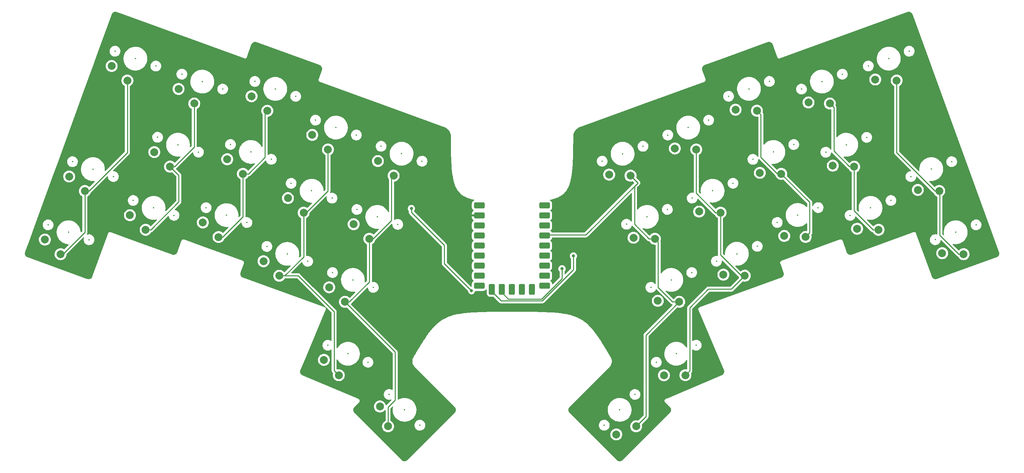
<source format=gtl>
%TF.GenerationSoftware,KiCad,Pcbnew,(6.0.11)*%
%TF.CreationDate,2024-03-12T23:46:52+09:00*%
%TF.ProjectId,gku34,676b7533-342e-46b6-9963-61645f706362,rev?*%
%TF.SameCoordinates,Original*%
%TF.FileFunction,Copper,L1,Top*%
%TF.FilePolarity,Positive*%
%FSLAX46Y46*%
G04 Gerber Fmt 4.6, Leading zero omitted, Abs format (unit mm)*
G04 Created by KiCad (PCBNEW (6.0.11)) date 2024-03-12 23:46:52*
%MOMM*%
%LPD*%
G01*
G04 APERTURE LIST*
G04 Aperture macros list*
%AMRoundRect*
0 Rectangle with rounded corners*
0 $1 Rounding radius*
0 $2 $3 $4 $5 $6 $7 $8 $9 X,Y pos of 4 corners*
0 Add a 4 corners polygon primitive as box body*
4,1,4,$2,$3,$4,$5,$6,$7,$8,$9,$2,$3,0*
0 Add four circle primitives for the rounded corners*
1,1,$1+$1,$2,$3*
1,1,$1+$1,$4,$5*
1,1,$1+$1,$6,$7*
1,1,$1+$1,$8,$9*
0 Add four rect primitives between the rounded corners*
20,1,$1+$1,$2,$3,$4,$5,0*
20,1,$1+$1,$4,$5,$6,$7,0*
20,1,$1+$1,$6,$7,$8,$9,0*
20,1,$1+$1,$8,$9,$2,$3,0*%
G04 Aperture macros list end*
%TA.AperFunction,ComponentPad*%
%ADD10C,2.000000*%
%TD*%
%TA.AperFunction,ComponentPad*%
%ADD11RoundRect,0.400000X-0.966000X-0.400000X0.966000X-0.400000X0.966000X0.400000X-0.966000X0.400000X0*%
%TD*%
%TA.AperFunction,ComponentPad*%
%ADD12RoundRect,0.400050X-0.965950X-0.400050X0.965950X-0.400050X0.965950X0.400050X-0.965950X0.400050X0*%
%TD*%
%TA.AperFunction,ComponentPad*%
%ADD13RoundRect,0.400000X-0.400000X-0.988000X0.400000X-0.988000X0.400000X0.988000X-0.400000X0.988000X0*%
%TD*%
%TA.AperFunction,ComponentPad*%
%ADD14RoundRect,0.393700X-0.393700X-0.994300X0.393700X-0.994300X0.393700X0.994300X-0.393700X0.994300X0*%
%TD*%
%TA.AperFunction,ViaPad*%
%ADD15C,0.800000*%
%TD*%
%TA.AperFunction,Conductor*%
%ADD16C,0.250000*%
%TD*%
%ADD17C,0.350000*%
G04 APERTURE END LIST*
D10*
%TO.P,SW8,1,1*%
%TO.N,col7*%
X201494762Y-42271779D03*
%TO.P,SW8,2,2*%
%TO.N,Net-(D8-Pad2)*%
X196078056Y-42008526D03*
%TD*%
%TO.P,SW23,1,1*%
%TO.N,col2*%
X65242081Y-74234186D03*
%TO.P,SW23,2,2*%
%TO.N,Net-(D23-Pad2)*%
X61261860Y-70550731D03*
%TD*%
D11*
%TO.P,RZ1,1,GP0*%
%TO.N,unconnected-(RZ1-Pad1)*%
X147791000Y-66245000D03*
%TO.P,RZ1,2,GP1*%
%TO.N,unconnected-(RZ1-Pad2)*%
X147791000Y-68785000D03*
%TO.P,RZ1,3,GP2*%
%TO.N,unconnected-(RZ1-Pad3)*%
X147791000Y-71325000D03*
%TO.P,RZ1,4,GP3*%
%TO.N,col5*%
X147791000Y-73865000D03*
%TO.P,RZ1,5,GP4*%
%TO.N,col6*%
X147791000Y-76405000D03*
D12*
%TO.P,RZ1,6,GP5*%
%TO.N,col7*%
X147791000Y-78945000D03*
%TO.P,RZ1,7,GP6*%
%TO.N,col8*%
X147791000Y-81485000D03*
%TO.P,RZ1,8,GP7*%
%TO.N,col9*%
X147791000Y-84025000D03*
%TO.P,RZ1,9,GP8*%
%TO.N,unconnected-(RZ1-Pad9)*%
X147791000Y-86565000D03*
D13*
%TO.P,RZ1,10,GP9*%
%TO.N,unconnected-(RZ1-Pad10)*%
X144585000Y-87463000D03*
D14*
%TO.P,RZ1,11,GP10*%
%TO.N,unconnected-(RZ1-Pad11)*%
X142045000Y-87463000D03*
%TO.P,RZ1,12,GP11*%
%TO.N,row3*%
X139505000Y-87463000D03*
%TO.P,RZ1,13,GP12*%
%TO.N,row2*%
X136965000Y-87463000D03*
%TO.P,RZ1,14,GP13*%
%TO.N,row1*%
X134425000Y-87463000D03*
D12*
%TO.P,RZ1,15,GP14*%
%TO.N,col2*%
X131219000Y-86565000D03*
%TO.P,RZ1,16,GP15*%
%TO.N,col3*%
X131219000Y-84025000D03*
%TO.P,RZ1,17,GP26*%
%TO.N,col4*%
X131219000Y-81485000D03*
%TO.P,RZ1,18,GP27*%
%TO.N,col1*%
X131219000Y-78945000D03*
%TO.P,RZ1,19,GP28*%
%TO.N,col0*%
X131219000Y-76405000D03*
%TO.P,RZ1,20,GP29*%
%TO.N,row0*%
X131219000Y-73865000D03*
%TO.P,RZ1,21,3V3*%
%TO.N,unconnected-(RZ1-Pad21)*%
X131219000Y-71325000D03*
%TO.P,RZ1,22,GND*%
%TO.N,GND*%
X131219000Y-68785000D03*
%TO.P,RZ1,23,5V*%
%TO.N,VCC*%
X131219000Y-66245000D03*
%TD*%
D10*
%TO.P,SW13,1,1*%
%TO.N,col2*%
X71402081Y-58234186D03*
%TO.P,SW13,2,2*%
%TO.N,Net-(D13-Pad2)*%
X67421860Y-54550731D03*
%TD*%
%TO.P,SW5,1,1*%
%TO.N,col4*%
X109542081Y-58694186D03*
%TO.P,SW5,2,2*%
%TO.N,Net-(D5-Pad2)*%
X105561860Y-55010731D03*
%TD*%
%TO.P,SW9,1,1*%
%TO.N,col8*%
X219957919Y-40444186D03*
%TO.P,SW9,2,2*%
%TO.N,Net-(D9-Pad2)*%
X214541213Y-40180933D03*
%TD*%
%TO.P,SW22,1,1*%
%TO.N,col1*%
X46792081Y-72404186D03*
%TO.P,SW22,2,2*%
%TO.N,Net-(D22-Pad2)*%
X42811860Y-68720731D03*
%TD*%
%TO.P,SW15,1,1*%
%TO.N,col4*%
X103402081Y-74684186D03*
%TO.P,SW15,2,2*%
%TO.N,Net-(D15-Pad2)*%
X99421860Y-71000731D03*
%TD*%
%TO.P,SWe,1,1*%
%TO.N,col9*%
X236867919Y-34624186D03*
%TO.P,SWe,2,2*%
%TO.N,Net-(D10-Pad2)*%
X231451213Y-34360933D03*
%TD*%
%TO.P,SW2,1,1*%
%TO.N,col1*%
X59095238Y-40441779D03*
%TO.P,SW2,2,2*%
%TO.N,Net-(D2-Pad2)*%
X55115017Y-36758324D03*
%TD*%
%TO.P,SW33,1,1*%
%TO.N,col5*%
X170921930Y-122141930D03*
%TO.P,SW33,2,2*%
%TO.N,Net-(D33-Pad2)*%
X165901472Y-124192540D03*
%TD*%
%TO.P,SW27,1,1*%
%TO.N,col6*%
X198427919Y-84024186D03*
%TO.P,SW27,2,2*%
%TO.N,Net-(D27-Pad2)*%
X193011213Y-83760933D03*
%TD*%
%TO.P,SW30,1,1*%
%TO.N,col9*%
X253804762Y-78571779D03*
%TO.P,SW30,2,2*%
%TO.N,Net-(D30-Pad2)*%
X248388056Y-78308526D03*
%TD*%
%TO.P,SW29,1,1*%
%TO.N,col8*%
X232267919Y-72404186D03*
%TO.P,SW29,2,2*%
%TO.N,Net-(D29-Pad2)*%
X226851213Y-72140933D03*
%TD*%
%TO.P,SW24,1,1*%
%TO.N,col3*%
X80612081Y-84044186D03*
%TO.P,SW24,2,2*%
%TO.N,Net-(D24-Pad2)*%
X76631860Y-80360731D03*
%TD*%
%TO.P,SW18,1,1*%
%TO.N,col7*%
X207659610Y-58245297D03*
%TO.P,SW18,2,2*%
%TO.N,Net-(D18-Pad2)*%
X202242904Y-57982044D03*
%TD*%
%TO.P,SW12,1,1*%
%TO.N,col1*%
X52962081Y-56414186D03*
%TO.P,SW12,2,2*%
%TO.N,Net-(D12-Pad2)*%
X48981860Y-52730731D03*
%TD*%
%TO.P,SW7,1,1*%
%TO.N,col6*%
X186134762Y-52081779D03*
%TO.P,SW7,2,2*%
%TO.N,Net-(D7-Pad2)*%
X180718056Y-51818526D03*
%TD*%
%TO.P,SW21,1,1*%
%TO.N,col0*%
X25262081Y-78574186D03*
%TO.P,SW21,2,2*%
%TO.N,Net-(D21-Pad2)*%
X21281860Y-74890731D03*
%TD*%
%TO.P,SW28,1,1*%
%TO.N,col7*%
X213827919Y-74214186D03*
%TO.P,SW28,2,2*%
%TO.N,Net-(D28-Pad2)*%
X208411213Y-73950933D03*
%TD*%
%TO.P,SW25,1,1*%
%TO.N,col4*%
X97225238Y-90641779D03*
%TO.P,SW25,2,2*%
%TO.N,Net-(D25-Pad2)*%
X93245017Y-86958324D03*
%TD*%
%TO.P,SW16,1,1*%
%TO.N,col5*%
X175674762Y-74671779D03*
%TO.P,SW16,2,2*%
%TO.N,Net-(D16-Pad2)*%
X170258056Y-74408526D03*
%TD*%
%TO.P,SW32,1,1*%
%TO.N,col4*%
X108138070Y-122141930D03*
%TO.P,SW32,2,2*%
%TO.N,Net-(D32-Pad2)*%
X106087460Y-117121472D03*
%TD*%
%TO.P,SW31,1,1*%
%TO.N,col3*%
X95679426Y-109208156D03*
%TO.P,SW31,2,2*%
%TO.N,Net-(D31-Pad2)*%
X91897437Y-105321440D03*
%TD*%
%TO.P,SW6,1,1*%
%TO.N,col5*%
X169514762Y-58701779D03*
%TO.P,SW6,2,2*%
%TO.N,Net-(D6-Pad2)*%
X164098056Y-58438526D03*
%TD*%
%TO.P,SW14,1,1*%
%TO.N,col3*%
X86772081Y-68064186D03*
%TO.P,SW14,2,2*%
%TO.N,Net-(D14-Pad2)*%
X82791860Y-64380731D03*
%TD*%
%TO.P,SW19,1,1*%
%TO.N,col8*%
X226114762Y-56431779D03*
%TO.P,SW19,2,2*%
%TO.N,Net-(D19-Pad2)*%
X220698056Y-56168526D03*
%TD*%
%TO.P,SW34,1,1*%
%TO.N,col6*%
X183385314Y-109200979D03*
%TO.P,SW34,2,2*%
%TO.N,Net-(D34-Pad2)*%
X177962254Y-109221574D03*
%TD*%
%TO.P,SW1,1,1*%
%TO.N,col0*%
X42172081Y-34624186D03*
%TO.P,SW1,2,2*%
%TO.N,Net-(D1-Pad2)*%
X38191860Y-30940731D03*
%TD*%
%TO.P,SW17,1,1*%
%TO.N,col6*%
X192287919Y-68054186D03*
%TO.P,SW17,2,2*%
%TO.N,Net-(D17-Pad2)*%
X186871213Y-67790933D03*
%TD*%
%TO.P,SW3,1,1*%
%TO.N,col2*%
X77572081Y-42284186D03*
%TO.P,SW3,2,2*%
%TO.N,Net-(D3-Pad2)*%
X73591860Y-38600731D03*
%TD*%
%TO.P,SW26,1,1*%
%TO.N,col5*%
X181834762Y-90641779D03*
%TO.P,SW26,2,2*%
%TO.N,Net-(D26-Pad2)*%
X176418056Y-90378526D03*
%TD*%
%TO.P,SW20,1,1*%
%TO.N,col9*%
X247634762Y-62581779D03*
%TO.P,SW20,2,2*%
%TO.N,Net-(D20-Pad2)*%
X242218056Y-62318526D03*
%TD*%
%TO.P,SW4,1,1*%
%TO.N,col3*%
X92932081Y-52074186D03*
%TO.P,SW4,2,2*%
%TO.N,Net-(D4-Pad2)*%
X88951860Y-48390731D03*
%TD*%
%TO.P,SW11,1,1*%
%TO.N,col0*%
X31415238Y-62591779D03*
%TO.P,SW11,2,2*%
%TO.N,Net-(D11-Pad2)*%
X27435017Y-58908324D03*
%TD*%
D15*
%TO.N,row1*%
X114043151Y-67026849D03*
X129260000Y-87830000D03*
X155060000Y-79028919D03*
%TO.N,row2*%
X152170000Y-82260000D03*
%TO.N,GND*%
X121412000Y-88138000D03*
X69342000Y-37846000D03*
X112776000Y-57150000D03*
X115062000Y-76962000D03*
X172466000Y-77978000D03*
%TD*%
D16*
%TO.N,row1*%
X122370000Y-80940000D02*
X129260000Y-87830000D01*
X134435000Y-88055000D02*
X134435000Y-86615000D01*
X114043151Y-68003151D02*
X122370000Y-76330000D01*
X122370000Y-76330000D02*
X122370000Y-80940000D01*
X147176396Y-90380000D02*
X136760000Y-90380000D01*
X155060000Y-79028919D02*
X155060000Y-82496396D01*
X155060000Y-82496396D02*
X147176396Y-90380000D01*
X136760000Y-90380000D02*
X134435000Y-88055000D01*
X114043151Y-67026849D02*
X114043151Y-68003151D01*
%TO.N,row2*%
X146990000Y-89930000D02*
X138550000Y-89930000D01*
X152170000Y-84750000D02*
X146990000Y-89930000D01*
X136975000Y-88355000D02*
X136975000Y-86615000D01*
X152170000Y-82260000D02*
X152170000Y-84750000D01*
X138550000Y-89930000D02*
X136975000Y-88355000D01*
%TO.N,col5*%
X173420000Y-119643860D02*
X173420000Y-99056541D01*
X147135000Y-73705000D02*
X158175000Y-73705000D01*
X170921930Y-122141930D02*
X173420000Y-119643860D01*
X173420000Y-99056541D02*
X181834762Y-90641779D01*
X181834762Y-90641779D02*
X180141779Y-90641779D01*
X176500000Y-75497017D02*
X175674762Y-74671779D01*
X174171779Y-74671779D02*
X170500000Y-71000000D01*
X176500000Y-87000000D02*
X176500000Y-75497017D01*
X180141779Y-90641779D02*
X176500000Y-87000000D01*
X170500000Y-71000000D02*
X170500000Y-61380000D01*
X175674762Y-74671779D02*
X174171779Y-74671779D01*
X158175000Y-73705000D02*
X171346491Y-60533509D01*
X170500000Y-61380000D02*
X171346491Y-60533509D01*
X171346491Y-60533509D02*
X169514762Y-58701779D01*
%TO.N,col6*%
X192287919Y-78787919D02*
X197524186Y-84024186D01*
X186134762Y-63134762D02*
X191054186Y-68054186D01*
X195032105Y-87420000D02*
X198427919Y-84024186D01*
X189200000Y-87420000D02*
X195032105Y-87420000D01*
X183385314Y-109200979D02*
X184500000Y-108086293D01*
X197524186Y-84024186D02*
X198427919Y-84024186D01*
X184500000Y-108086293D02*
X184500000Y-92120000D01*
X191054186Y-68054186D02*
X192287919Y-68054186D01*
X186134762Y-52081779D02*
X186134762Y-63134762D01*
X184500000Y-92120000D02*
X189200000Y-87420000D01*
X192287919Y-68054186D02*
X192287919Y-78787919D01*
%TO.N,col7*%
X207659610Y-58245297D02*
X206682654Y-58245297D01*
X214827919Y-65413606D02*
X207659610Y-58245297D01*
X202500000Y-54062643D02*
X202500000Y-43277017D01*
X206682654Y-58245297D02*
X202500000Y-54062643D01*
X202500000Y-43277017D02*
X201494762Y-42271779D01*
X214827919Y-73214186D02*
X214827919Y-65413606D01*
X213827919Y-74214186D02*
X214827919Y-73214186D01*
%TO.N,col8*%
X220957919Y-41444186D02*
X220957919Y-52457919D01*
X226114762Y-56431779D02*
X226114762Y-67614762D01*
X219957919Y-40444186D02*
X220957919Y-41444186D01*
X224931779Y-56431779D02*
X226114762Y-56431779D01*
X220957919Y-52457919D02*
X224931779Y-56431779D01*
X230904186Y-72404186D02*
X232267919Y-72404186D01*
X226114762Y-67614762D02*
X230904186Y-72404186D01*
%TO.N,col9*%
X247770000Y-73770000D02*
X247770000Y-62717017D01*
X247634762Y-62581779D02*
X246581779Y-62581779D01*
X236867919Y-52867919D02*
X236867919Y-34624186D01*
X252571779Y-78571779D02*
X247770000Y-73770000D01*
X246581779Y-62581779D02*
X236867919Y-52867919D01*
X253804762Y-78571779D02*
X252571779Y-78571779D01*
X247770000Y-62717017D02*
X247634762Y-62581779D01*
%TO.N,col2*%
X71402081Y-58234186D02*
X71402081Y-69097919D01*
X77000000Y-54068134D02*
X72833948Y-58234186D01*
X71402081Y-69097919D02*
X66265814Y-74234186D01*
X77000000Y-42856267D02*
X77000000Y-54068134D01*
X66265814Y-74234186D02*
X65242081Y-74234186D01*
X72833948Y-58234186D02*
X71402081Y-58234186D01*
X77572081Y-42284186D02*
X77000000Y-42856267D01*
%TO.N,col3*%
X87435814Y-68064186D02*
X86772081Y-68064186D01*
X86772081Y-79227919D02*
X81955814Y-84044186D01*
X92932081Y-62567919D02*
X87435814Y-68064186D01*
X81955814Y-84044186D02*
X80612081Y-84044186D01*
X94500000Y-108028730D02*
X94500000Y-93140000D01*
X86772081Y-68064186D02*
X86772081Y-79227919D01*
X92932081Y-52074186D02*
X92932081Y-62567919D01*
X94500000Y-93140000D02*
X85404186Y-84044186D01*
X95679426Y-109208156D02*
X94500000Y-108028730D01*
X85404186Y-84044186D02*
X80612081Y-84044186D01*
%TO.N,col4*%
X109000000Y-70042081D02*
X104357895Y-74684186D01*
X104357895Y-74684186D02*
X103402081Y-74684186D01*
X108138070Y-117298249D02*
X108138070Y-122141930D01*
X109542081Y-58694186D02*
X109000000Y-59236267D01*
X97225238Y-90641779D02*
X109920000Y-103336541D01*
X98358221Y-90641779D02*
X97225238Y-90641779D01*
X109920000Y-103336541D02*
X109920000Y-115516319D01*
X109920000Y-115516319D02*
X108138070Y-117298249D01*
X109000000Y-59236267D02*
X109000000Y-70042081D01*
X103402081Y-74684186D02*
X103402081Y-85597919D01*
X103402081Y-85597919D02*
X98358221Y-90641779D01*
%TO.N,col1*%
X59095238Y-51404762D02*
X59095238Y-40441779D01*
X55160000Y-58612105D02*
X52962081Y-56414186D01*
X46792081Y-72404186D02*
X48095814Y-72404186D01*
X55160000Y-65340000D02*
X55160000Y-58612105D01*
X54085814Y-56414186D02*
X59095238Y-51404762D01*
X52962081Y-56414186D02*
X54085814Y-56414186D01*
X48095814Y-72404186D02*
X55160000Y-65340000D01*
%TO.N,col0*%
X42172081Y-34624186D02*
X42172081Y-52827919D01*
X31415238Y-62591779D02*
X31415238Y-72984762D01*
X42172081Y-52827919D02*
X32408221Y-62591779D01*
X31415238Y-72984762D02*
X25825814Y-78574186D01*
X32408221Y-62591779D02*
X31415238Y-62591779D01*
X25825814Y-78574186D02*
X25262081Y-78574186D01*
%TD*%
%TA.AperFunction,Conductor*%
%TO.N,GND*%
G36*
X39288991Y-17221801D02*
G01*
X39310613Y-17225613D01*
X39427379Y-17256901D01*
X39442827Y-17263119D01*
X39442964Y-17262757D01*
X39451362Y-17265930D01*
X39459225Y-17270262D01*
X39490309Y-17277182D01*
X39506007Y-17281766D01*
X41202524Y-17899247D01*
X71733788Y-29011719D01*
X71734510Y-29011984D01*
X71792585Y-29033524D01*
X71807303Y-29038983D01*
X71824931Y-29040231D01*
X71836795Y-29041071D01*
X71853771Y-29043441D01*
X71873934Y-29047672D01*
X71873937Y-29047672D01*
X71882715Y-29049514D01*
X71891659Y-29048818D01*
X71891663Y-29048818D01*
X71908313Y-29047522D01*
X71926987Y-29047457D01*
X71943636Y-29048636D01*
X71943640Y-29048636D01*
X71952597Y-29049270D01*
X71981506Y-29042994D01*
X71998450Y-29040507D01*
X72018983Y-29038909D01*
X72018985Y-29038908D01*
X72027933Y-29038212D01*
X72040307Y-29033524D01*
X72051944Y-29029116D01*
X72069847Y-29023813D01*
X72071584Y-29023436D01*
X72094939Y-29018365D01*
X72102825Y-29014074D01*
X72102828Y-29014073D01*
X72120911Y-29004234D01*
X72136493Y-28997083D01*
X72136528Y-28997070D01*
X72164143Y-28986608D01*
X72171307Y-28981199D01*
X72171310Y-28981198D01*
X72184643Y-28971133D01*
X72200337Y-28961019D01*
X72214998Y-28953042D01*
X72214999Y-28953041D01*
X72222884Y-28948751D01*
X72229245Y-28942424D01*
X72229251Y-28942419D01*
X72243849Y-28927897D01*
X72256793Y-28916665D01*
X72273228Y-28904258D01*
X72273232Y-28904254D01*
X72280394Y-28898847D01*
X72285751Y-28891647D01*
X72285754Y-28891644D01*
X72295722Y-28878246D01*
X72307949Y-28864131D01*
X72319784Y-28852358D01*
X72319785Y-28852357D01*
X72326149Y-28846026D01*
X72333283Y-28833076D01*
X72340419Y-28820124D01*
X72349690Y-28805711D01*
X72361980Y-28789192D01*
X72361981Y-28789190D01*
X72367341Y-28781986D01*
X72379323Y-28749682D01*
X72379615Y-28748973D01*
X72380152Y-28747998D01*
X72390895Y-28718482D01*
X72417994Y-28645420D01*
X72418092Y-28644027D01*
X72418467Y-28642729D01*
X73547222Y-25541499D01*
X73555261Y-25523797D01*
X73562507Y-25510644D01*
X73562507Y-25510643D01*
X73566839Y-25502780D01*
X73569616Y-25490305D01*
X73578408Y-25464440D01*
X73632487Y-25348461D01*
X73643469Y-25329439D01*
X73729954Y-25205924D01*
X73744072Y-25189099D01*
X73850689Y-25082480D01*
X73867514Y-25068362D01*
X73991031Y-24981874D01*
X74010042Y-24970898D01*
X74133001Y-24913561D01*
X74146703Y-24907171D01*
X74167342Y-24899659D01*
X74197565Y-24891561D01*
X74312989Y-24860633D01*
X74334611Y-24856821D01*
X74484832Y-24843679D01*
X74506790Y-24843680D01*
X74636420Y-24855022D01*
X74656994Y-24856822D01*
X74678625Y-24860636D01*
X74795531Y-24891963D01*
X74810844Y-24898127D01*
X74810987Y-24897748D01*
X74819380Y-24900920D01*
X74827244Y-24905252D01*
X74836007Y-24907203D01*
X74858322Y-24912171D01*
X74874033Y-24916758D01*
X90763315Y-30699983D01*
X90781015Y-30708021D01*
X90794173Y-30715270D01*
X90794178Y-30715272D01*
X90802033Y-30719599D01*
X90814512Y-30722377D01*
X90840374Y-30731169D01*
X90846686Y-30734112D01*
X90956360Y-30785251D01*
X90975376Y-30796229D01*
X91098899Y-30882719D01*
X91115715Y-30896828D01*
X91123663Y-30904775D01*
X91222346Y-31003455D01*
X91236463Y-31020279D01*
X91279708Y-31082037D01*
X91322952Y-31143794D01*
X91333934Y-31162814D01*
X91397663Y-31299475D01*
X91405174Y-31320113D01*
X91413961Y-31352902D01*
X91444204Y-31465763D01*
X91448018Y-31487392D01*
X91460665Y-31631914D01*
X91461162Y-31637599D01*
X91461163Y-31659560D01*
X91459855Y-31674518D01*
X91448022Y-31809783D01*
X91444208Y-31831412D01*
X91412934Y-31948136D01*
X91406702Y-31963622D01*
X91407059Y-31963757D01*
X91403885Y-31972157D01*
X91399555Y-31980017D01*
X91397605Y-31988776D01*
X91397605Y-31988777D01*
X91392639Y-32011087D01*
X91388050Y-32026805D01*
X91355780Y-32115465D01*
X90573274Y-34265386D01*
X90564606Y-34289200D01*
X90564371Y-34289840D01*
X90537362Y-34362660D01*
X90536490Y-34374982D01*
X90535274Y-34392149D01*
X90532904Y-34409123D01*
X90526830Y-34438072D01*
X90528823Y-34463680D01*
X90528888Y-34482345D01*
X90527075Y-34507954D01*
X90528980Y-34516728D01*
X90533350Y-34536855D01*
X90535838Y-34553808D01*
X90536400Y-34561018D01*
X90538133Y-34583290D01*
X90541312Y-34591682D01*
X90541313Y-34591685D01*
X90547229Y-34607301D01*
X90552532Y-34625204D01*
X90557980Y-34650296D01*
X90562271Y-34658182D01*
X90562272Y-34658185D01*
X90572111Y-34676268D01*
X90579262Y-34691850D01*
X90589737Y-34719500D01*
X90595146Y-34726664D01*
X90595147Y-34726667D01*
X90605212Y-34740000D01*
X90615326Y-34755694D01*
X90623210Y-34770184D01*
X90627594Y-34778241D01*
X90633921Y-34784602D01*
X90633926Y-34784608D01*
X90648448Y-34799206D01*
X90659680Y-34812150D01*
X90672087Y-34828585D01*
X90672091Y-34828589D01*
X90677498Y-34835751D01*
X90684698Y-34841108D01*
X90684701Y-34841111D01*
X90698099Y-34851079D01*
X90712214Y-34863306D01*
X90714606Y-34865710D01*
X90730319Y-34881506D01*
X90738183Y-34885838D01*
X90738184Y-34885839D01*
X90756221Y-34895776D01*
X90770634Y-34905047D01*
X90787153Y-34917337D01*
X90787155Y-34917338D01*
X90794359Y-34922698D01*
X90826663Y-34934680D01*
X90827372Y-34934972D01*
X90828347Y-34935509D01*
X90857737Y-34946206D01*
X90857986Y-34946298D01*
X90930925Y-34973351D01*
X90932318Y-34973449D01*
X90933616Y-34973824D01*
X109794323Y-41838560D01*
X122363587Y-46413399D01*
X122381280Y-46421433D01*
X122402294Y-46433010D01*
X122420118Y-46436978D01*
X122442334Y-46444138D01*
X122657564Y-46536296D01*
X122670085Y-46542501D01*
X122898325Y-46671831D01*
X122910077Y-46679379D01*
X123122610Y-46833204D01*
X123133456Y-46842011D01*
X123308938Y-47001431D01*
X123327628Y-47018410D01*
X123337432Y-47028363D01*
X123392718Y-47091099D01*
X123510884Y-47225189D01*
X123519527Y-47236169D01*
X123666121Y-47445292D01*
X123670112Y-47450986D01*
X123677484Y-47462852D01*
X123803357Y-47693032D01*
X123809367Y-47705635D01*
X123908975Y-47948338D01*
X123913554Y-47961534D01*
X123954016Y-48103058D01*
X123985672Y-48213779D01*
X123988762Y-48227407D01*
X124032501Y-48486066D01*
X124034064Y-48499954D01*
X124046894Y-48726626D01*
X124045615Y-48752999D01*
X124044131Y-48762597D01*
X124047815Y-48790534D01*
X124048345Y-48794556D01*
X124049426Y-48810732D01*
X124052012Y-49926308D01*
X124052070Y-49951468D01*
X124052047Y-49952121D01*
X124051936Y-49952862D01*
X124051948Y-49954960D01*
X124051948Y-49954968D01*
X124052161Y-49991398D01*
X124052163Y-49991842D01*
X124052231Y-50021243D01*
X124052245Y-50027199D01*
X124052352Y-50027935D01*
X124052378Y-50028588D01*
X124058692Y-51110324D01*
X124058694Y-51110690D01*
X124058664Y-51111676D01*
X124058507Y-51112766D01*
X124058540Y-51115774D01*
X124058540Y-51115780D01*
X124058925Y-51150692D01*
X124058931Y-51151345D01*
X124058958Y-51155953D01*
X124059135Y-51186250D01*
X124059296Y-51187328D01*
X124059340Y-51188338D01*
X124070592Y-52208543D01*
X124070558Y-52209967D01*
X124070354Y-52211457D01*
X124070899Y-52241494D01*
X124071034Y-52248910D01*
X124071046Y-52249721D01*
X124071424Y-52283946D01*
X124071653Y-52285426D01*
X124071724Y-52286839D01*
X124088833Y-53228530D01*
X124089167Y-53246919D01*
X124089136Y-53248861D01*
X124088888Y-53250812D01*
X124089022Y-53255672D01*
X124089022Y-53255673D01*
X124089898Y-53287428D01*
X124089925Y-53288613D01*
X124090534Y-53322135D01*
X124090848Y-53324077D01*
X124090963Y-53326037D01*
X124098558Y-53601390D01*
X124115831Y-54227639D01*
X124115818Y-54230250D01*
X124115532Y-54232735D01*
X124116192Y-54249379D01*
X124116949Y-54268468D01*
X124117000Y-54269987D01*
X124117725Y-54296254D01*
X124117902Y-54302689D01*
X124118325Y-54305154D01*
X124118510Y-54307822D01*
X124151782Y-55146841D01*
X124152009Y-55152577D01*
X124152039Y-55156058D01*
X124151728Y-55159166D01*
X124151995Y-55164027D01*
X124153633Y-55193905D01*
X124153723Y-55195811D01*
X124154507Y-55215574D01*
X124154980Y-55227509D01*
X124155544Y-55230575D01*
X124155840Y-55234136D01*
X124162083Y-55347980D01*
X124199136Y-56023647D01*
X124199254Y-56028266D01*
X124198945Y-56032080D01*
X124199917Y-56045266D01*
X124201414Y-56065596D01*
X124201566Y-56067952D01*
X124202441Y-56083908D01*
X124203243Y-56098524D01*
X124203990Y-56102270D01*
X124204467Y-56107036D01*
X124257508Y-56826882D01*
X124258672Y-56842679D01*
X124258959Y-56848851D01*
X124258690Y-56853492D01*
X124259160Y-56858344D01*
X124259160Y-56858349D01*
X124261808Y-56885689D01*
X124262054Y-56888575D01*
X124264199Y-56917694D01*
X124265157Y-56922065D01*
X124265236Y-56922609D01*
X124265964Y-56928619D01*
X124332095Y-57611586D01*
X124332542Y-57617787D01*
X124332675Y-57620592D01*
X124332528Y-57625461D01*
X124336344Y-57655973D01*
X124336730Y-57659455D01*
X124339399Y-57687019D01*
X124340459Y-57691375D01*
X124341199Y-57695749D01*
X124341991Y-57701134D01*
X124421118Y-58333852D01*
X124421536Y-58340364D01*
X124421686Y-58340352D01*
X124422078Y-58345201D01*
X124422095Y-58350074D01*
X124422861Y-58354881D01*
X124422861Y-58354884D01*
X124426652Y-58378678D01*
X124427246Y-58382858D01*
X124430456Y-58408522D01*
X124431637Y-58412844D01*
X124432507Y-58417239D01*
X124432439Y-58417253D01*
X124433814Y-58423634D01*
X124446713Y-58504597D01*
X124524320Y-58991715D01*
X124527550Y-59011990D01*
X124528334Y-59019746D01*
X124528336Y-59019746D01*
X124528923Y-59024578D01*
X124529135Y-59029440D01*
X124530092Y-59034207D01*
X124530093Y-59034216D01*
X124534425Y-59055797D01*
X124535319Y-59060766D01*
X124538355Y-59079819D01*
X124538357Y-59079829D01*
X124539063Y-59084258D01*
X124540392Y-59088552D01*
X124540721Y-59089961D01*
X124543392Y-59100459D01*
X124652186Y-59642407D01*
X124653072Y-59646821D01*
X124655012Y-59660130D01*
X124655516Y-59665646D01*
X124656700Y-59670368D01*
X124656701Y-59670374D01*
X124661480Y-59689432D01*
X124662798Y-59695275D01*
X124666131Y-59711879D01*
X124666133Y-59711887D01*
X124667014Y-59716274D01*
X124668509Y-59720495D01*
X124669123Y-59722229D01*
X124672566Y-59733643D01*
X124685887Y-59786766D01*
X124799639Y-60240409D01*
X124802061Y-60252577D01*
X124803264Y-60260699D01*
X124804708Y-60265341D01*
X124809765Y-60281599D01*
X124811662Y-60288358D01*
X124816233Y-60306586D01*
X124819638Y-60314917D01*
X124823312Y-60325148D01*
X124857053Y-60433620D01*
X124969353Y-60794650D01*
X124972219Y-60805562D01*
X124974556Y-60816424D01*
X124976302Y-60820973D01*
X124981369Y-60834174D01*
X124984048Y-60841892D01*
X124988779Y-60857103D01*
X124990700Y-60861143D01*
X124990703Y-60861151D01*
X124993893Y-60867859D01*
X124997734Y-60876814D01*
X125164456Y-61311211D01*
X125167694Y-61320778D01*
X125171682Y-61334329D01*
X125173758Y-61338730D01*
X125173759Y-61338733D01*
X125178528Y-61348843D01*
X125182198Y-61357438D01*
X125186840Y-61369533D01*
X125194128Y-61382602D01*
X125198041Y-61390218D01*
X125387219Y-61791316D01*
X125390749Y-61799546D01*
X125391510Y-61801510D01*
X125396921Y-61815476D01*
X125399359Y-61819694D01*
X125403499Y-61826858D01*
X125408366Y-61836153D01*
X125410746Y-61841200D01*
X125410755Y-61841216D01*
X125412660Y-61845255D01*
X125422554Y-61860260D01*
X125426437Y-61866543D01*
X125578133Y-62128997D01*
X125639808Y-62235703D01*
X125643556Y-62242686D01*
X125652337Y-62260365D01*
X125655147Y-62264339D01*
X125655153Y-62264349D01*
X125658461Y-62269027D01*
X125664668Y-62278714D01*
X125668419Y-62285204D01*
X125671185Y-62288721D01*
X125671185Y-62288722D01*
X125681155Y-62301402D01*
X125684979Y-62306530D01*
X125689976Y-62313596D01*
X125924034Y-62644610D01*
X125928014Y-62650593D01*
X125936929Y-62664862D01*
X125939508Y-62668990D01*
X125942687Y-62672668D01*
X125942689Y-62672670D01*
X125945198Y-62675572D01*
X125952749Y-62685219D01*
X125953399Y-62686138D01*
X125953404Y-62686144D01*
X125955987Y-62689797D01*
X125959061Y-62693046D01*
X125971535Y-62706231D01*
X125975325Y-62710422D01*
X126241105Y-63017862D01*
X126245416Y-63023130D01*
X126256321Y-63037216D01*
X126256327Y-63037222D01*
X126259304Y-63041068D01*
X126264923Y-63046382D01*
X126273652Y-63055511D01*
X126273748Y-63055622D01*
X126273754Y-63055628D01*
X126276688Y-63059022D01*
X126294561Y-63074562D01*
X126298446Y-63078087D01*
X126337592Y-63115110D01*
X126591485Y-63355233D01*
X126596319Y-63360060D01*
X126611853Y-63376442D01*
X126615699Y-63379412D01*
X126615705Y-63379417D01*
X126618074Y-63381246D01*
X126627635Y-63389423D01*
X126627835Y-63389612D01*
X126627843Y-63389618D01*
X126631099Y-63392698D01*
X126650339Y-63406296D01*
X126654537Y-63409399D01*
X126968412Y-63651748D01*
X126975002Y-63656836D01*
X126980676Y-63661487D01*
X126986747Y-63666766D01*
X126996755Y-63675469D01*
X127004432Y-63680296D01*
X127014364Y-63687229D01*
X127019085Y-63690874D01*
X127038430Y-63701828D01*
X127043398Y-63704795D01*
X127391204Y-63923475D01*
X127397973Y-63928044D01*
X127409534Y-63936405D01*
X127409542Y-63936410D01*
X127413487Y-63939263D01*
X127423442Y-63944340D01*
X127433245Y-63949908D01*
X127440067Y-63954197D01*
X127444164Y-63956022D01*
X127444166Y-63956023D01*
X127458355Y-63962344D01*
X127464334Y-63965198D01*
X127612617Y-64040829D01*
X127838730Y-64156157D01*
X127839714Y-64156659D01*
X127847768Y-64161146D01*
X127861776Y-64169638D01*
X127874594Y-64174914D01*
X127883868Y-64179180D01*
X127893455Y-64184070D01*
X127909761Y-64189645D01*
X127916956Y-64192353D01*
X128320509Y-64358474D01*
X128329970Y-64362834D01*
X128337500Y-64366690D01*
X128337507Y-64366693D01*
X128341833Y-64368908D01*
X128357828Y-64374186D01*
X128366294Y-64377321D01*
X128374578Y-64380731D01*
X128379011Y-64382556D01*
X128383361Y-64383659D01*
X128383362Y-64383659D01*
X128392716Y-64386030D01*
X128401243Y-64388514D01*
X128834146Y-64531377D01*
X128845002Y-64535525D01*
X128854389Y-64539616D01*
X128859102Y-64540852D01*
X128859107Y-64540854D01*
X128873630Y-64544664D01*
X128881145Y-64546887D01*
X128897049Y-64552136D01*
X128901449Y-64552921D01*
X128901457Y-64552923D01*
X128907928Y-64554077D01*
X128917766Y-64556242D01*
X129151067Y-64617442D01*
X129381603Y-64677917D01*
X129393752Y-64681770D01*
X129400613Y-64684336D01*
X129422924Y-64688938D01*
X129429410Y-64690457D01*
X129429429Y-64690462D01*
X129444083Y-64694307D01*
X129444091Y-64694309D01*
X129448431Y-64695447D01*
X129456482Y-64696371D01*
X129467569Y-64698147D01*
X129471617Y-64698982D01*
X129852439Y-64777537D01*
X129915113Y-64810888D01*
X129949808Y-64872829D01*
X129945506Y-64943696D01*
X129903575Y-65000987D01*
X129884186Y-65013205D01*
X129835561Y-65037981D01*
X129755492Y-65078778D01*
X129750363Y-65082931D01*
X129750362Y-65082932D01*
X129680240Y-65139716D01*
X129607069Y-65198969D01*
X129602918Y-65204095D01*
X129506672Y-65322949D01*
X129486878Y-65347392D01*
X129400173Y-65517561D01*
X129398465Y-65523934D01*
X129398465Y-65523935D01*
X129376769Y-65604907D01*
X129350742Y-65702039D01*
X129350289Y-65707793D01*
X129350289Y-65707794D01*
X129344792Y-65777646D01*
X129344500Y-65781354D01*
X129344500Y-66708646D01*
X129344693Y-66711093D01*
X129344693Y-66711104D01*
X129350289Y-66782206D01*
X129350742Y-66787961D01*
X129352236Y-66793536D01*
X129352236Y-66793537D01*
X129393454Y-66947364D01*
X129400173Y-66972439D01*
X129486878Y-67142608D01*
X129491031Y-67147737D01*
X129491032Y-67147738D01*
X129533348Y-67199994D01*
X129607069Y-67291031D01*
X129612195Y-67295182D01*
X129680007Y-67350095D01*
X129755492Y-67411222D01*
X129755814Y-67411386D01*
X129800542Y-67463507D01*
X129810309Y-67533828D01*
X129780508Y-67598267D01*
X129754306Y-67620971D01*
X129750635Y-67623355D01*
X129612551Y-67735174D01*
X129603274Y-67744451D01*
X129491454Y-67882536D01*
X129484304Y-67893547D01*
X129403637Y-68051864D01*
X129398936Y-68064110D01*
X129352733Y-68236543D01*
X129350786Y-68247870D01*
X129345193Y-68318935D01*
X129345000Y-68323862D01*
X129345000Y-68512885D01*
X129349475Y-68528124D01*
X129350865Y-68529329D01*
X129358548Y-68531000D01*
X131347000Y-68531000D01*
X131415121Y-68551002D01*
X131461614Y-68604658D01*
X131473000Y-68657000D01*
X131473000Y-68913000D01*
X131452998Y-68981121D01*
X131399342Y-69027614D01*
X131347000Y-69039000D01*
X129363115Y-69039000D01*
X129347876Y-69043475D01*
X129346671Y-69044865D01*
X129345000Y-69052548D01*
X129345000Y-69246139D01*
X129345193Y-69251065D01*
X129350786Y-69322130D01*
X129352733Y-69333457D01*
X129398936Y-69505890D01*
X129403637Y-69518136D01*
X129484304Y-69676453D01*
X129491454Y-69687464D01*
X129603274Y-69825549D01*
X129612551Y-69834826D01*
X129750635Y-69946645D01*
X129754306Y-69949029D01*
X129800541Y-70002906D01*
X129810309Y-70073228D01*
X129780508Y-70137667D01*
X129757076Y-70157971D01*
X129755492Y-70158778D01*
X129750361Y-70162933D01*
X129671705Y-70226628D01*
X129607069Y-70278969D01*
X129602918Y-70284095D01*
X129516928Y-70390284D01*
X129486878Y-70427392D01*
X129400173Y-70597561D01*
X129398465Y-70603934D01*
X129398465Y-70603935D01*
X129356027Y-70762317D01*
X129350742Y-70782039D01*
X129350289Y-70787793D01*
X129350289Y-70787794D01*
X129345004Y-70854953D01*
X129344500Y-70861354D01*
X129344500Y-71788646D01*
X129344693Y-71791093D01*
X129344693Y-71791104D01*
X129350289Y-71862206D01*
X129350742Y-71867961D01*
X129352236Y-71873536D01*
X129352236Y-71873537D01*
X129398251Y-72045266D01*
X129400173Y-72052439D01*
X129486878Y-72222608D01*
X129607069Y-72371031D01*
X129612195Y-72375182D01*
X129682956Y-72432483D01*
X129755414Y-72491159D01*
X129755415Y-72491160D01*
X129755492Y-72491222D01*
X129755481Y-72491236D01*
X129800080Y-72543207D01*
X129809847Y-72613528D01*
X129780045Y-72677967D01*
X129756794Y-72698114D01*
X129755492Y-72698778D01*
X129750361Y-72702933D01*
X129671705Y-72766628D01*
X129607069Y-72818969D01*
X129602918Y-72824095D01*
X129513709Y-72934259D01*
X129486878Y-72967392D01*
X129400173Y-73137561D01*
X129398465Y-73143934D01*
X129398465Y-73143935D01*
X129354147Y-73309333D01*
X129350742Y-73322039D01*
X129350289Y-73327793D01*
X129350289Y-73327794D01*
X129345827Y-73384498D01*
X129344500Y-73401354D01*
X129344500Y-74328646D01*
X129344693Y-74331093D01*
X129344693Y-74331104D01*
X129350289Y-74402206D01*
X129350742Y-74407961D01*
X129352236Y-74413536D01*
X129352236Y-74413537D01*
X129367606Y-74470897D01*
X129400173Y-74592439D01*
X129486878Y-74762608D01*
X129491031Y-74767737D01*
X129491032Y-74767738D01*
X129597080Y-74898696D01*
X129607069Y-74911031D01*
X129612195Y-74915182D01*
X129693006Y-74980622D01*
X129755414Y-75031159D01*
X129755415Y-75031160D01*
X129755492Y-75031222D01*
X129755481Y-75031236D01*
X129800080Y-75083207D01*
X129809847Y-75153528D01*
X129780045Y-75217967D01*
X129756794Y-75238114D01*
X129755492Y-75238778D01*
X129750361Y-75242933D01*
X129671705Y-75306628D01*
X129607069Y-75358969D01*
X129602918Y-75364095D01*
X129507681Y-75481703D01*
X129486878Y-75507392D01*
X129400173Y-75677561D01*
X129398465Y-75683934D01*
X129398465Y-75683935D01*
X129353087Y-75853289D01*
X129350742Y-75862039D01*
X129350289Y-75867793D01*
X129350289Y-75867794D01*
X129344714Y-75938638D01*
X129344500Y-75941354D01*
X129344500Y-76868646D01*
X129344693Y-76871093D01*
X129344693Y-76871104D01*
X129350289Y-76942206D01*
X129350742Y-76947961D01*
X129352236Y-76953536D01*
X129352236Y-76953537D01*
X129388148Y-77087561D01*
X129400173Y-77132439D01*
X129486878Y-77302608D01*
X129491031Y-77307737D01*
X129491032Y-77307738D01*
X129567531Y-77402206D01*
X129607069Y-77451031D01*
X129612195Y-77455182D01*
X129672748Y-77504217D01*
X129755414Y-77571159D01*
X129755415Y-77571160D01*
X129755492Y-77571222D01*
X129755481Y-77571236D01*
X129800080Y-77623207D01*
X129809847Y-77693528D01*
X129780045Y-77757967D01*
X129756794Y-77778114D01*
X129755492Y-77778778D01*
X129750361Y-77782933D01*
X129681883Y-77838386D01*
X129607069Y-77898969D01*
X129602918Y-77904095D01*
X129492738Y-78040156D01*
X129486878Y-78047392D01*
X129400173Y-78217561D01*
X129398465Y-78223934D01*
X129398465Y-78223935D01*
X129358308Y-78373804D01*
X129350742Y-78402039D01*
X129350289Y-78407793D01*
X129350289Y-78407794D01*
X129345677Y-78466400D01*
X129344500Y-78481354D01*
X129344500Y-79408646D01*
X129344693Y-79411093D01*
X129344693Y-79411104D01*
X129350289Y-79482206D01*
X129350742Y-79487961D01*
X129400173Y-79672439D01*
X129486878Y-79842608D01*
X129491031Y-79847737D01*
X129491032Y-79847738D01*
X129553048Y-79924321D01*
X129607069Y-79991031D01*
X129612195Y-79995182D01*
X129702535Y-80068338D01*
X129755414Y-80111159D01*
X129755415Y-80111160D01*
X129755492Y-80111222D01*
X129755481Y-80111236D01*
X129800080Y-80163207D01*
X129809847Y-80233528D01*
X129780045Y-80297967D01*
X129756794Y-80318114D01*
X129755492Y-80318778D01*
X129750361Y-80322933D01*
X129697597Y-80365661D01*
X129607069Y-80438969D01*
X129602918Y-80444095D01*
X129516221Y-80551157D01*
X129486878Y-80587392D01*
X129400173Y-80757561D01*
X129398465Y-80763934D01*
X129398465Y-80763935D01*
X129359341Y-80909949D01*
X129350742Y-80942039D01*
X129350289Y-80947793D01*
X129350289Y-80947794D01*
X129345456Y-81009208D01*
X129344500Y-81021354D01*
X129344500Y-81948646D01*
X129344693Y-81951093D01*
X129344693Y-81951104D01*
X129350289Y-82022206D01*
X129350742Y-82027961D01*
X129352236Y-82033536D01*
X129352236Y-82033537D01*
X129374332Y-82116001D01*
X129400173Y-82212439D01*
X129486878Y-82382608D01*
X129491031Y-82387737D01*
X129491032Y-82387738D01*
X129515315Y-82417725D01*
X129607069Y-82531031D01*
X129612195Y-82535182D01*
X129698513Y-82605081D01*
X129755414Y-82651159D01*
X129755415Y-82651160D01*
X129755492Y-82651222D01*
X129755481Y-82651236D01*
X129800080Y-82703207D01*
X129809847Y-82773528D01*
X129780045Y-82837967D01*
X129756794Y-82858114D01*
X129755492Y-82858778D01*
X129750361Y-82862933D01*
X129633001Y-82957970D01*
X129607069Y-82978969D01*
X129602918Y-82984095D01*
X129580523Y-83011751D01*
X129486878Y-83127392D01*
X129400173Y-83297561D01*
X129398465Y-83303934D01*
X129398465Y-83303935D01*
X129370794Y-83407206D01*
X129350742Y-83482039D01*
X129350289Y-83487793D01*
X129350289Y-83487794D01*
X129344775Y-83557866D01*
X129344500Y-83561354D01*
X129344500Y-84488646D01*
X129344693Y-84491093D01*
X129344693Y-84491104D01*
X129348954Y-84545242D01*
X129350742Y-84567961D01*
X129352236Y-84573536D01*
X129352236Y-84573537D01*
X129366337Y-84626162D01*
X129400173Y-84752439D01*
X129486878Y-84922608D01*
X129607069Y-85071031D01*
X129612195Y-85075182D01*
X129663343Y-85116601D01*
X129755414Y-85191159D01*
X129755415Y-85191160D01*
X129755492Y-85191222D01*
X129755481Y-85191236D01*
X129800080Y-85243207D01*
X129809847Y-85313528D01*
X129780045Y-85377967D01*
X129756794Y-85398114D01*
X129755492Y-85398778D01*
X129750361Y-85402933D01*
X129617082Y-85510861D01*
X129607069Y-85518969D01*
X129602918Y-85524095D01*
X129507170Y-85642334D01*
X129486878Y-85667392D01*
X129400173Y-85837561D01*
X129398466Y-85843933D01*
X129398465Y-85843935D01*
X129357218Y-85997872D01*
X129350742Y-86022039D01*
X129350289Y-86027793D01*
X129350289Y-86027794D01*
X129346842Y-86071601D01*
X129344500Y-86101354D01*
X129344500Y-86714405D01*
X129324498Y-86782526D01*
X129270842Y-86829019D01*
X129200568Y-86839123D01*
X129135988Y-86809629D01*
X129129405Y-86803500D01*
X123040405Y-80714500D01*
X123006379Y-80652188D01*
X123003500Y-80625405D01*
X123003500Y-76408767D01*
X123004027Y-76397584D01*
X123005702Y-76390091D01*
X123003562Y-76322000D01*
X123003500Y-76318043D01*
X123003500Y-76290144D01*
X123002996Y-76286153D01*
X123002063Y-76274311D01*
X123001916Y-76269611D01*
X123000674Y-76230111D01*
X122998462Y-76222497D01*
X122998461Y-76222492D01*
X122995023Y-76210659D01*
X122991012Y-76191295D01*
X122989467Y-76179064D01*
X122988474Y-76171203D01*
X122985557Y-76163836D01*
X122985556Y-76163831D01*
X122972198Y-76130092D01*
X122968354Y-76118865D01*
X122966232Y-76111561D01*
X122956018Y-76076407D01*
X122945707Y-76058972D01*
X122937012Y-76041224D01*
X122929552Y-76022383D01*
X122903564Y-75986613D01*
X122897048Y-75976693D01*
X122878580Y-75945465D01*
X122878578Y-75945462D01*
X122874542Y-75938638D01*
X122860221Y-75924317D01*
X122847380Y-75909283D01*
X122843141Y-75903449D01*
X122835472Y-75892893D01*
X122801395Y-75864702D01*
X122792616Y-75856712D01*
X114732895Y-67796990D01*
X114698869Y-67734678D01*
X114703934Y-67663863D01*
X114728354Y-67623585D01*
X114777772Y-67568701D01*
X114777776Y-67568696D01*
X114782191Y-67563793D01*
X114860475Y-67428201D01*
X114874374Y-67404128D01*
X114874375Y-67404127D01*
X114877678Y-67398405D01*
X114936693Y-67216777D01*
X114937621Y-67207954D01*
X114955965Y-67033414D01*
X114956655Y-67026849D01*
X114952174Y-66984217D01*
X114937383Y-66843484D01*
X114937383Y-66843482D01*
X114936693Y-66836921D01*
X114877678Y-66655293D01*
X114870539Y-66642927D01*
X114817476Y-66551021D01*
X114782191Y-66489905D01*
X114765798Y-66471698D01*
X114658826Y-66352894D01*
X114658825Y-66352893D01*
X114654404Y-66347983D01*
X114499903Y-66235731D01*
X114493875Y-66233047D01*
X114493873Y-66233046D01*
X114331470Y-66160740D01*
X114331469Y-66160740D01*
X114325439Y-66158055D01*
X114211127Y-66133757D01*
X114145095Y-66119721D01*
X114145090Y-66119721D01*
X114138638Y-66118349D01*
X113947664Y-66118349D01*
X113941212Y-66119721D01*
X113941207Y-66119721D01*
X113875175Y-66133757D01*
X113760863Y-66158055D01*
X113754833Y-66160740D01*
X113754832Y-66160740D01*
X113592429Y-66233046D01*
X113592427Y-66233047D01*
X113586399Y-66235731D01*
X113431898Y-66347983D01*
X113427477Y-66352893D01*
X113427476Y-66352894D01*
X113320505Y-66471698D01*
X113304111Y-66489905D01*
X113268826Y-66551021D01*
X113215764Y-66642927D01*
X113208624Y-66655293D01*
X113149609Y-66836921D01*
X113148919Y-66843482D01*
X113148919Y-66843484D01*
X113134128Y-66984217D01*
X113129647Y-67026849D01*
X113130337Y-67033414D01*
X113148682Y-67207954D01*
X113149609Y-67216777D01*
X113208624Y-67398405D01*
X113211927Y-67404127D01*
X113211928Y-67404128D01*
X113225827Y-67428201D01*
X113304111Y-67563793D01*
X113377288Y-67645064D01*
X113408004Y-67709070D01*
X113409651Y-67729373D01*
X113409651Y-67924384D01*
X113409124Y-67935567D01*
X113407449Y-67943060D01*
X113407698Y-67950986D01*
X113407698Y-67950987D01*
X113409589Y-68011137D01*
X113409651Y-68015096D01*
X113409651Y-68043007D01*
X113410148Y-68046941D01*
X113410148Y-68046942D01*
X113410156Y-68047007D01*
X113411089Y-68058844D01*
X113412478Y-68103040D01*
X113418129Y-68122490D01*
X113422138Y-68141851D01*
X113422601Y-68145512D01*
X113424677Y-68161948D01*
X113427596Y-68169319D01*
X113427596Y-68169321D01*
X113440955Y-68203063D01*
X113444800Y-68214293D01*
X113454922Y-68249134D01*
X113457133Y-68256744D01*
X113461166Y-68263563D01*
X113461168Y-68263568D01*
X113467444Y-68274179D01*
X113476139Y-68291927D01*
X113483599Y-68310768D01*
X113488261Y-68317184D01*
X113488261Y-68317185D01*
X113509587Y-68346538D01*
X113516103Y-68356458D01*
X113529511Y-68379129D01*
X113538609Y-68394513D01*
X113552930Y-68408834D01*
X113565770Y-68423867D01*
X113577679Y-68440258D01*
X113595755Y-68455212D01*
X113611756Y-68468449D01*
X113620535Y-68476439D01*
X121699595Y-76555500D01*
X121733621Y-76617812D01*
X121736500Y-76644595D01*
X121736500Y-80861233D01*
X121735973Y-80872416D01*
X121734298Y-80879909D01*
X121734547Y-80887835D01*
X121734547Y-80887836D01*
X121736438Y-80947986D01*
X121736500Y-80951945D01*
X121736500Y-80979856D01*
X121736997Y-80983790D01*
X121736997Y-80983791D01*
X121737005Y-80983856D01*
X121737938Y-80995693D01*
X121739327Y-81039889D01*
X121741595Y-81047694D01*
X121744978Y-81059339D01*
X121748987Y-81078700D01*
X121751526Y-81098797D01*
X121754445Y-81106168D01*
X121754445Y-81106170D01*
X121767804Y-81139912D01*
X121771649Y-81151142D01*
X121780248Y-81180740D01*
X121783982Y-81193593D01*
X121788015Y-81200412D01*
X121788017Y-81200417D01*
X121794293Y-81211028D01*
X121802988Y-81228776D01*
X121810448Y-81247617D01*
X121815110Y-81254033D01*
X121815110Y-81254034D01*
X121836436Y-81283387D01*
X121842952Y-81293307D01*
X121855198Y-81314013D01*
X121865458Y-81331362D01*
X121879779Y-81345683D01*
X121892619Y-81360716D01*
X121904528Y-81377107D01*
X121938605Y-81405298D01*
X121947384Y-81413288D01*
X128312878Y-87778782D01*
X128346904Y-87841094D01*
X128349092Y-87854703D01*
X128355140Y-87912244D01*
X128365258Y-88008506D01*
X128366458Y-88019928D01*
X128425473Y-88201556D01*
X128520960Y-88366944D01*
X128648747Y-88508866D01*
X128803248Y-88621118D01*
X128809276Y-88623802D01*
X128809278Y-88623803D01*
X128971681Y-88696109D01*
X128977712Y-88698794D01*
X129071112Y-88718647D01*
X129158056Y-88737128D01*
X129158061Y-88737128D01*
X129164513Y-88738500D01*
X129355487Y-88738500D01*
X129361939Y-88737128D01*
X129361944Y-88737128D01*
X129448888Y-88718647D01*
X129542288Y-88698794D01*
X129548319Y-88696109D01*
X129710722Y-88623803D01*
X129710724Y-88623802D01*
X129716752Y-88621118D01*
X129871253Y-88508866D01*
X129999040Y-88366944D01*
X130094527Y-88201556D01*
X130153542Y-88019928D01*
X130154743Y-88008506D01*
X130157063Y-87986429D01*
X130184077Y-87920772D01*
X130242299Y-87880143D01*
X130282373Y-87873600D01*
X132248546Y-87873600D01*
X132250993Y-87873407D01*
X132251004Y-87873407D01*
X132322106Y-87867811D01*
X132322107Y-87867811D01*
X132327861Y-87867358D01*
X132387048Y-87851499D01*
X132505965Y-87819635D01*
X132505966Y-87819635D01*
X132512339Y-87817927D01*
X132682508Y-87731222D01*
X132724569Y-87697162D01*
X132825805Y-87615182D01*
X132830931Y-87611031D01*
X132883532Y-87546075D01*
X132905181Y-87519341D01*
X132963596Y-87478989D01*
X133034553Y-87476625D01*
X133095524Y-87512998D01*
X133127152Y-87576560D01*
X133129101Y-87598631D01*
X133129101Y-88520448D01*
X133135299Y-88599213D01*
X133184384Y-88782401D01*
X133226654Y-88865361D01*
X133267268Y-88945070D01*
X133270483Y-88951380D01*
X133274636Y-88956509D01*
X133274639Y-88956513D01*
X133332845Y-89028391D01*
X133389834Y-89098766D01*
X133394965Y-89102921D01*
X133532087Y-89213961D01*
X133532091Y-89213964D01*
X133537220Y-89218117D01*
X133543098Y-89221112D01*
X133543101Y-89221114D01*
X133618625Y-89259595D01*
X133706199Y-89304216D01*
X133712572Y-89305924D01*
X133712573Y-89305924D01*
X133883810Y-89351807D01*
X133883814Y-89351808D01*
X133889387Y-89353301D01*
X133895143Y-89353754D01*
X133965695Y-89359307D01*
X133965702Y-89359307D01*
X133968151Y-89359500D01*
X134007696Y-89359500D01*
X134791405Y-89359499D01*
X134859526Y-89379501D01*
X134880500Y-89396404D01*
X136256343Y-90772247D01*
X136263887Y-90780537D01*
X136268000Y-90787018D01*
X136273777Y-90792443D01*
X136317667Y-90833658D01*
X136320509Y-90836413D01*
X136340231Y-90856135D01*
X136343355Y-90858558D01*
X136343359Y-90858562D01*
X136343424Y-90858612D01*
X136352445Y-90866317D01*
X136384679Y-90896586D01*
X136391627Y-90900405D01*
X136391629Y-90900407D01*
X136402432Y-90906346D01*
X136418959Y-90917202D01*
X136428698Y-90924757D01*
X136428700Y-90924758D01*
X136434960Y-90929614D01*
X136475540Y-90947174D01*
X136486188Y-90952391D01*
X136510976Y-90966018D01*
X136524940Y-90973695D01*
X136532616Y-90975666D01*
X136532619Y-90975667D01*
X136544562Y-90978733D01*
X136563267Y-90985137D01*
X136581855Y-90993181D01*
X136589678Y-90994420D01*
X136589688Y-90994423D01*
X136625524Y-91000099D01*
X136637144Y-91002505D01*
X136668959Y-91010673D01*
X136679970Y-91013500D01*
X136700224Y-91013500D01*
X136719934Y-91015051D01*
X136739943Y-91018220D01*
X136747835Y-91017474D01*
X136766580Y-91015702D01*
X136783962Y-91014059D01*
X136795819Y-91013500D01*
X147097629Y-91013500D01*
X147108812Y-91014027D01*
X147116305Y-91015702D01*
X147124231Y-91015453D01*
X147124232Y-91015453D01*
X147184382Y-91013562D01*
X147188341Y-91013500D01*
X147216252Y-91013500D01*
X147220187Y-91013003D01*
X147220252Y-91012995D01*
X147232089Y-91012062D01*
X147264347Y-91011048D01*
X147268366Y-91010922D01*
X147276285Y-91010673D01*
X147295739Y-91005021D01*
X147315096Y-91001013D01*
X147327326Y-90999468D01*
X147327327Y-90999468D01*
X147335193Y-90998474D01*
X147342564Y-90995555D01*
X147342566Y-90995555D01*
X147376308Y-90982196D01*
X147387538Y-90978351D01*
X147422379Y-90968229D01*
X147422380Y-90968229D01*
X147429989Y-90966018D01*
X147436808Y-90961985D01*
X147436813Y-90961983D01*
X147447424Y-90955707D01*
X147465172Y-90947012D01*
X147484013Y-90939552D01*
X147519783Y-90913564D01*
X147529703Y-90907048D01*
X147560931Y-90888580D01*
X147560934Y-90888578D01*
X147567758Y-90884542D01*
X147582079Y-90870221D01*
X147597113Y-90857380D01*
X147598827Y-90856135D01*
X147613503Y-90845472D01*
X147641694Y-90811395D01*
X147649684Y-90802616D01*
X148073774Y-90378526D01*
X174904891Y-90378526D01*
X174923521Y-90615237D01*
X174924675Y-90620044D01*
X174924676Y-90620050D01*
X174959696Y-90765917D01*
X174978951Y-90846120D01*
X174980844Y-90850691D01*
X174980845Y-90850693D01*
X175059372Y-91040274D01*
X175069816Y-91065489D01*
X175072402Y-91069709D01*
X175191297Y-91263728D01*
X175191301Y-91263734D01*
X175193880Y-91267942D01*
X175348087Y-91448495D01*
X175528640Y-91602702D01*
X175532848Y-91605281D01*
X175532854Y-91605285D01*
X175706586Y-91711748D01*
X175731093Y-91726766D01*
X175735663Y-91728659D01*
X175735667Y-91728661D01*
X175913285Y-91802232D01*
X175950462Y-91817631D01*
X176025046Y-91835537D01*
X176176532Y-91871906D01*
X176176538Y-91871907D01*
X176181345Y-91873061D01*
X176418056Y-91891691D01*
X176654767Y-91873061D01*
X176659574Y-91871907D01*
X176659580Y-91871906D01*
X176811066Y-91835537D01*
X176885650Y-91817631D01*
X176922827Y-91802232D01*
X177100445Y-91728661D01*
X177100449Y-91728659D01*
X177105019Y-91726766D01*
X177129526Y-91711748D01*
X177303258Y-91605285D01*
X177303264Y-91605281D01*
X177307472Y-91602702D01*
X177488025Y-91448495D01*
X177642232Y-91267942D01*
X177644811Y-91263734D01*
X177644815Y-91263728D01*
X177763710Y-91069709D01*
X177766296Y-91065489D01*
X177776741Y-91040274D01*
X177855267Y-90850693D01*
X177855268Y-90850691D01*
X177857161Y-90846120D01*
X177876416Y-90765917D01*
X177911436Y-90620050D01*
X177911437Y-90620044D01*
X177912591Y-90615237D01*
X177931221Y-90378526D01*
X177912591Y-90141815D01*
X177857161Y-89910932D01*
X177853768Y-89902741D01*
X177768191Y-89696137D01*
X177768189Y-89696133D01*
X177766296Y-89691563D01*
X177733056Y-89637321D01*
X177644815Y-89493324D01*
X177644811Y-89493318D01*
X177642232Y-89489110D01*
X177488025Y-89308557D01*
X177479435Y-89301220D01*
X177392102Y-89226631D01*
X177307472Y-89154350D01*
X177303264Y-89151771D01*
X177303258Y-89151767D01*
X177109239Y-89032872D01*
X177105019Y-89030286D01*
X177100449Y-89028393D01*
X177100445Y-89028391D01*
X176890223Y-88941315D01*
X176890221Y-88941314D01*
X176885650Y-88939421D01*
X176789411Y-88916316D01*
X176659580Y-88885146D01*
X176659574Y-88885145D01*
X176654767Y-88883991D01*
X176418056Y-88865361D01*
X176181345Y-88883991D01*
X176176538Y-88885145D01*
X176176532Y-88885146D01*
X176046701Y-88916316D01*
X175950462Y-88939421D01*
X175945891Y-88941314D01*
X175945889Y-88941315D01*
X175735667Y-89028391D01*
X175735663Y-89028393D01*
X175731093Y-89030286D01*
X175726873Y-89032872D01*
X175532854Y-89151767D01*
X175532848Y-89151771D01*
X175528640Y-89154350D01*
X175444010Y-89226631D01*
X175356678Y-89301220D01*
X175348087Y-89308557D01*
X175193880Y-89489110D01*
X175191301Y-89493318D01*
X175191297Y-89493324D01*
X175103056Y-89637321D01*
X175069816Y-89691563D01*
X175067923Y-89696133D01*
X175067921Y-89696137D01*
X174982344Y-89902741D01*
X174978951Y-89910932D01*
X174923521Y-90141815D01*
X174904891Y-90378526D01*
X148073774Y-90378526D01*
X155452247Y-83000053D01*
X155460537Y-82992509D01*
X155467018Y-82988396D01*
X155475871Y-82978969D01*
X155513658Y-82938729D01*
X155516413Y-82935887D01*
X155536135Y-82916165D01*
X155538619Y-82912963D01*
X155546317Y-82903951D01*
X155571161Y-82877494D01*
X155576586Y-82871717D01*
X155586347Y-82853962D01*
X155597198Y-82837443D01*
X155609614Y-82821437D01*
X155617497Y-82803221D01*
X155627174Y-82780859D01*
X155632391Y-82770209D01*
X155653695Y-82731456D01*
X155658733Y-82711833D01*
X155665137Y-82693130D01*
X155670033Y-82681816D01*
X155670033Y-82681815D01*
X155673181Y-82674541D01*
X155674420Y-82666718D01*
X155674423Y-82666708D01*
X155680099Y-82630872D01*
X155682505Y-82619252D01*
X155691528Y-82584107D01*
X155691528Y-82584106D01*
X155693500Y-82576426D01*
X155693500Y-82556172D01*
X155695051Y-82536461D01*
X155696980Y-82524282D01*
X155698220Y-82516453D01*
X155694059Y-82472434D01*
X155693500Y-82460577D01*
X155693500Y-79731443D01*
X155713502Y-79663322D01*
X155725858Y-79647140D01*
X155799040Y-79565863D01*
X155859470Y-79461195D01*
X155891223Y-79406198D01*
X155891224Y-79406197D01*
X155894527Y-79400475D01*
X155953542Y-79218847D01*
X155958384Y-79172784D01*
X155972814Y-79035484D01*
X155973504Y-79028919D01*
X155966684Y-78964032D01*
X155954232Y-78845554D01*
X155954232Y-78845552D01*
X155953542Y-78838991D01*
X155894527Y-78657363D01*
X155799040Y-78491975D01*
X155713885Y-78397400D01*
X155675675Y-78354964D01*
X155675674Y-78354963D01*
X155671253Y-78350053D01*
X155516752Y-78237801D01*
X155510724Y-78235117D01*
X155510722Y-78235116D01*
X155348319Y-78162810D01*
X155348318Y-78162810D01*
X155342288Y-78160125D01*
X155248888Y-78140272D01*
X155161944Y-78121791D01*
X155161939Y-78121791D01*
X155155487Y-78120419D01*
X154964513Y-78120419D01*
X154958061Y-78121791D01*
X154958056Y-78121791D01*
X154871112Y-78140272D01*
X154777712Y-78160125D01*
X154771682Y-78162810D01*
X154771681Y-78162810D01*
X154609278Y-78235116D01*
X154609276Y-78235117D01*
X154603248Y-78237801D01*
X154448747Y-78350053D01*
X154444326Y-78354963D01*
X154444325Y-78354964D01*
X154406116Y-78397400D01*
X154320960Y-78491975D01*
X154225473Y-78657363D01*
X154166458Y-78838991D01*
X154165768Y-78845552D01*
X154165768Y-78845554D01*
X154153316Y-78964032D01*
X154146496Y-79028919D01*
X154147186Y-79035484D01*
X154161617Y-79172784D01*
X154166458Y-79218847D01*
X154225473Y-79400475D01*
X154228776Y-79406197D01*
X154228777Y-79406198D01*
X154260530Y-79461195D01*
X154320960Y-79565863D01*
X154394137Y-79647134D01*
X154424853Y-79711140D01*
X154426500Y-79731443D01*
X154426500Y-82181802D01*
X154406498Y-82249923D01*
X154389595Y-82270897D01*
X153018595Y-83641897D01*
X152956283Y-83675923D01*
X152885468Y-83670858D01*
X152828632Y-83628311D01*
X152803821Y-83561791D01*
X152803500Y-83552802D01*
X152803500Y-82962524D01*
X152823502Y-82894403D01*
X152835858Y-82878221D01*
X152909040Y-82796944D01*
X152979710Y-82674541D01*
X153001223Y-82637279D01*
X153001224Y-82637278D01*
X153004527Y-82631556D01*
X153063542Y-82449928D01*
X153064568Y-82440171D01*
X153082814Y-82266565D01*
X153083504Y-82260000D01*
X153080945Y-82235650D01*
X153064232Y-82076635D01*
X153064232Y-82076633D01*
X153063542Y-82070072D01*
X153004527Y-81888444D01*
X152988024Y-81859859D01*
X152953369Y-81799836D01*
X152909040Y-81723056D01*
X152894030Y-81706385D01*
X152785675Y-81586045D01*
X152785674Y-81586044D01*
X152781253Y-81581134D01*
X152661098Y-81493836D01*
X152632094Y-81472763D01*
X152632093Y-81472762D01*
X152626752Y-81468882D01*
X152620724Y-81466198D01*
X152620722Y-81466197D01*
X152458319Y-81393891D01*
X152458318Y-81393891D01*
X152452288Y-81391206D01*
X152355787Y-81370694D01*
X152271944Y-81352872D01*
X152271939Y-81352872D01*
X152265487Y-81351500D01*
X152074513Y-81351500D01*
X152068061Y-81352872D01*
X152068056Y-81352872D01*
X151984213Y-81370694D01*
X151887712Y-81391206D01*
X151881682Y-81393891D01*
X151881681Y-81393891D01*
X151719278Y-81466197D01*
X151719276Y-81466198D01*
X151713248Y-81468882D01*
X151707907Y-81472762D01*
X151707906Y-81472763D01*
X151678902Y-81493836D01*
X151558747Y-81581134D01*
X151554326Y-81586044D01*
X151554325Y-81586045D01*
X151445971Y-81706385D01*
X151430960Y-81723056D01*
X151386631Y-81799836D01*
X151351977Y-81859859D01*
X151335473Y-81888444D01*
X151276458Y-82070072D01*
X151275768Y-82076633D01*
X151275768Y-82076635D01*
X151259055Y-82235650D01*
X151256496Y-82260000D01*
X151257186Y-82266565D01*
X151275433Y-82440171D01*
X151276458Y-82449928D01*
X151335473Y-82631556D01*
X151338776Y-82637278D01*
X151338777Y-82637279D01*
X151360290Y-82674541D01*
X151430960Y-82796944D01*
X151504137Y-82878215D01*
X151534853Y-82942221D01*
X151536500Y-82962524D01*
X151536500Y-84435405D01*
X151516498Y-84503526D01*
X151499595Y-84524500D01*
X149877531Y-86146564D01*
X149815219Y-86180590D01*
X149744404Y-86175525D01*
X149687568Y-86132978D01*
X149662824Y-86067354D01*
X149662815Y-86067233D01*
X149659258Y-86022039D01*
X149652783Y-85997872D01*
X149611535Y-85843935D01*
X149611534Y-85843933D01*
X149609827Y-85837561D01*
X149523122Y-85667392D01*
X149502831Y-85642334D01*
X149407082Y-85524095D01*
X149402931Y-85518969D01*
X149392919Y-85510861D01*
X149259639Y-85402933D01*
X149254508Y-85398778D01*
X149254519Y-85398764D01*
X149209920Y-85346793D01*
X149200153Y-85276472D01*
X149229955Y-85212033D01*
X149253206Y-85191886D01*
X149254508Y-85191222D01*
X149346657Y-85116601D01*
X149397805Y-85075182D01*
X149402931Y-85071031D01*
X149523122Y-84922608D01*
X149609827Y-84752439D01*
X149643663Y-84626162D01*
X149657764Y-84573537D01*
X149657764Y-84573536D01*
X149659258Y-84567961D01*
X149661046Y-84545242D01*
X149665307Y-84491104D01*
X149665307Y-84491093D01*
X149665500Y-84488646D01*
X149665500Y-83561354D01*
X149665226Y-83557866D01*
X149659711Y-83487794D01*
X149659711Y-83487793D01*
X149659258Y-83482039D01*
X149639207Y-83407206D01*
X149611535Y-83303935D01*
X149611535Y-83303934D01*
X149609827Y-83297561D01*
X149523122Y-83127392D01*
X149429478Y-83011751D01*
X149407082Y-82984095D01*
X149402931Y-82978969D01*
X149377000Y-82957970D01*
X149259639Y-82862933D01*
X149254508Y-82858778D01*
X149254519Y-82858764D01*
X149209920Y-82806793D01*
X149200153Y-82736472D01*
X149229955Y-82672033D01*
X149253206Y-82651886D01*
X149254508Y-82651222D01*
X149311487Y-82605081D01*
X149397805Y-82535182D01*
X149402931Y-82531031D01*
X149494685Y-82417725D01*
X149518968Y-82387738D01*
X149518969Y-82387737D01*
X149523122Y-82382608D01*
X149609827Y-82212439D01*
X149635668Y-82116001D01*
X149657764Y-82033537D01*
X149657764Y-82033536D01*
X149659258Y-82027961D01*
X149659711Y-82022206D01*
X149665307Y-81951104D01*
X149665307Y-81951093D01*
X149665500Y-81948646D01*
X149665500Y-81021354D01*
X149664545Y-81009208D01*
X149659711Y-80947794D01*
X149659711Y-80947793D01*
X149659258Y-80942039D01*
X149650660Y-80909949D01*
X149611535Y-80763935D01*
X149611535Y-80763934D01*
X149609827Y-80757561D01*
X149523122Y-80587392D01*
X149493780Y-80551157D01*
X149407082Y-80444095D01*
X149402931Y-80438969D01*
X149312404Y-80365661D01*
X149259639Y-80322933D01*
X149254508Y-80318778D01*
X149254519Y-80318764D01*
X149209920Y-80266793D01*
X149200153Y-80196472D01*
X149229955Y-80132033D01*
X149253206Y-80111886D01*
X149254508Y-80111222D01*
X149307465Y-80068338D01*
X149397805Y-79995182D01*
X149402931Y-79991031D01*
X149456952Y-79924321D01*
X149518968Y-79847738D01*
X149518969Y-79847737D01*
X149523122Y-79842608D01*
X149609827Y-79672439D01*
X149659258Y-79487961D01*
X149659711Y-79482206D01*
X149665307Y-79411104D01*
X149665307Y-79411093D01*
X149665500Y-79408646D01*
X149665500Y-78481354D01*
X149664324Y-78466400D01*
X149659711Y-78407794D01*
X149659711Y-78407793D01*
X149659258Y-78402039D01*
X149651693Y-78373804D01*
X149611535Y-78223935D01*
X149611535Y-78223934D01*
X149609827Y-78217561D01*
X149523122Y-78047392D01*
X149517263Y-78040156D01*
X149407082Y-77904095D01*
X149402931Y-77898969D01*
X149254508Y-77778778D01*
X149254500Y-77778774D01*
X149209858Y-77726750D01*
X149200092Y-77656428D01*
X149229896Y-77591990D01*
X149253176Y-77571819D01*
X149254530Y-77571129D01*
X149402945Y-77450945D01*
X149426217Y-77422206D01*
X149518973Y-77307663D01*
X149518976Y-77307659D01*
X149523129Y-77302530D01*
X149534224Y-77280756D01*
X149606833Y-77138251D01*
X149609829Y-77132371D01*
X149622696Y-77084350D01*
X149657763Y-76953481D01*
X149657764Y-76953477D01*
X149659257Y-76947904D01*
X149663282Y-76896760D01*
X149665307Y-76871037D01*
X149665307Y-76871030D01*
X149665500Y-76868581D01*
X149665499Y-75941420D01*
X149659257Y-75862096D01*
X149617851Y-75707566D01*
X149611537Y-75684003D01*
X149611536Y-75684001D01*
X149609829Y-75677629D01*
X149581692Y-75622407D01*
X149526126Y-75513351D01*
X149526124Y-75513347D01*
X149523129Y-75507470D01*
X149518976Y-75502341D01*
X149518973Y-75502337D01*
X149407100Y-75364186D01*
X149402945Y-75359055D01*
X149371948Y-75333954D01*
X149259663Y-75243027D01*
X149259659Y-75243024D01*
X149254530Y-75238871D01*
X149254458Y-75238834D01*
X149209798Y-75186792D01*
X149200031Y-75116470D01*
X149229833Y-75052032D01*
X149253139Y-75031838D01*
X149254530Y-75031129D01*
X149259659Y-75026976D01*
X149259663Y-75026973D01*
X149397814Y-74915100D01*
X149402945Y-74910945D01*
X149407805Y-74904943D01*
X149518973Y-74767663D01*
X149518976Y-74767659D01*
X149523129Y-74762530D01*
X149534745Y-74739734D01*
X149606833Y-74598251D01*
X149609829Y-74592371D01*
X149617259Y-74564644D01*
X149649059Y-74445963D01*
X149652830Y-74431888D01*
X149667070Y-74408526D01*
X168744891Y-74408526D01*
X168763521Y-74645237D01*
X168764675Y-74650044D01*
X168764676Y-74650050D01*
X168791699Y-74762608D01*
X168818951Y-74876120D01*
X168820844Y-74880691D01*
X168820845Y-74880693D01*
X168906754Y-75088096D01*
X168909816Y-75095489D01*
X168912402Y-75099709D01*
X169031297Y-75293728D01*
X169031301Y-75293734D01*
X169033880Y-75297942D01*
X169188087Y-75478495D01*
X169368640Y-75632702D01*
X169372848Y-75635281D01*
X169372854Y-75635285D01*
X169522371Y-75726909D01*
X169571093Y-75756766D01*
X169575663Y-75758659D01*
X169575667Y-75758661D01*
X169781949Y-75844105D01*
X169790462Y-75847631D01*
X169848672Y-75861606D01*
X170016532Y-75901906D01*
X170016538Y-75901907D01*
X170021345Y-75903061D01*
X170258056Y-75921691D01*
X170494767Y-75903061D01*
X170499574Y-75901907D01*
X170499580Y-75901906D01*
X170667440Y-75861606D01*
X170725650Y-75847631D01*
X170734163Y-75844105D01*
X170940445Y-75758661D01*
X170940449Y-75758659D01*
X170945019Y-75756766D01*
X170993741Y-75726909D01*
X171143258Y-75635285D01*
X171143264Y-75635281D01*
X171147472Y-75632702D01*
X171328025Y-75478495D01*
X171482232Y-75297942D01*
X171484811Y-75293734D01*
X171484815Y-75293728D01*
X171603710Y-75099709D01*
X171606296Y-75095489D01*
X171609359Y-75088096D01*
X171695267Y-74880693D01*
X171695268Y-74880691D01*
X171697161Y-74876120D01*
X171724413Y-74762608D01*
X171751436Y-74650050D01*
X171751437Y-74650044D01*
X171752591Y-74645237D01*
X171771221Y-74408526D01*
X171752591Y-74171815D01*
X171751012Y-74165235D01*
X171708795Y-73989390D01*
X171697161Y-73940932D01*
X171695267Y-73936359D01*
X171608191Y-73726137D01*
X171608189Y-73726133D01*
X171606296Y-73721563D01*
X171564953Y-73654098D01*
X171484815Y-73523324D01*
X171484811Y-73523318D01*
X171482232Y-73519110D01*
X171336931Y-73348984D01*
X171331233Y-73342313D01*
X171328025Y-73338557D01*
X171316817Y-73328984D01*
X171275841Y-73293988D01*
X171147472Y-73184350D01*
X171143264Y-73181771D01*
X171143258Y-73181767D01*
X170949239Y-73062872D01*
X170945019Y-73060286D01*
X170940449Y-73058393D01*
X170940445Y-73058391D01*
X170730223Y-72971315D01*
X170730221Y-72971314D01*
X170725650Y-72969421D01*
X170640336Y-72948939D01*
X170499580Y-72915146D01*
X170499574Y-72915145D01*
X170494767Y-72913991D01*
X170258056Y-72895361D01*
X170021345Y-72913991D01*
X170016538Y-72915145D01*
X170016532Y-72915146D01*
X169875776Y-72948939D01*
X169790462Y-72969421D01*
X169785891Y-72971314D01*
X169785889Y-72971315D01*
X169575667Y-73058391D01*
X169575663Y-73058393D01*
X169571093Y-73060286D01*
X169566873Y-73062872D01*
X169372854Y-73181767D01*
X169372848Y-73181771D01*
X169368640Y-73184350D01*
X169240271Y-73293988D01*
X169199296Y-73328984D01*
X169188087Y-73338557D01*
X169184879Y-73342313D01*
X169179181Y-73348984D01*
X169033880Y-73519110D01*
X169031301Y-73523318D01*
X169031297Y-73523324D01*
X168951159Y-73654098D01*
X168909816Y-73721563D01*
X168907923Y-73726133D01*
X168907921Y-73726137D01*
X168820845Y-73936359D01*
X168818951Y-73940932D01*
X168807317Y-73989390D01*
X168765101Y-74165235D01*
X168763521Y-74171815D01*
X168744891Y-74408526D01*
X149667070Y-74408526D01*
X149689782Y-74371266D01*
X149753642Y-74340245D01*
X149774537Y-74338500D01*
X158096233Y-74338500D01*
X158107416Y-74339027D01*
X158114909Y-74340702D01*
X158122835Y-74340453D01*
X158122836Y-74340453D01*
X158182986Y-74338562D01*
X158186945Y-74338500D01*
X158214856Y-74338500D01*
X158218791Y-74338003D01*
X158218856Y-74337995D01*
X158230693Y-74337062D01*
X158262951Y-74336048D01*
X158266970Y-74335922D01*
X158274889Y-74335673D01*
X158294343Y-74330021D01*
X158313700Y-74326013D01*
X158325930Y-74324468D01*
X158325931Y-74324468D01*
X158333797Y-74323474D01*
X158341168Y-74320555D01*
X158341170Y-74320555D01*
X158374912Y-74307196D01*
X158386142Y-74303351D01*
X158420983Y-74293229D01*
X158420984Y-74293229D01*
X158428593Y-74291018D01*
X158435412Y-74286985D01*
X158435417Y-74286983D01*
X158446028Y-74280707D01*
X158463776Y-74272012D01*
X158482617Y-74264552D01*
X158493626Y-74256554D01*
X158518387Y-74238564D01*
X158528307Y-74232048D01*
X158559535Y-74213580D01*
X158559538Y-74213578D01*
X158566362Y-74209542D01*
X158580683Y-74195221D01*
X158595717Y-74182380D01*
X158605694Y-74175131D01*
X158612107Y-74170472D01*
X158640298Y-74136395D01*
X158648288Y-74127616D01*
X169651405Y-63124499D01*
X169713717Y-63090473D01*
X169784532Y-63095538D01*
X169841368Y-63138085D01*
X169866179Y-63204605D01*
X169866500Y-63213594D01*
X169866500Y-70210263D01*
X169846498Y-70278384D01*
X169792842Y-70324877D01*
X169722568Y-70334981D01*
X169657988Y-70305487D01*
X169632781Y-70275629D01*
X169592924Y-70209947D01*
X169590157Y-70205387D01*
X169582000Y-70195987D01*
X169442557Y-70035292D01*
X169442555Y-70035290D01*
X169439057Y-70031259D01*
X169366460Y-69971733D01*
X169264907Y-69888464D01*
X169264901Y-69888460D01*
X169260779Y-69885080D01*
X169256143Y-69882441D01*
X169256140Y-69882439D01*
X169065063Y-69773672D01*
X169060420Y-69771029D01*
X168843709Y-69692367D01*
X168838460Y-69691418D01*
X168838457Y-69691417D01*
X168620926Y-69652081D01*
X168620919Y-69652080D01*
X168616842Y-69651343D01*
X168599120Y-69650507D01*
X168594178Y-69650274D01*
X168594171Y-69650274D01*
X168592690Y-69650204D01*
X168430644Y-69650204D01*
X168363725Y-69655882D01*
X168264125Y-69664333D01*
X168264121Y-69664334D01*
X168258814Y-69664784D01*
X168253659Y-69666122D01*
X168253653Y-69666123D01*
X168040831Y-69721361D01*
X168040827Y-69721362D01*
X168035662Y-69722703D01*
X168030796Y-69724895D01*
X168030793Y-69724896D01*
X167927003Y-69771650D01*
X167825459Y-69817392D01*
X167634215Y-69946145D01*
X167630358Y-69949824D01*
X167630356Y-69949826D01*
X167592905Y-69985553D01*
X167467399Y-70105280D01*
X167464216Y-70109558D01*
X167459465Y-70115943D01*
X167329780Y-70290246D01*
X167327364Y-70294997D01*
X167327362Y-70295001D01*
X167299332Y-70350132D01*
X167225294Y-70495755D01*
X167223712Y-70500849D01*
X167223711Y-70500852D01*
X167182512Y-70633533D01*
X167156927Y-70715931D01*
X167156226Y-70721220D01*
X167127467Y-70938211D01*
X167126636Y-70944478D01*
X167126836Y-70949807D01*
X167126836Y-70949809D01*
X167129228Y-71013513D01*
X167135285Y-71174862D01*
X167182627Y-71400495D01*
X167184585Y-71405454D01*
X167184586Y-71405456D01*
X167261327Y-71599774D01*
X167267310Y-71614925D01*
X167270077Y-71619484D01*
X167270078Y-71619487D01*
X167342866Y-71739438D01*
X167386911Y-71812021D01*
X167390408Y-71816051D01*
X167533138Y-71980533D01*
X167538011Y-71986149D01*
X167557273Y-72001943D01*
X167712161Y-72128944D01*
X167712167Y-72128948D01*
X167716289Y-72132328D01*
X167720925Y-72134967D01*
X167720928Y-72134969D01*
X167769578Y-72162662D01*
X167916648Y-72246379D01*
X168133359Y-72325041D01*
X168138608Y-72325990D01*
X168138611Y-72325991D01*
X168356142Y-72365327D01*
X168356149Y-72365328D01*
X168360226Y-72366065D01*
X168377948Y-72366901D01*
X168382890Y-72367134D01*
X168382897Y-72367134D01*
X168384378Y-72367204D01*
X168546424Y-72367204D01*
X168613343Y-72361526D01*
X168712943Y-72353075D01*
X168712947Y-72353074D01*
X168718254Y-72352624D01*
X168723409Y-72351286D01*
X168723415Y-72351285D01*
X168936237Y-72296047D01*
X168936241Y-72296046D01*
X168941406Y-72294705D01*
X168946272Y-72292513D01*
X168946275Y-72292512D01*
X169115793Y-72216150D01*
X169151609Y-72200016D01*
X169342853Y-72071263D01*
X169347381Y-72066944D01*
X169423297Y-71994523D01*
X169509669Y-71912128D01*
X169522588Y-71894765D01*
X169599714Y-71791104D01*
X169647288Y-71727162D01*
X169652342Y-71717223D01*
X169732239Y-71560075D01*
X169751774Y-71521653D01*
X169778988Y-71434010D01*
X169818289Y-71374888D01*
X169883318Y-71346397D01*
X169953428Y-71357587D01*
X169995439Y-71391381D01*
X169995458Y-71391362D01*
X170009779Y-71405683D01*
X170022619Y-71420716D01*
X170034528Y-71437107D01*
X170046661Y-71447144D01*
X170068605Y-71465298D01*
X170077384Y-71473288D01*
X173668122Y-75064026D01*
X173675666Y-75072316D01*
X173679779Y-75078797D01*
X173685556Y-75084222D01*
X173729446Y-75125437D01*
X173732288Y-75128192D01*
X173752010Y-75147914D01*
X173755134Y-75150337D01*
X173755138Y-75150341D01*
X173755203Y-75150391D01*
X173764224Y-75158096D01*
X173796458Y-75188365D01*
X173803406Y-75192184D01*
X173803408Y-75192186D01*
X173814211Y-75198125D01*
X173830738Y-75208981D01*
X173840477Y-75216536D01*
X173840479Y-75216537D01*
X173846739Y-75221393D01*
X173887319Y-75238953D01*
X173897967Y-75244170D01*
X173929187Y-75261333D01*
X173936719Y-75265474D01*
X173944395Y-75267445D01*
X173944398Y-75267446D01*
X173956341Y-75270512D01*
X173975046Y-75276916D01*
X173993634Y-75284960D01*
X174001457Y-75286199D01*
X174001467Y-75286202D01*
X174037303Y-75291878D01*
X174048923Y-75294284D01*
X174082491Y-75302902D01*
X174091749Y-75305279D01*
X174112003Y-75305279D01*
X174131713Y-75306830D01*
X174151722Y-75309999D01*
X174159614Y-75309253D01*
X174195740Y-75305838D01*
X174207598Y-75305279D01*
X174223196Y-75305279D01*
X174291317Y-75325281D01*
X174330629Y-75365444D01*
X174448003Y-75556981D01*
X174448007Y-75556987D01*
X174450586Y-75561195D01*
X174604793Y-75741748D01*
X174785346Y-75895955D01*
X174789554Y-75898534D01*
X174789560Y-75898538D01*
X174973522Y-76011270D01*
X174987799Y-76020019D01*
X174992369Y-76021912D01*
X174992373Y-76021914D01*
X175180930Y-76100016D01*
X175207168Y-76110884D01*
X175264183Y-76124572D01*
X175433238Y-76165159D01*
X175433244Y-76165160D01*
X175438051Y-76166314D01*
X175674762Y-76184944D01*
X175730615Y-76180548D01*
X175800094Y-76195144D01*
X175850653Y-76244986D01*
X175866500Y-76306160D01*
X175866500Y-85972009D01*
X175846498Y-86040130D01*
X175792842Y-86086623D01*
X175722568Y-86096727D01*
X175657988Y-86067233D01*
X175645334Y-86054589D01*
X175602557Y-86005292D01*
X175602555Y-86005290D01*
X175599057Y-86001259D01*
X175553909Y-85964240D01*
X175424907Y-85858464D01*
X175424901Y-85858460D01*
X175420779Y-85855080D01*
X175416143Y-85852441D01*
X175416140Y-85852439D01*
X175225063Y-85743672D01*
X175220420Y-85741029D01*
X175003709Y-85662367D01*
X174998460Y-85661418D01*
X174998457Y-85661417D01*
X174780926Y-85622081D01*
X174780919Y-85622080D01*
X174776842Y-85621343D01*
X174759120Y-85620507D01*
X174754178Y-85620274D01*
X174754171Y-85620274D01*
X174752690Y-85620204D01*
X174590644Y-85620204D01*
X174523725Y-85625882D01*
X174424125Y-85634333D01*
X174424121Y-85634334D01*
X174418814Y-85634784D01*
X174413659Y-85636122D01*
X174413653Y-85636123D01*
X174200831Y-85691361D01*
X174200827Y-85691362D01*
X174195662Y-85692703D01*
X174190796Y-85694895D01*
X174190793Y-85694896D01*
X174083562Y-85743200D01*
X173985459Y-85787392D01*
X173794215Y-85916145D01*
X173790358Y-85919824D01*
X173790356Y-85919826D01*
X173732918Y-85974620D01*
X173627399Y-86075280D01*
X173624216Y-86079558D01*
X173611442Y-86096727D01*
X173489780Y-86260246D01*
X173487364Y-86264997D01*
X173487362Y-86265001D01*
X173439777Y-86358595D01*
X173385294Y-86465755D01*
X173383712Y-86470849D01*
X173383711Y-86470852D01*
X173334784Y-86628422D01*
X173316927Y-86685931D01*
X173316226Y-86691220D01*
X173290353Y-86886436D01*
X173286636Y-86914478D01*
X173286836Y-86919807D01*
X173286836Y-86919809D01*
X173288282Y-86958324D01*
X173295285Y-87144862D01*
X173342627Y-87370495D01*
X173344585Y-87375454D01*
X173344586Y-87375456D01*
X173403416Y-87524421D01*
X173427310Y-87584925D01*
X173430077Y-87589484D01*
X173430078Y-87589487D01*
X173466499Y-87649507D01*
X173546911Y-87782021D01*
X173550408Y-87786051D01*
X173692739Y-87950073D01*
X173698011Y-87956149D01*
X173702142Y-87959536D01*
X173872161Y-88098944D01*
X173872167Y-88098948D01*
X173876289Y-88102328D01*
X173880925Y-88104967D01*
X173880928Y-88104969D01*
X173882903Y-88106093D01*
X174076648Y-88216379D01*
X174293359Y-88295041D01*
X174298608Y-88295990D01*
X174298611Y-88295991D01*
X174516142Y-88335327D01*
X174516149Y-88335328D01*
X174520226Y-88336065D01*
X174537948Y-88336901D01*
X174542890Y-88337134D01*
X174542897Y-88337134D01*
X174544378Y-88337204D01*
X174706424Y-88337204D01*
X174773343Y-88331526D01*
X174872943Y-88323075D01*
X174872947Y-88323074D01*
X174878254Y-88322624D01*
X174883409Y-88321286D01*
X174883415Y-88321285D01*
X175096237Y-88266047D01*
X175096241Y-88266046D01*
X175101406Y-88264705D01*
X175106272Y-88262513D01*
X175106275Y-88262512D01*
X175283895Y-88182500D01*
X175311609Y-88170016D01*
X175502853Y-88041263D01*
X175520387Y-88024537D01*
X175629160Y-87920772D01*
X175669669Y-87882128D01*
X175695255Y-87847740D01*
X175804102Y-87701444D01*
X175807288Y-87697162D01*
X175843062Y-87626801D01*
X175895114Y-87524421D01*
X175943817Y-87472763D01*
X176012717Y-87455636D01*
X176079939Y-87478478D01*
X176096526Y-87492430D01*
X179638122Y-91034026D01*
X179645666Y-91042316D01*
X179649779Y-91048797D01*
X179655556Y-91054222D01*
X179699446Y-91095437D01*
X179702288Y-91098192D01*
X179722009Y-91117913D01*
X179725204Y-91120391D01*
X179734226Y-91128097D01*
X179766458Y-91158365D01*
X179773407Y-91162185D01*
X179784211Y-91168125D01*
X179800735Y-91178978D01*
X179816738Y-91191392D01*
X179857322Y-91208955D01*
X179867952Y-91214162D01*
X179906719Y-91235474D01*
X179914396Y-91237445D01*
X179914401Y-91237447D01*
X179926337Y-91240511D01*
X179945045Y-91246916D01*
X179963634Y-91254960D01*
X179971462Y-91256200D01*
X179971469Y-91256202D01*
X180007303Y-91261878D01*
X180018926Y-91264285D01*
X180041628Y-91270114D01*
X180102634Y-91306429D01*
X180134322Y-91369961D01*
X180126632Y-91440540D01*
X180099387Y-91481250D01*
X176468706Y-95111930D01*
X173027747Y-98552889D01*
X173019461Y-98560429D01*
X173012982Y-98564541D01*
X173007557Y-98570318D01*
X172966357Y-98614192D01*
X172963602Y-98617034D01*
X172943865Y-98636771D01*
X172941385Y-98639968D01*
X172933682Y-98648988D01*
X172903414Y-98681220D01*
X172899595Y-98688166D01*
X172899593Y-98688169D01*
X172893652Y-98698975D01*
X172882801Y-98715494D01*
X172870386Y-98731500D01*
X172867241Y-98738769D01*
X172867238Y-98738773D01*
X172852826Y-98772078D01*
X172847609Y-98782728D01*
X172826305Y-98821481D01*
X172824334Y-98829156D01*
X172824334Y-98829157D01*
X172821267Y-98841103D01*
X172814863Y-98859807D01*
X172806819Y-98878396D01*
X172805580Y-98886219D01*
X172805577Y-98886229D01*
X172799901Y-98922065D01*
X172797495Y-98933685D01*
X172786500Y-98976511D01*
X172786500Y-98996765D01*
X172784949Y-99016475D01*
X172781780Y-99036484D01*
X172782526Y-99044376D01*
X172785941Y-99080502D01*
X172786500Y-99092360D01*
X172786500Y-119329265D01*
X172766498Y-119397386D01*
X172749595Y-119418360D01*
X171500389Y-120667566D01*
X171438077Y-120701592D01*
X171381881Y-120700990D01*
X171329034Y-120688303D01*
X171163454Y-120648550D01*
X171163448Y-120648549D01*
X171158641Y-120647395D01*
X170921930Y-120628765D01*
X170685219Y-120647395D01*
X170680412Y-120648549D01*
X170680406Y-120648550D01*
X170534539Y-120683570D01*
X170454336Y-120702825D01*
X170449765Y-120704718D01*
X170449763Y-120704719D01*
X170239541Y-120791795D01*
X170239537Y-120791797D01*
X170234967Y-120793690D01*
X170230747Y-120796276D01*
X170036728Y-120915171D01*
X170036722Y-120915175D01*
X170032514Y-120917754D01*
X169851961Y-121071961D01*
X169697754Y-121252514D01*
X169695175Y-121256722D01*
X169695171Y-121256728D01*
X169637257Y-121351235D01*
X169573690Y-121454967D01*
X169571797Y-121459537D01*
X169571795Y-121459541D01*
X169484719Y-121669763D01*
X169482825Y-121674336D01*
X169463570Y-121754539D01*
X169453890Y-121794861D01*
X169427395Y-121905219D01*
X169408765Y-122141930D01*
X169427395Y-122378641D01*
X169482825Y-122609524D01*
X169484718Y-122614095D01*
X169484719Y-122614097D01*
X169547718Y-122766190D01*
X169573690Y-122828893D01*
X169576276Y-122833113D01*
X169695171Y-123027132D01*
X169695175Y-123027138D01*
X169697754Y-123031346D01*
X169753625Y-123096762D01*
X169844367Y-123203007D01*
X169851961Y-123211899D01*
X169855717Y-123215107D01*
X169858357Y-123217362D01*
X170032514Y-123366106D01*
X170036722Y-123368685D01*
X170036728Y-123368689D01*
X170230747Y-123487584D01*
X170234967Y-123490170D01*
X170239537Y-123492063D01*
X170239541Y-123492065D01*
X170449763Y-123579141D01*
X170454336Y-123581035D01*
X170534539Y-123600290D01*
X170680406Y-123635310D01*
X170680412Y-123635311D01*
X170685219Y-123636465D01*
X170921930Y-123655095D01*
X171158641Y-123636465D01*
X171163448Y-123635311D01*
X171163454Y-123635310D01*
X171309321Y-123600290D01*
X171389524Y-123581035D01*
X171394097Y-123579141D01*
X171604319Y-123492065D01*
X171604323Y-123492063D01*
X171608893Y-123490170D01*
X171613113Y-123487584D01*
X171807132Y-123368689D01*
X171807138Y-123368685D01*
X171811346Y-123366106D01*
X171985503Y-123217362D01*
X171988143Y-123215107D01*
X171991899Y-123211899D01*
X171999494Y-123203007D01*
X172090235Y-123096762D01*
X172146106Y-123031346D01*
X172148685Y-123027138D01*
X172148689Y-123027132D01*
X172267584Y-122833113D01*
X172270170Y-122828893D01*
X172296143Y-122766190D01*
X172359141Y-122614097D01*
X172359142Y-122614095D01*
X172361035Y-122609524D01*
X172416465Y-122378641D01*
X172435095Y-122141930D01*
X172416465Y-121905219D01*
X172391251Y-121800192D01*
X172362870Y-121681979D01*
X172366417Y-121611071D01*
X172396294Y-121563470D01*
X173812247Y-120147517D01*
X173820537Y-120139973D01*
X173827018Y-120135860D01*
X173873659Y-120086192D01*
X173876413Y-120083351D01*
X173896134Y-120063630D01*
X173898612Y-120060435D01*
X173906318Y-120051413D01*
X173931158Y-120024961D01*
X173936586Y-120019181D01*
X173946346Y-120001428D01*
X173957199Y-119984905D01*
X173964753Y-119975166D01*
X173969613Y-119968901D01*
X173987176Y-119928317D01*
X173992383Y-119917687D01*
X174013695Y-119878920D01*
X174015666Y-119871243D01*
X174015668Y-119871238D01*
X174018732Y-119859302D01*
X174025138Y-119840590D01*
X174030034Y-119829277D01*
X174033181Y-119822005D01*
X174037931Y-119792019D01*
X174040097Y-119778341D01*
X174042504Y-119766720D01*
X174051528Y-119731571D01*
X174051528Y-119731570D01*
X174053500Y-119723890D01*
X174053500Y-119703629D01*
X174055051Y-119683918D01*
X174056979Y-119671745D01*
X174058219Y-119663917D01*
X174054059Y-119619906D01*
X174053500Y-119608049D01*
X174053500Y-109221574D01*
X176449089Y-109221574D01*
X176467719Y-109458285D01*
X176468873Y-109463092D01*
X176468874Y-109463098D01*
X176503894Y-109608965D01*
X176523149Y-109689168D01*
X176525042Y-109693739D01*
X176525043Y-109693741D01*
X176606562Y-109890545D01*
X176614014Y-109908537D01*
X176616600Y-109912757D01*
X176735495Y-110106776D01*
X176735499Y-110106782D01*
X176738078Y-110110990D01*
X176892285Y-110291543D01*
X177072838Y-110445750D01*
X177077046Y-110448329D01*
X177077052Y-110448333D01*
X177249175Y-110553810D01*
X177275291Y-110569814D01*
X177279861Y-110571707D01*
X177279865Y-110571709D01*
X177465054Y-110648416D01*
X177494660Y-110660679D01*
X177574863Y-110679934D01*
X177720730Y-110714954D01*
X177720736Y-110714955D01*
X177725543Y-110716109D01*
X177962254Y-110734739D01*
X178198965Y-110716109D01*
X178203772Y-110714955D01*
X178203778Y-110714954D01*
X178349645Y-110679934D01*
X178429848Y-110660679D01*
X178459454Y-110648416D01*
X178644643Y-110571709D01*
X178644647Y-110571707D01*
X178649217Y-110569814D01*
X178675333Y-110553810D01*
X178847456Y-110448333D01*
X178847462Y-110448329D01*
X178851670Y-110445750D01*
X179032223Y-110291543D01*
X179186430Y-110110990D01*
X179189009Y-110106782D01*
X179189013Y-110106776D01*
X179307908Y-109912757D01*
X179310494Y-109908537D01*
X179317947Y-109890545D01*
X179399465Y-109693741D01*
X179399466Y-109693739D01*
X179401359Y-109689168D01*
X179420614Y-109608965D01*
X179455634Y-109463098D01*
X179455635Y-109463092D01*
X179456789Y-109458285D01*
X179475419Y-109221574D01*
X179456789Y-108984863D01*
X179454753Y-108976379D01*
X179402514Y-108758792D01*
X179401359Y-108753980D01*
X179393907Y-108735989D01*
X179312389Y-108539185D01*
X179312387Y-108539181D01*
X179310494Y-108534611D01*
X179291084Y-108502937D01*
X179189013Y-108336372D01*
X179189009Y-108336366D01*
X179186430Y-108332158D01*
X179032223Y-108151605D01*
X178851670Y-107997398D01*
X178847462Y-107994819D01*
X178847456Y-107994815D01*
X178653437Y-107875920D01*
X178649217Y-107873334D01*
X178644647Y-107871441D01*
X178644643Y-107871439D01*
X178434421Y-107784363D01*
X178434419Y-107784362D01*
X178429848Y-107782469D01*
X178349645Y-107763214D01*
X178203778Y-107728194D01*
X178203772Y-107728193D01*
X178198965Y-107727039D01*
X177962254Y-107708409D01*
X177725543Y-107727039D01*
X177720736Y-107728193D01*
X177720730Y-107728194D01*
X177574863Y-107763214D01*
X177494660Y-107782469D01*
X177490089Y-107784362D01*
X177490087Y-107784363D01*
X177279865Y-107871439D01*
X177279861Y-107871441D01*
X177275291Y-107873334D01*
X177271071Y-107875920D01*
X177077052Y-107994815D01*
X177077046Y-107994819D01*
X177072838Y-107997398D01*
X176892285Y-108151605D01*
X176738078Y-108332158D01*
X176735499Y-108336366D01*
X176735495Y-108336372D01*
X176633424Y-108502937D01*
X176614014Y-108534611D01*
X176612121Y-108539181D01*
X176612119Y-108539185D01*
X176530601Y-108735989D01*
X176523149Y-108753980D01*
X176521994Y-108758792D01*
X176469756Y-108976379D01*
X176467719Y-108984863D01*
X176449089Y-109221574D01*
X174053500Y-109221574D01*
X174053500Y-105854795D01*
X174655325Y-105854795D01*
X174655525Y-105860124D01*
X174655525Y-105860126D01*
X174659642Y-105969776D01*
X174663974Y-106085179D01*
X174711316Y-106310812D01*
X174713274Y-106315771D01*
X174713275Y-106315773D01*
X174777897Y-106479404D01*
X174795999Y-106525242D01*
X174798766Y-106529801D01*
X174798767Y-106529804D01*
X174849018Y-106612614D01*
X174915600Y-106722338D01*
X174919097Y-106726368D01*
X175005661Y-106826124D01*
X175066700Y-106896466D01*
X175070831Y-106899853D01*
X175240850Y-107039261D01*
X175240856Y-107039265D01*
X175244978Y-107042645D01*
X175249614Y-107045284D01*
X175249617Y-107045286D01*
X175371253Y-107114525D01*
X175445337Y-107156696D01*
X175662048Y-107235358D01*
X175667297Y-107236307D01*
X175667300Y-107236308D01*
X175884831Y-107275644D01*
X175884838Y-107275645D01*
X175888915Y-107276382D01*
X175906637Y-107277218D01*
X175911579Y-107277451D01*
X175911586Y-107277451D01*
X175913067Y-107277521D01*
X176075113Y-107277521D01*
X176157045Y-107270569D01*
X176241632Y-107263392D01*
X176241636Y-107263391D01*
X176246943Y-107262941D01*
X176252098Y-107261603D01*
X176252104Y-107261602D01*
X176464926Y-107206364D01*
X176464930Y-107206363D01*
X176470095Y-107205022D01*
X176474961Y-107202830D01*
X176474964Y-107202829D01*
X176637660Y-107129540D01*
X176680298Y-107110333D01*
X176871542Y-106981580D01*
X176918680Y-106936613D01*
X177025611Y-106834605D01*
X177038358Y-106822445D01*
X177082584Y-106763004D01*
X177143661Y-106680913D01*
X177175977Y-106637479D01*
X177188095Y-106613646D01*
X177230722Y-106529804D01*
X177280463Y-106431970D01*
X177282350Y-106425895D01*
X177347247Y-106216892D01*
X177348830Y-106211794D01*
X177363754Y-106099195D01*
X177378421Y-105988532D01*
X177378421Y-105988527D01*
X177379121Y-105983247D01*
X177378771Y-105973910D01*
X177371628Y-105783655D01*
X177370472Y-105752863D01*
X177323130Y-105527230D01*
X177320201Y-105519813D01*
X177240408Y-105317765D01*
X177240407Y-105317763D01*
X177238447Y-105312800D01*
X177234666Y-105306568D01*
X177121613Y-105120264D01*
X177118846Y-105115704D01*
X177035690Y-105019875D01*
X176971246Y-104945609D01*
X176971244Y-104945607D01*
X176967746Y-104941576D01*
X176923425Y-104905235D01*
X176793596Y-104798781D01*
X176793590Y-104798777D01*
X176789468Y-104795397D01*
X176784832Y-104792758D01*
X176784829Y-104792756D01*
X176593752Y-104683989D01*
X176589109Y-104681346D01*
X176372398Y-104602684D01*
X176367149Y-104601735D01*
X176367146Y-104601734D01*
X176149615Y-104562398D01*
X176149608Y-104562397D01*
X176145531Y-104561660D01*
X176127809Y-104560824D01*
X176122867Y-104560591D01*
X176122860Y-104560591D01*
X176121379Y-104560521D01*
X175959333Y-104560521D01*
X175892414Y-104566199D01*
X175792814Y-104574650D01*
X175792810Y-104574651D01*
X175787503Y-104575101D01*
X175782348Y-104576439D01*
X175782342Y-104576440D01*
X175569520Y-104631678D01*
X175569516Y-104631679D01*
X175564351Y-104633020D01*
X175559485Y-104635212D01*
X175559482Y-104635213D01*
X175445183Y-104686701D01*
X175354148Y-104727709D01*
X175162904Y-104856462D01*
X175159047Y-104860141D01*
X175159045Y-104860143D01*
X175104760Y-104911929D01*
X174996088Y-105015597D01*
X174858469Y-105200563D01*
X174856053Y-105205314D01*
X174856051Y-105205318D01*
X174840287Y-105236324D01*
X174753983Y-105406072D01*
X174752401Y-105411166D01*
X174752400Y-105411169D01*
X174712513Y-105539626D01*
X174685616Y-105626248D01*
X174684915Y-105631537D01*
X174656923Y-105842740D01*
X174655325Y-105854795D01*
X174053500Y-105854795D01*
X174053500Y-103896196D01*
X178069044Y-103896196D01*
X178103503Y-104241431D01*
X178177414Y-104580417D01*
X178178587Y-104583844D01*
X178178589Y-104583850D01*
X178275643Y-104867320D01*
X178289797Y-104908661D01*
X178439163Y-105221812D01*
X178623532Y-105515721D01*
X178625804Y-105518557D01*
X178625809Y-105518564D01*
X178755416Y-105680340D01*
X178840459Y-105786491D01*
X179087071Y-106030534D01*
X179089929Y-106032775D01*
X179345372Y-106233067D01*
X179360098Y-106244614D01*
X179363187Y-106246507D01*
X179363190Y-106246509D01*
X179374902Y-106253686D01*
X179655921Y-106425895D01*
X179659206Y-106427420D01*
X179659210Y-106427422D01*
X179859250Y-106520277D01*
X179970620Y-106571973D01*
X180074926Y-106606469D01*
X180296578Y-106679774D01*
X180296583Y-106679775D01*
X180300023Y-106680913D01*
X180303578Y-106681649D01*
X180303581Y-106681650D01*
X180636214Y-106750535D01*
X180636217Y-106750535D01*
X180639764Y-106751270D01*
X180778221Y-106763627D01*
X180942076Y-106778251D01*
X180942082Y-106778251D01*
X180944869Y-106778500D01*
X181168432Y-106778500D01*
X181170251Y-106778395D01*
X181170255Y-106778395D01*
X181422754Y-106763836D01*
X181422759Y-106763835D01*
X181426374Y-106763627D01*
X181501388Y-106750535D01*
X181764585Y-106704600D01*
X181764592Y-106704598D01*
X181768158Y-106703976D01*
X181771633Y-106702947D01*
X181771640Y-106702945D01*
X181953963Y-106648938D01*
X182100820Y-106605437D01*
X182159786Y-106580286D01*
X182416614Y-106470740D01*
X182416617Y-106470738D01*
X182419952Y-106469316D01*
X182423099Y-106467521D01*
X182423103Y-106467519D01*
X182718184Y-106299208D01*
X182721324Y-106297417D01*
X182780857Y-106253686D01*
X182917922Y-106153001D01*
X183000940Y-106092018D01*
X183014037Y-106079848D01*
X183244718Y-105865486D01*
X183255096Y-105855842D01*
X183480422Y-105592019D01*
X183635919Y-105360616D01*
X183690514Y-105315231D01*
X183760980Y-105306568D01*
X183824944Y-105337376D01*
X183862097Y-105397875D01*
X183866500Y-105430892D01*
X183866500Y-107605307D01*
X183846498Y-107673428D01*
X183792842Y-107719921D01*
X183722568Y-107730025D01*
X183711098Y-107727828D01*
X183622025Y-107706444D01*
X183385314Y-107687814D01*
X183148603Y-107706444D01*
X183143796Y-107707598D01*
X183143790Y-107707599D01*
X182997923Y-107742619D01*
X182917720Y-107761874D01*
X182913149Y-107763767D01*
X182913147Y-107763768D01*
X182702925Y-107850844D01*
X182702921Y-107850846D01*
X182698351Y-107852739D01*
X182694131Y-107855325D01*
X182500112Y-107974220D01*
X182500106Y-107974224D01*
X182495898Y-107976803D01*
X182315345Y-108131010D01*
X182161138Y-108311563D01*
X182158559Y-108315771D01*
X182158555Y-108315777D01*
X182070528Y-108459424D01*
X182037074Y-108514016D01*
X182035181Y-108518586D01*
X182035179Y-108518590D01*
X181948103Y-108728812D01*
X181946209Y-108733385D01*
X181932077Y-108792250D01*
X181907847Y-108893176D01*
X181890779Y-108964268D01*
X181872149Y-109200979D01*
X181890779Y-109437690D01*
X181891933Y-109442497D01*
X181891934Y-109442503D01*
X181905649Y-109499629D01*
X181946209Y-109668573D01*
X181948102Y-109673144D01*
X181948103Y-109673146D01*
X181954740Y-109689168D01*
X182037074Y-109887942D01*
X182039660Y-109892162D01*
X182158555Y-110086181D01*
X182158559Y-110086187D01*
X182161138Y-110090395D01*
X182315345Y-110270948D01*
X182495898Y-110425155D01*
X182500106Y-110427734D01*
X182500112Y-110427738D01*
X182694131Y-110546633D01*
X182698351Y-110549219D01*
X182702921Y-110551112D01*
X182702925Y-110551114D01*
X182913147Y-110638190D01*
X182917720Y-110640084D01*
X182995615Y-110658785D01*
X183143790Y-110694359D01*
X183143796Y-110694360D01*
X183148603Y-110695514D01*
X183385314Y-110714144D01*
X183622025Y-110695514D01*
X183626832Y-110694360D01*
X183626838Y-110694359D01*
X183775013Y-110658785D01*
X183852908Y-110640084D01*
X183857481Y-110638190D01*
X184067703Y-110551114D01*
X184067707Y-110551112D01*
X184072277Y-110549219D01*
X184076497Y-110546633D01*
X184270516Y-110427738D01*
X184270522Y-110427734D01*
X184274730Y-110425155D01*
X184455283Y-110270948D01*
X184609490Y-110090395D01*
X184612069Y-110086187D01*
X184612073Y-110086181D01*
X184730968Y-109892162D01*
X184733554Y-109887942D01*
X184815889Y-109689168D01*
X184822525Y-109673146D01*
X184822526Y-109673144D01*
X184824419Y-109668573D01*
X184864979Y-109499629D01*
X184878694Y-109442503D01*
X184878695Y-109442497D01*
X184879849Y-109437690D01*
X184898479Y-109200979D01*
X184879849Y-108964268D01*
X184862782Y-108893176D01*
X184829363Y-108753980D01*
X184826254Y-108741028D01*
X184829801Y-108670121D01*
X184859678Y-108622520D01*
X184892253Y-108589945D01*
X184900539Y-108582405D01*
X184907018Y-108578293D01*
X184953644Y-108528641D01*
X184956398Y-108525800D01*
X184976135Y-108506063D01*
X184978615Y-108502866D01*
X184986320Y-108493844D01*
X185011159Y-108467393D01*
X185016586Y-108461614D01*
X185020405Y-108454668D01*
X185020407Y-108454665D01*
X185026348Y-108443859D01*
X185037199Y-108427340D01*
X185042967Y-108419903D01*
X185049614Y-108411334D01*
X185052759Y-108404065D01*
X185052762Y-108404061D01*
X185067174Y-108370756D01*
X185072391Y-108360106D01*
X185093695Y-108321353D01*
X185098733Y-108301730D01*
X185105137Y-108283027D01*
X185110033Y-108271713D01*
X185110033Y-108271712D01*
X185113181Y-108264438D01*
X185114420Y-108256615D01*
X185114423Y-108256605D01*
X185120099Y-108220769D01*
X185122505Y-108209149D01*
X185131528Y-108174004D01*
X185131528Y-108174003D01*
X185133500Y-108166323D01*
X185133500Y-108146069D01*
X185135051Y-108126358D01*
X185136980Y-108114179D01*
X185138220Y-108106350D01*
X185134059Y-108062331D01*
X185133500Y-108050474D01*
X185133500Y-102816503D01*
X185153502Y-102748382D01*
X185207158Y-102701889D01*
X185277432Y-102691785D01*
X185339391Y-102719069D01*
X185366404Y-102741219D01*
X185366410Y-102741223D01*
X185370532Y-102744603D01*
X185375168Y-102747242D01*
X185375171Y-102747244D01*
X185484199Y-102809306D01*
X185570891Y-102858654D01*
X185787602Y-102937316D01*
X185792851Y-102938265D01*
X185792854Y-102938266D01*
X186010385Y-102977602D01*
X186010392Y-102977603D01*
X186014469Y-102978340D01*
X186032191Y-102979176D01*
X186037133Y-102979409D01*
X186037140Y-102979409D01*
X186038621Y-102979479D01*
X186200667Y-102979479D01*
X186282599Y-102972527D01*
X186367186Y-102965350D01*
X186367190Y-102965349D01*
X186372497Y-102964899D01*
X186377652Y-102963561D01*
X186377658Y-102963560D01*
X186590480Y-102908322D01*
X186590484Y-102908321D01*
X186595649Y-102906980D01*
X186600515Y-102904788D01*
X186600518Y-102904787D01*
X186785047Y-102821663D01*
X186805852Y-102812291D01*
X186997096Y-102683538D01*
X187000971Y-102679842D01*
X187139543Y-102547650D01*
X187163912Y-102524403D01*
X187301531Y-102339437D01*
X187307021Y-102328640D01*
X187355672Y-102232949D01*
X187406017Y-102133928D01*
X187412695Y-102112424D01*
X187472801Y-101918850D01*
X187474384Y-101913752D01*
X187487762Y-101812813D01*
X187503975Y-101690490D01*
X187503975Y-101690485D01*
X187504675Y-101685205D01*
X187496026Y-101454821D01*
X187448684Y-101229188D01*
X187406070Y-101121282D01*
X187365962Y-101019723D01*
X187365961Y-101019721D01*
X187364001Y-101014758D01*
X187353730Y-100997831D01*
X187247167Y-100822222D01*
X187244400Y-100817662D01*
X187195881Y-100761749D01*
X187096800Y-100647567D01*
X187096798Y-100647565D01*
X187093300Y-100643534D01*
X187051747Y-100609463D01*
X186919150Y-100500739D01*
X186919144Y-100500735D01*
X186915022Y-100497355D01*
X186910386Y-100494716D01*
X186910383Y-100494714D01*
X186719306Y-100385947D01*
X186714663Y-100383304D01*
X186497952Y-100304642D01*
X186492703Y-100303693D01*
X186492700Y-100303692D01*
X186275169Y-100264356D01*
X186275162Y-100264355D01*
X186271085Y-100263618D01*
X186253363Y-100262782D01*
X186248421Y-100262549D01*
X186248414Y-100262549D01*
X186246933Y-100262479D01*
X186084887Y-100262479D01*
X186017968Y-100268157D01*
X185918368Y-100276608D01*
X185918364Y-100276609D01*
X185913057Y-100277059D01*
X185907902Y-100278397D01*
X185907896Y-100278398D01*
X185695074Y-100333636D01*
X185695070Y-100333637D01*
X185689905Y-100334978D01*
X185685039Y-100337170D01*
X185685036Y-100337171D01*
X185576864Y-100385899D01*
X185479702Y-100429667D01*
X185329867Y-100530542D01*
X185262189Y-100551993D01*
X185193657Y-100533449D01*
X185146029Y-100480798D01*
X185133500Y-100426022D01*
X185133500Y-92434594D01*
X185153502Y-92366473D01*
X185170405Y-92345499D01*
X189425500Y-88090405D01*
X189487812Y-88056379D01*
X189514595Y-88053500D01*
X194953338Y-88053500D01*
X194964521Y-88054027D01*
X194972014Y-88055702D01*
X194979940Y-88055453D01*
X194979941Y-88055453D01*
X195040091Y-88053562D01*
X195044050Y-88053500D01*
X195071961Y-88053500D01*
X195075896Y-88053003D01*
X195075961Y-88052995D01*
X195087798Y-88052062D01*
X195120056Y-88051048D01*
X195124075Y-88050922D01*
X195131994Y-88050673D01*
X195151448Y-88045021D01*
X195170805Y-88041013D01*
X195183035Y-88039468D01*
X195183036Y-88039468D01*
X195190902Y-88038474D01*
X195198273Y-88035555D01*
X195198275Y-88035555D01*
X195232017Y-88022196D01*
X195243247Y-88018351D01*
X195278088Y-88008229D01*
X195278089Y-88008229D01*
X195285698Y-88006018D01*
X195292517Y-88001985D01*
X195292522Y-88001983D01*
X195303133Y-87995707D01*
X195320881Y-87987012D01*
X195339722Y-87979552D01*
X195375492Y-87953564D01*
X195385412Y-87947048D01*
X195416640Y-87928580D01*
X195416643Y-87928578D01*
X195423467Y-87924542D01*
X195437788Y-87910221D01*
X195452822Y-87897380D01*
X195462799Y-87890131D01*
X195469212Y-87885472D01*
X195497403Y-87851395D01*
X195505393Y-87842616D01*
X197849459Y-85498550D01*
X197911771Y-85464524D01*
X197967968Y-85465126D01*
X198186395Y-85517566D01*
X198186401Y-85517567D01*
X198191208Y-85518721D01*
X198427919Y-85537351D01*
X198664630Y-85518721D01*
X198669437Y-85517567D01*
X198669443Y-85517566D01*
X198820096Y-85481397D01*
X198895513Y-85463291D01*
X198901300Y-85460894D01*
X199110308Y-85374321D01*
X199110312Y-85374319D01*
X199114882Y-85372426D01*
X199138743Y-85357804D01*
X199313121Y-85250945D01*
X199313127Y-85250941D01*
X199317335Y-85248362D01*
X199497888Y-85094155D01*
X199514093Y-85075182D01*
X199591022Y-84985109D01*
X199652095Y-84913602D01*
X199654674Y-84909394D01*
X199654678Y-84909388D01*
X199773573Y-84715369D01*
X199776159Y-84711149D01*
X199787062Y-84684828D01*
X199865130Y-84496353D01*
X199865131Y-84496351D01*
X199867024Y-84491780D01*
X199908666Y-84318329D01*
X199921299Y-84265710D01*
X199921300Y-84265704D01*
X199922454Y-84260897D01*
X199941084Y-84024186D01*
X199922454Y-83787475D01*
X199917266Y-83765863D01*
X199884242Y-83628311D01*
X199867024Y-83556592D01*
X199853433Y-83523779D01*
X199778054Y-83341797D01*
X199778052Y-83341793D01*
X199776159Y-83337223D01*
X199773573Y-83333003D01*
X199654678Y-83138984D01*
X199654674Y-83138978D01*
X199652095Y-83134770D01*
X199497888Y-82954217D01*
X199317335Y-82800010D01*
X199313127Y-82797431D01*
X199313121Y-82797427D01*
X199119102Y-82678532D01*
X199114882Y-82675946D01*
X199110312Y-82674053D01*
X199110308Y-82674051D01*
X198900086Y-82586975D01*
X198900084Y-82586974D01*
X198895513Y-82585081D01*
X198815310Y-82565826D01*
X198669443Y-82530806D01*
X198669437Y-82530805D01*
X198664630Y-82529651D01*
X198427919Y-82511021D01*
X198191208Y-82529651D01*
X198186401Y-82530805D01*
X198186395Y-82530806D01*
X198040528Y-82565826D01*
X197960325Y-82585081D01*
X197955754Y-82586974D01*
X197955752Y-82586975D01*
X197745530Y-82674051D01*
X197745526Y-82674053D01*
X197740956Y-82675946D01*
X197736736Y-82678532D01*
X197542717Y-82797427D01*
X197542711Y-82797431D01*
X197538503Y-82800010D01*
X197534741Y-82803223D01*
X197534737Y-82803226D01*
X197442293Y-82882180D01*
X197377504Y-82911211D01*
X197307304Y-82900606D01*
X197271368Y-82875464D01*
X196091595Y-81695690D01*
X196057569Y-81633378D01*
X196062634Y-81562562D01*
X196105181Y-81505727D01*
X196171701Y-81480916D01*
X196191886Y-81481094D01*
X196238925Y-81485292D01*
X196272076Y-81488251D01*
X196272082Y-81488251D01*
X196274869Y-81488500D01*
X196498432Y-81488500D01*
X196500251Y-81488395D01*
X196500255Y-81488395D01*
X196752754Y-81473836D01*
X196752759Y-81473835D01*
X196756374Y-81473627D01*
X196829840Y-81460805D01*
X197094585Y-81414600D01*
X197094592Y-81414598D01*
X197098158Y-81413976D01*
X197101633Y-81412947D01*
X197101640Y-81412945D01*
X197234863Y-81373482D01*
X197430820Y-81315437D01*
X197465959Y-81300449D01*
X197746614Y-81180740D01*
X197746617Y-81180738D01*
X197749952Y-81179316D01*
X197753099Y-81177521D01*
X197753103Y-81177519D01*
X198048184Y-81009208D01*
X198051324Y-81007417D01*
X198078667Y-80987332D01*
X198163270Y-80925184D01*
X198330940Y-80802018D01*
X198367402Y-80768136D01*
X198490351Y-80653884D01*
X198585096Y-80565842D01*
X198810422Y-80302019D01*
X198816182Y-80293448D01*
X198880369Y-80197927D01*
X199003931Y-80014047D01*
X199015811Y-79991031D01*
X199161398Y-79708961D01*
X199163060Y-79705741D01*
X199285698Y-79381189D01*
X199294166Y-79347479D01*
X199353297Y-79112066D01*
X199370220Y-79044692D01*
X199387515Y-78913325D01*
X199415032Y-78704315D01*
X199415033Y-78704307D01*
X199415506Y-78700711D01*
X199418374Y-78518131D01*
X199420899Y-78357446D01*
X199420899Y-78357442D01*
X199420956Y-78353804D01*
X199419579Y-78340002D01*
X199388853Y-78032177D01*
X199386497Y-78008569D01*
X199331848Y-77757925D01*
X199313359Y-77673128D01*
X199313359Y-77673127D01*
X199312586Y-77669583D01*
X199308596Y-77657927D01*
X199201376Y-77344765D01*
X199200203Y-77341339D01*
X199050837Y-77028188D01*
X198866468Y-76734279D01*
X198864196Y-76731443D01*
X198864191Y-76731436D01*
X198706546Y-76534663D01*
X200216411Y-76534663D01*
X200225060Y-76765047D01*
X200272402Y-76990680D01*
X200274360Y-76995639D01*
X200274361Y-76995641D01*
X200328386Y-77132439D01*
X200357085Y-77205110D01*
X200359852Y-77209669D01*
X200359853Y-77209672D01*
X200437768Y-77338071D01*
X200476686Y-77402206D01*
X200480183Y-77406236D01*
X200621672Y-77569288D01*
X200627786Y-77576334D01*
X200659499Y-77602337D01*
X200801936Y-77719129D01*
X200801942Y-77719133D01*
X200806064Y-77722513D01*
X200810700Y-77725152D01*
X200810703Y-77725154D01*
X200904883Y-77778764D01*
X201006423Y-77836564D01*
X201223134Y-77915226D01*
X201228383Y-77916175D01*
X201228386Y-77916176D01*
X201445917Y-77955512D01*
X201445924Y-77955513D01*
X201450001Y-77956250D01*
X201467723Y-77957086D01*
X201472665Y-77957319D01*
X201472672Y-77957319D01*
X201474153Y-77957389D01*
X201636199Y-77957389D01*
X201703118Y-77951711D01*
X201802718Y-77943260D01*
X201802722Y-77943259D01*
X201808029Y-77942809D01*
X201813184Y-77941471D01*
X201813190Y-77941470D01*
X202026012Y-77886232D01*
X202026016Y-77886231D01*
X202031181Y-77884890D01*
X202036047Y-77882698D01*
X202036050Y-77882697D01*
X202236511Y-77792396D01*
X202241384Y-77790201D01*
X202432628Y-77661448D01*
X202437891Y-77656428D01*
X202529236Y-77569288D01*
X202599444Y-77502313D01*
X202737063Y-77317347D01*
X202740943Y-77309717D01*
X202828120Y-77138251D01*
X202841549Y-77111838D01*
X202849088Y-77087561D01*
X202908333Y-76896760D01*
X202909916Y-76891662D01*
X202912864Y-76869421D01*
X202939507Y-76668400D01*
X202939507Y-76668395D01*
X202940207Y-76663115D01*
X202931558Y-76432731D01*
X202925427Y-76403508D01*
X202885311Y-76212317D01*
X202884216Y-76207098D01*
X202881861Y-76201134D01*
X202801494Y-75997633D01*
X202801493Y-75997631D01*
X202799533Y-75992668D01*
X202788645Y-75974724D01*
X202694835Y-75820132D01*
X202679932Y-75795572D01*
X202638088Y-75747351D01*
X202532332Y-75625477D01*
X202532330Y-75625475D01*
X202528832Y-75621444D01*
X202462384Y-75566960D01*
X202354682Y-75478649D01*
X202354676Y-75478645D01*
X202350554Y-75475265D01*
X202345918Y-75472626D01*
X202345915Y-75472624D01*
X202154838Y-75363857D01*
X202150195Y-75361214D01*
X201933484Y-75282552D01*
X201928235Y-75281603D01*
X201928232Y-75281602D01*
X201710701Y-75242266D01*
X201710694Y-75242265D01*
X201706617Y-75241528D01*
X201688445Y-75240671D01*
X201683953Y-75240459D01*
X201683946Y-75240459D01*
X201682465Y-75240389D01*
X201520419Y-75240389D01*
X201457179Y-75245755D01*
X201353900Y-75254518D01*
X201353896Y-75254519D01*
X201348589Y-75254969D01*
X201343434Y-75256307D01*
X201343428Y-75256308D01*
X201130606Y-75311546D01*
X201130602Y-75311547D01*
X201125437Y-75312888D01*
X201120571Y-75315080D01*
X201120568Y-75315081D01*
X200981612Y-75377676D01*
X200915234Y-75407577D01*
X200723990Y-75536330D01*
X200720133Y-75540009D01*
X200720131Y-75540011D01*
X200667493Y-75590226D01*
X200557174Y-75695465D01*
X200553991Y-75699743D01*
X200540067Y-75718458D01*
X200419555Y-75880431D01*
X200417139Y-75885182D01*
X200417137Y-75885186D01*
X200378744Y-75960700D01*
X200315069Y-76085940D01*
X200313487Y-76091034D01*
X200313486Y-76091037D01*
X200265054Y-76247012D01*
X200246702Y-76306116D01*
X200246001Y-76311405D01*
X200223191Y-76483509D01*
X200216411Y-76534663D01*
X198706546Y-76534663D01*
X198651813Y-76466345D01*
X198649541Y-76463509D01*
X198490491Y-76306116D01*
X198405507Y-76222017D01*
X198405506Y-76222016D01*
X198402929Y-76219466D01*
X198391697Y-76210659D01*
X198132759Y-76007626D01*
X198132757Y-76007625D01*
X198129902Y-76005386D01*
X198126626Y-76003378D01*
X198025519Y-75941420D01*
X197834079Y-75824105D01*
X197830794Y-75822580D01*
X197830790Y-75822578D01*
X197585505Y-75708721D01*
X197519380Y-75678027D01*
X197338048Y-75618057D01*
X197193422Y-75570226D01*
X197193417Y-75570225D01*
X197189977Y-75569087D01*
X197186422Y-75568351D01*
X197186419Y-75568350D01*
X196853786Y-75499465D01*
X196853783Y-75499465D01*
X196850236Y-75498730D01*
X196695947Y-75484960D01*
X196547924Y-75471749D01*
X196547918Y-75471749D01*
X196545131Y-75471500D01*
X196321568Y-75471500D01*
X196319749Y-75471605D01*
X196319745Y-75471605D01*
X196067246Y-75486164D01*
X196067241Y-75486165D01*
X196063626Y-75486373D01*
X196012677Y-75495265D01*
X195725415Y-75545400D01*
X195725408Y-75545402D01*
X195721842Y-75546024D01*
X195718367Y-75547053D01*
X195718360Y-75547055D01*
X195585137Y-75586518D01*
X195389180Y-75644563D01*
X195385844Y-75645986D01*
X195385841Y-75645987D01*
X195073386Y-75779260D01*
X195073383Y-75779262D01*
X195070048Y-75780684D01*
X195066901Y-75782479D01*
X195066897Y-75782481D01*
X194854817Y-75903449D01*
X194768676Y-75952583D01*
X194765764Y-75954722D01*
X194765761Y-75954724D01*
X194688345Y-76011592D01*
X194489060Y-76157982D01*
X194486407Y-76160448D01*
X194486405Y-76160449D01*
X194401905Y-76238971D01*
X194234904Y-76394158D01*
X194009578Y-76657981D01*
X194007561Y-76660983D01*
X194007560Y-76660984D01*
X193996271Y-76677784D01*
X193816069Y-76945953D01*
X193656940Y-77254259D01*
X193534302Y-77578811D01*
X193533418Y-77582332D01*
X193533416Y-77582337D01*
X193506478Y-77689583D01*
X193449780Y-77915308D01*
X193449307Y-77918901D01*
X193405977Y-78248025D01*
X193404494Y-78259289D01*
X193403266Y-78337475D01*
X193399303Y-78589740D01*
X193399044Y-78606196D01*
X193399405Y-78609810D01*
X193399405Y-78609816D01*
X193408010Y-78696024D01*
X193394873Y-78765794D01*
X193346100Y-78817386D01*
X193277177Y-78834420D01*
X193209986Y-78811487D01*
X193193538Y-78797633D01*
X192958324Y-78562419D01*
X192924298Y-78500107D01*
X192921419Y-78473324D01*
X192921419Y-73950933D01*
X206898048Y-73950933D01*
X206916678Y-74187644D01*
X206917832Y-74192451D01*
X206917833Y-74192457D01*
X206950860Y-74330022D01*
X206972108Y-74418527D01*
X206974001Y-74423098D01*
X206974002Y-74423100D01*
X207057415Y-74624477D01*
X207062973Y-74637896D01*
X207065559Y-74642116D01*
X207184454Y-74836135D01*
X207184458Y-74836141D01*
X207187037Y-74840349D01*
X207341244Y-75020902D01*
X207345000Y-75024110D01*
X207358834Y-75035925D01*
X207521797Y-75175109D01*
X207526005Y-75177688D01*
X207526011Y-75177692D01*
X207711874Y-75291589D01*
X207724250Y-75299173D01*
X207728820Y-75301066D01*
X207728824Y-75301068D01*
X207939046Y-75388144D01*
X207943619Y-75390038D01*
X208016674Y-75407577D01*
X208169689Y-75444313D01*
X208169695Y-75444314D01*
X208174502Y-75445468D01*
X208411213Y-75464098D01*
X208647924Y-75445468D01*
X208652731Y-75444314D01*
X208652737Y-75444313D01*
X208805752Y-75407577D01*
X208878807Y-75390038D01*
X208883380Y-75388144D01*
X209093602Y-75301068D01*
X209093606Y-75301066D01*
X209098176Y-75299173D01*
X209110552Y-75291589D01*
X209296415Y-75177692D01*
X209296421Y-75177688D01*
X209300629Y-75175109D01*
X209463592Y-75035925D01*
X209477426Y-75024110D01*
X209481182Y-75020902D01*
X209635389Y-74840349D01*
X209637968Y-74836141D01*
X209637972Y-74836135D01*
X209756867Y-74642116D01*
X209759453Y-74637896D01*
X209765012Y-74624477D01*
X209848424Y-74423100D01*
X209848425Y-74423098D01*
X209850318Y-74418527D01*
X209871566Y-74330022D01*
X209904593Y-74192457D01*
X209904594Y-74192451D01*
X209905748Y-74187644D01*
X209924378Y-73950933D01*
X209905748Y-73714222D01*
X209897882Y-73681455D01*
X209867003Y-73552836D01*
X209850318Y-73483339D01*
X209839075Y-73456195D01*
X209761348Y-73268544D01*
X209761346Y-73268540D01*
X209759453Y-73263970D01*
X209747755Y-73244881D01*
X209637972Y-73065731D01*
X209637968Y-73065725D01*
X209635389Y-73061517D01*
X209481182Y-72880964D01*
X209300629Y-72726757D01*
X209296421Y-72724178D01*
X209296415Y-72724174D01*
X209102396Y-72605279D01*
X209098176Y-72602693D01*
X209093606Y-72600800D01*
X209093602Y-72600798D01*
X208883380Y-72513722D01*
X208883378Y-72513721D01*
X208878807Y-72511828D01*
X208792977Y-72491222D01*
X208652737Y-72457553D01*
X208652731Y-72457552D01*
X208647924Y-72456398D01*
X208411213Y-72437768D01*
X208174502Y-72456398D01*
X208169695Y-72457552D01*
X208169689Y-72457553D01*
X208029449Y-72491222D01*
X207943619Y-72511828D01*
X207939048Y-72513721D01*
X207939046Y-72513722D01*
X207728824Y-72600798D01*
X207728820Y-72600800D01*
X207724250Y-72602693D01*
X207720030Y-72605279D01*
X207526011Y-72724174D01*
X207526005Y-72724178D01*
X207521797Y-72726757D01*
X207341244Y-72880964D01*
X207187037Y-73061517D01*
X207184458Y-73065725D01*
X207184454Y-73065731D01*
X207074671Y-73244881D01*
X207062973Y-73263970D01*
X207061080Y-73268540D01*
X207061078Y-73268544D01*
X206983351Y-73456195D01*
X206972108Y-73483339D01*
X206955423Y-73552836D01*
X206924545Y-73681455D01*
X206916678Y-73714222D01*
X206898048Y-73950933D01*
X192921419Y-73950933D01*
X192921419Y-70486885D01*
X205279793Y-70486885D01*
X205279993Y-70492214D01*
X205279993Y-70492216D01*
X205282300Y-70553671D01*
X205288442Y-70717269D01*
X205335784Y-70942902D01*
X205337742Y-70947861D01*
X205337743Y-70947863D01*
X205397782Y-71099889D01*
X205420467Y-71157332D01*
X205423234Y-71161891D01*
X205423235Y-71161894D01*
X205503309Y-71293851D01*
X205540068Y-71354428D01*
X205543565Y-71358458D01*
X205685660Y-71522208D01*
X205691168Y-71528556D01*
X205729608Y-71560075D01*
X205865318Y-71671351D01*
X205865324Y-71671355D01*
X205869446Y-71674735D01*
X205874082Y-71677374D01*
X205874085Y-71677376D01*
X206018248Y-71759438D01*
X206069805Y-71788786D01*
X206286516Y-71867448D01*
X206291765Y-71868397D01*
X206291768Y-71868398D01*
X206509299Y-71907734D01*
X206509306Y-71907735D01*
X206513383Y-71908472D01*
X206531105Y-71909308D01*
X206536047Y-71909541D01*
X206536054Y-71909541D01*
X206537535Y-71909611D01*
X206699581Y-71909611D01*
X206766500Y-71903933D01*
X206866100Y-71895482D01*
X206866104Y-71895481D01*
X206871411Y-71895031D01*
X206876566Y-71893693D01*
X206876572Y-71893692D01*
X207089394Y-71838454D01*
X207089398Y-71838453D01*
X207094563Y-71837112D01*
X207099429Y-71834920D01*
X207099432Y-71834919D01*
X207299893Y-71744618D01*
X207304766Y-71742423D01*
X207496010Y-71613670D01*
X207513195Y-71597277D01*
X207581682Y-71531943D01*
X207662826Y-71454535D01*
X207800445Y-71269569D01*
X207811535Y-71247758D01*
X207865114Y-71142374D01*
X207904931Y-71064060D01*
X207907451Y-71055946D01*
X207971269Y-70850417D01*
X207973298Y-70843884D01*
X207984521Y-70759207D01*
X208002889Y-70620622D01*
X208002889Y-70620617D01*
X208003589Y-70615337D01*
X208002822Y-70594892D01*
X207996533Y-70427392D01*
X207994940Y-70384953D01*
X207992344Y-70372578D01*
X207959418Y-70215654D01*
X207947598Y-70159320D01*
X207940684Y-70141812D01*
X207864876Y-69949855D01*
X207864875Y-69949853D01*
X207862915Y-69944890D01*
X207853539Y-69929438D01*
X207764942Y-69783436D01*
X207743314Y-69747794D01*
X207714443Y-69714523D01*
X207595714Y-69577699D01*
X207595712Y-69577697D01*
X207592214Y-69573666D01*
X207524631Y-69518251D01*
X207418064Y-69430871D01*
X207418058Y-69430867D01*
X207413936Y-69427487D01*
X207409300Y-69424848D01*
X207409297Y-69424846D01*
X207218220Y-69316079D01*
X207213577Y-69313436D01*
X206996866Y-69234774D01*
X206991617Y-69233825D01*
X206991614Y-69233824D01*
X206774083Y-69194488D01*
X206774076Y-69194487D01*
X206769999Y-69193750D01*
X206751933Y-69192898D01*
X206747335Y-69192681D01*
X206747328Y-69192681D01*
X206745847Y-69192611D01*
X206583801Y-69192611D01*
X206516882Y-69198289D01*
X206417282Y-69206740D01*
X206417278Y-69206741D01*
X206411971Y-69207191D01*
X206406816Y-69208529D01*
X206406810Y-69208530D01*
X206193988Y-69263768D01*
X206193984Y-69263769D01*
X206188819Y-69265110D01*
X206183953Y-69267302D01*
X206183950Y-69267303D01*
X206058149Y-69323972D01*
X205978616Y-69359799D01*
X205787372Y-69488552D01*
X205783515Y-69492231D01*
X205783513Y-69492233D01*
X205715076Y-69557519D01*
X205620556Y-69647687D01*
X205482937Y-69832653D01*
X205480521Y-69837404D01*
X205480519Y-69837408D01*
X205442000Y-69913171D01*
X205378451Y-70038162D01*
X205376869Y-70043256D01*
X205376868Y-70043259D01*
X205316633Y-70237248D01*
X205310084Y-70258338D01*
X205309383Y-70263627D01*
X205282370Y-70467445D01*
X205279793Y-70486885D01*
X192921419Y-70486885D01*
X192921419Y-69505752D01*
X192941421Y-69437631D01*
X192981584Y-69398319D01*
X193173121Y-69280945D01*
X193173127Y-69280941D01*
X193177335Y-69278362D01*
X193357888Y-69124155D01*
X193512095Y-68943602D01*
X193514674Y-68939394D01*
X193514678Y-68939388D01*
X193633573Y-68745369D01*
X193636159Y-68741149D01*
X193639965Y-68731962D01*
X193725130Y-68526353D01*
X193725131Y-68526351D01*
X193727024Y-68521780D01*
X193757690Y-68394047D01*
X193781299Y-68295710D01*
X193781300Y-68295704D01*
X193782454Y-68290897D01*
X193801084Y-68054186D01*
X193782454Y-67817475D01*
X193777266Y-67795863D01*
X193743332Y-67654518D01*
X193727024Y-67586592D01*
X193725130Y-67582019D01*
X193638054Y-67371797D01*
X193638052Y-67371793D01*
X193636159Y-67367223D01*
X193609267Y-67323339D01*
X193514678Y-67168984D01*
X193514674Y-67168978D01*
X193512095Y-67164770D01*
X193357888Y-66984217D01*
X193177335Y-66830010D01*
X193173127Y-66827431D01*
X193173121Y-66827427D01*
X192979102Y-66708532D01*
X192974882Y-66705946D01*
X192970312Y-66704053D01*
X192970308Y-66704051D01*
X192760086Y-66616975D01*
X192760084Y-66616974D01*
X192755513Y-66615081D01*
X192651664Y-66590149D01*
X192529443Y-66560806D01*
X192529437Y-66560805D01*
X192524630Y-66559651D01*
X192287919Y-66541021D01*
X192051208Y-66559651D01*
X192046401Y-66560805D01*
X192046395Y-66560806D01*
X191924174Y-66590149D01*
X191820325Y-66615081D01*
X191815754Y-66616974D01*
X191815752Y-66616975D01*
X191605530Y-66704051D01*
X191605526Y-66704053D01*
X191600956Y-66705946D01*
X191596736Y-66708532D01*
X191402717Y-66827427D01*
X191402711Y-66827431D01*
X191398503Y-66830010D01*
X191217950Y-66984217D01*
X191214742Y-66987973D01*
X191150852Y-67062778D01*
X191091401Y-67101587D01*
X191020406Y-67102093D01*
X190965946Y-67070042D01*
X189569494Y-65673590D01*
X189535468Y-65611278D01*
X189540533Y-65540463D01*
X189583080Y-65483627D01*
X189649600Y-65458816D01*
X189684140Y-65461113D01*
X189826214Y-65490535D01*
X189826217Y-65490535D01*
X189829764Y-65491270D01*
X189968221Y-65503627D01*
X190132076Y-65518251D01*
X190132082Y-65518251D01*
X190134869Y-65518500D01*
X190358432Y-65518500D01*
X190360251Y-65518395D01*
X190360255Y-65518395D01*
X190612754Y-65503836D01*
X190612759Y-65503835D01*
X190616374Y-65503627D01*
X190730969Y-65483627D01*
X190954585Y-65444600D01*
X190954592Y-65444598D01*
X190958158Y-65443976D01*
X190961633Y-65442947D01*
X190961640Y-65442945D01*
X191094863Y-65403482D01*
X191290820Y-65345437D01*
X191298264Y-65342262D01*
X191606614Y-65210740D01*
X191606617Y-65210738D01*
X191609952Y-65209316D01*
X191613099Y-65207521D01*
X191613103Y-65207519D01*
X191908184Y-65039208D01*
X191911324Y-65037417D01*
X191931980Y-65022244D01*
X192048705Y-64936500D01*
X192190940Y-64832018D01*
X192205959Y-64818062D01*
X192336259Y-64696979D01*
X192445096Y-64595842D01*
X192670422Y-64332019D01*
X192863931Y-64044047D01*
X192866520Y-64039032D01*
X193021398Y-63738961D01*
X193023060Y-63735741D01*
X193145698Y-63411189D01*
X193146594Y-63407624D01*
X193196248Y-63209940D01*
X193230220Y-63074692D01*
X193235154Y-63037216D01*
X193275032Y-62734315D01*
X193275033Y-62734307D01*
X193275506Y-62730711D01*
X193280956Y-62383804D01*
X193278581Y-62360002D01*
X193251306Y-62086749D01*
X193246497Y-62038569D01*
X193172586Y-61699583D01*
X193168541Y-61687767D01*
X193061376Y-61374765D01*
X193060203Y-61371339D01*
X192910837Y-61058188D01*
X192726468Y-60764279D01*
X192724196Y-60761443D01*
X192724191Y-60761436D01*
X192566546Y-60564663D01*
X194076411Y-60564663D01*
X194076611Y-60569992D01*
X194076611Y-60569994D01*
X194077188Y-60585369D01*
X194085060Y-60795047D01*
X194086155Y-60800266D01*
X194098384Y-60858550D01*
X194132402Y-61020680D01*
X194134360Y-61025639D01*
X194134361Y-61025641D01*
X194162486Y-61096856D01*
X194217085Y-61235110D01*
X194219852Y-61239669D01*
X194219853Y-61239672D01*
X194307852Y-61384689D01*
X194336686Y-61432206D01*
X194340183Y-61436236D01*
X194459875Y-61574169D01*
X194487786Y-61606334D01*
X194495107Y-61612337D01*
X194661936Y-61749129D01*
X194661942Y-61749133D01*
X194666064Y-61752513D01*
X194670700Y-61755152D01*
X194670703Y-61755154D01*
X194813014Y-61836162D01*
X194866423Y-61866564D01*
X195083134Y-61945226D01*
X195088383Y-61946175D01*
X195088386Y-61946176D01*
X195305917Y-61985512D01*
X195305924Y-61985513D01*
X195310001Y-61986250D01*
X195327723Y-61987086D01*
X195332665Y-61987319D01*
X195332672Y-61987319D01*
X195334153Y-61987389D01*
X195496199Y-61987389D01*
X195565956Y-61981470D01*
X195662718Y-61973260D01*
X195662722Y-61973259D01*
X195668029Y-61972809D01*
X195673184Y-61971471D01*
X195673190Y-61971470D01*
X195886012Y-61916232D01*
X195886016Y-61916231D01*
X195891181Y-61914890D01*
X195896047Y-61912698D01*
X195896050Y-61912697D01*
X196045766Y-61845255D01*
X196101384Y-61820201D01*
X196292628Y-61691448D01*
X196355404Y-61631563D01*
X196381850Y-61606334D01*
X196459444Y-61532313D01*
X196463434Y-61526951D01*
X196576663Y-61374765D01*
X196597063Y-61347347D01*
X196604435Y-61332849D01*
X196694047Y-61156593D01*
X196701549Y-61141838D01*
X196715038Y-61098399D01*
X196768333Y-60926760D01*
X196769916Y-60921662D01*
X196773792Y-60892419D01*
X196799507Y-60698400D01*
X196799507Y-60698395D01*
X196800207Y-60693115D01*
X196791558Y-60462731D01*
X196777183Y-60394217D01*
X196745584Y-60243620D01*
X196744216Y-60237098D01*
X196735314Y-60214556D01*
X196661494Y-60027633D01*
X196661493Y-60027631D01*
X196659533Y-60022668D01*
X196642285Y-59994243D01*
X196542699Y-59830132D01*
X196539932Y-59825572D01*
X196481697Y-59758462D01*
X196392332Y-59655477D01*
X196392330Y-59655475D01*
X196388832Y-59651444D01*
X196324079Y-59598350D01*
X196214682Y-59508649D01*
X196214676Y-59508645D01*
X196210554Y-59505265D01*
X196205918Y-59502626D01*
X196205915Y-59502624D01*
X196014838Y-59393857D01*
X196010195Y-59391214D01*
X195793484Y-59312552D01*
X195788235Y-59311603D01*
X195788232Y-59311602D01*
X195570701Y-59272266D01*
X195570694Y-59272265D01*
X195566617Y-59271528D01*
X195548895Y-59270692D01*
X195543953Y-59270459D01*
X195543946Y-59270459D01*
X195542465Y-59270389D01*
X195380419Y-59270389D01*
X195313500Y-59276067D01*
X195213900Y-59284518D01*
X195213896Y-59284519D01*
X195208589Y-59284969D01*
X195203434Y-59286307D01*
X195203428Y-59286308D01*
X194990606Y-59341546D01*
X194990602Y-59341547D01*
X194985437Y-59342888D01*
X194980571Y-59345080D01*
X194980568Y-59345081D01*
X194874276Y-59392962D01*
X194775234Y-59437577D01*
X194583990Y-59566330D01*
X194580133Y-59570009D01*
X194580131Y-59570011D01*
X194548458Y-59600226D01*
X194417174Y-59725465D01*
X194279555Y-59910431D01*
X194277139Y-59915182D01*
X194277137Y-59915186D01*
X194240329Y-59987582D01*
X194175069Y-60115940D01*
X194173487Y-60121034D01*
X194173486Y-60121037D01*
X194122243Y-60286065D01*
X194106702Y-60336116D01*
X194106001Y-60341405D01*
X194077882Y-60553566D01*
X194076411Y-60564663D01*
X192566546Y-60564663D01*
X192511813Y-60496345D01*
X192509541Y-60493509D01*
X192348201Y-60333850D01*
X192265507Y-60252017D01*
X192265506Y-60252016D01*
X192262929Y-60249466D01*
X192249145Y-60238658D01*
X191992759Y-60037626D01*
X191992757Y-60037625D01*
X191989902Y-60035386D01*
X191979258Y-60028863D01*
X191865648Y-59959243D01*
X191694079Y-59854105D01*
X191690794Y-59852580D01*
X191690790Y-59852578D01*
X191431071Y-59732021D01*
X191379380Y-59708027D01*
X191106049Y-59617631D01*
X191053422Y-59600226D01*
X191053417Y-59600225D01*
X191049977Y-59599087D01*
X191046422Y-59598351D01*
X191046419Y-59598350D01*
X190713786Y-59529465D01*
X190713783Y-59529465D01*
X190710236Y-59528730D01*
X190555947Y-59514960D01*
X190407924Y-59501749D01*
X190407918Y-59501749D01*
X190405131Y-59501500D01*
X190181568Y-59501500D01*
X190179749Y-59501605D01*
X190179745Y-59501605D01*
X189927246Y-59516164D01*
X189927241Y-59516165D01*
X189923626Y-59516373D01*
X189867526Y-59526164D01*
X189585415Y-59575400D01*
X189585408Y-59575402D01*
X189581842Y-59576024D01*
X189578367Y-59577053D01*
X189578360Y-59577055D01*
X189500137Y-59600226D01*
X189249180Y-59674563D01*
X189245844Y-59675986D01*
X189245841Y-59675987D01*
X188933386Y-59809260D01*
X188933383Y-59809262D01*
X188930048Y-59810684D01*
X188926901Y-59812479D01*
X188926897Y-59812481D01*
X188649793Y-59970538D01*
X188628676Y-59982583D01*
X188625764Y-59984722D01*
X188625761Y-59984724D01*
X188528605Y-60056093D01*
X188349060Y-60187982D01*
X188346407Y-60190448D01*
X188346405Y-60190449D01*
X188268250Y-60263075D01*
X188094904Y-60424158D01*
X187869578Y-60687981D01*
X187676069Y-60975953D01*
X187674408Y-60979170D01*
X187674408Y-60979171D01*
X187569144Y-61183115D01*
X187516940Y-61284259D01*
X187394302Y-61608811D01*
X187393418Y-61612332D01*
X187393416Y-61612337D01*
X187371502Y-61699583D01*
X187309780Y-61945308D01*
X187309307Y-61948901D01*
X187265032Y-62285204D01*
X187264494Y-62289289D01*
X187264437Y-62292927D01*
X187259178Y-62627688D01*
X187259044Y-62636196D01*
X187259405Y-62639810D01*
X187259405Y-62639816D01*
X187282616Y-62872357D01*
X187293503Y-62981431D01*
X187317234Y-63090268D01*
X187318048Y-63094003D01*
X187313017Y-63164821D01*
X187270497Y-63221677D01*
X187203989Y-63246520D01*
X187134608Y-63231461D01*
X187105845Y-63209940D01*
X186805167Y-62909262D01*
X186771141Y-62846950D01*
X186768262Y-62820167D01*
X186768262Y-57982044D01*
X200729739Y-57982044D01*
X200748369Y-58218755D01*
X200749523Y-58223562D01*
X200749524Y-58223568D01*
X200773272Y-58322483D01*
X200803799Y-58449638D01*
X200805692Y-58454209D01*
X200805693Y-58454211D01*
X200891353Y-58661013D01*
X200894664Y-58669007D01*
X200897250Y-58673227D01*
X201016145Y-58867246D01*
X201016149Y-58867252D01*
X201018728Y-58871460D01*
X201172935Y-59052013D01*
X201176691Y-59055221D01*
X201183183Y-59060766D01*
X201353488Y-59206220D01*
X201357696Y-59208799D01*
X201357702Y-59208803D01*
X201545243Y-59323728D01*
X201555941Y-59330284D01*
X201560511Y-59332177D01*
X201560515Y-59332179D01*
X201727182Y-59401214D01*
X201775310Y-59421149D01*
X201839485Y-59436556D01*
X202001380Y-59475424D01*
X202001386Y-59475425D01*
X202006193Y-59476579D01*
X202242904Y-59495209D01*
X202479615Y-59476579D01*
X202484422Y-59475425D01*
X202484428Y-59475424D01*
X202646323Y-59436556D01*
X202710498Y-59421149D01*
X202758626Y-59401214D01*
X202925293Y-59332179D01*
X202925297Y-59332177D01*
X202929867Y-59330284D01*
X202940565Y-59323728D01*
X203128106Y-59208803D01*
X203128112Y-59208799D01*
X203132320Y-59206220D01*
X203302625Y-59060766D01*
X203309117Y-59055221D01*
X203312873Y-59052013D01*
X203467080Y-58871460D01*
X203469659Y-58867252D01*
X203469663Y-58867246D01*
X203588558Y-58673227D01*
X203591144Y-58669007D01*
X203594456Y-58661013D01*
X203680115Y-58454211D01*
X203680116Y-58454209D01*
X203682009Y-58449638D01*
X203712536Y-58322483D01*
X203736284Y-58223568D01*
X203736285Y-58223562D01*
X203737439Y-58218755D01*
X203756069Y-57982044D01*
X203737439Y-57745333D01*
X203733849Y-57730377D01*
X203693643Y-57562908D01*
X203682009Y-57514450D01*
X203680115Y-57509877D01*
X203593039Y-57299655D01*
X203593037Y-57299651D01*
X203591144Y-57295081D01*
X203571285Y-57262674D01*
X203469663Y-57096842D01*
X203469659Y-57096836D01*
X203467080Y-57092628D01*
X203312873Y-56912075D01*
X203132320Y-56757868D01*
X203128112Y-56755289D01*
X203128106Y-56755285D01*
X202934087Y-56636390D01*
X202929867Y-56633804D01*
X202925297Y-56631911D01*
X202925293Y-56631909D01*
X202715071Y-56544833D01*
X202715069Y-56544832D01*
X202710498Y-56542939D01*
X202627883Y-56523105D01*
X202484428Y-56488664D01*
X202484422Y-56488663D01*
X202479615Y-56487509D01*
X202242904Y-56468879D01*
X202006193Y-56487509D01*
X202001386Y-56488663D01*
X202001380Y-56488664D01*
X201857925Y-56523105D01*
X201775310Y-56542939D01*
X201770739Y-56544832D01*
X201770737Y-56544833D01*
X201560515Y-56631909D01*
X201560511Y-56631911D01*
X201555941Y-56633804D01*
X201551721Y-56636390D01*
X201357702Y-56755285D01*
X201357696Y-56755289D01*
X201353488Y-56757868D01*
X201172935Y-56912075D01*
X201018728Y-57092628D01*
X201016149Y-57096836D01*
X201016145Y-57096842D01*
X200914523Y-57262674D01*
X200894664Y-57295081D01*
X200892771Y-57299651D01*
X200892769Y-57299655D01*
X200805693Y-57509877D01*
X200803799Y-57514450D01*
X200792165Y-57562908D01*
X200751960Y-57730377D01*
X200748369Y-57745333D01*
X200729739Y-57982044D01*
X186768262Y-57982044D01*
X186768262Y-54517996D01*
X199111484Y-54517996D01*
X199120133Y-54748380D01*
X199167475Y-54974013D01*
X199169433Y-54978972D01*
X199169434Y-54978974D01*
X199249572Y-55181894D01*
X199252158Y-55188443D01*
X199254925Y-55193002D01*
X199254926Y-55193005D01*
X199322864Y-55304962D01*
X199371759Y-55385539D01*
X199375256Y-55389569D01*
X199517277Y-55553234D01*
X199522859Y-55559667D01*
X199547028Y-55579484D01*
X199697009Y-55702462D01*
X199697015Y-55702466D01*
X199701137Y-55705846D01*
X199705773Y-55708485D01*
X199705776Y-55708487D01*
X199848200Y-55789559D01*
X199901496Y-55819897D01*
X200118207Y-55898559D01*
X200123456Y-55899508D01*
X200123459Y-55899509D01*
X200340990Y-55938845D01*
X200340997Y-55938846D01*
X200345074Y-55939583D01*
X200362796Y-55940419D01*
X200367738Y-55940652D01*
X200367745Y-55940652D01*
X200369226Y-55940722D01*
X200531272Y-55940722D01*
X200604188Y-55934535D01*
X200697791Y-55926593D01*
X200697795Y-55926592D01*
X200703102Y-55926142D01*
X200708257Y-55924804D01*
X200708263Y-55924803D01*
X200921085Y-55869565D01*
X200921089Y-55869564D01*
X200926254Y-55868223D01*
X200931120Y-55866031D01*
X200931123Y-55866030D01*
X201131584Y-55775729D01*
X201136457Y-55773534D01*
X201327701Y-55644781D01*
X201336225Y-55636650D01*
X201418384Y-55558273D01*
X201494517Y-55485646D01*
X201510360Y-55464353D01*
X201580030Y-55370713D01*
X201632136Y-55300680D01*
X201636615Y-55291872D01*
X201696501Y-55174084D01*
X201736622Y-55095171D01*
X201739169Y-55086971D01*
X201803406Y-54880093D01*
X201804989Y-54874995D01*
X201807012Y-54859734D01*
X201834580Y-54651733D01*
X201834580Y-54651728D01*
X201835280Y-54646448D01*
X201835061Y-54640622D01*
X201833765Y-54606081D01*
X201851198Y-54537258D01*
X201903072Y-54488785D01*
X201972918Y-54476053D01*
X202039992Y-54504271D01*
X202068605Y-54527942D01*
X202077384Y-54535931D01*
X206179002Y-58637550D01*
X206186541Y-58645833D01*
X206190654Y-58652315D01*
X206193927Y-58655389D01*
X206218512Y-58704591D01*
X206220505Y-58712891D01*
X206222397Y-58717458D01*
X206309114Y-58926813D01*
X206311370Y-58932260D01*
X206313956Y-58936480D01*
X206432851Y-59130499D01*
X206432855Y-59130505D01*
X206435434Y-59134713D01*
X206589641Y-59315266D01*
X206770194Y-59469473D01*
X206774402Y-59472052D01*
X206774408Y-59472056D01*
X206956435Y-59583602D01*
X206972647Y-59593537D01*
X206977217Y-59595430D01*
X206977221Y-59595432D01*
X207168262Y-59674563D01*
X207192016Y-59684402D01*
X207263626Y-59701594D01*
X207418086Y-59738677D01*
X207418092Y-59738678D01*
X207422899Y-59739832D01*
X207659610Y-59758462D01*
X207896321Y-59739832D01*
X207901128Y-59738678D01*
X207901134Y-59738677D01*
X208119561Y-59686237D01*
X208190469Y-59689784D01*
X208238070Y-59719661D01*
X211198619Y-62680211D01*
X214157514Y-65639106D01*
X214191540Y-65701418D01*
X214194419Y-65728201D01*
X214194419Y-66494925D01*
X214174417Y-66563046D01*
X214120761Y-66609539D01*
X214050487Y-66619643D01*
X213985907Y-66590149D01*
X213979791Y-66584486D01*
X213965121Y-66569968D01*
X213802929Y-66409466D01*
X213793812Y-66402317D01*
X213532759Y-66197626D01*
X213532757Y-66197625D01*
X213529902Y-66195386D01*
X213517251Y-66187633D01*
X213425650Y-66131500D01*
X213234079Y-66014105D01*
X213230794Y-66012580D01*
X213230790Y-66012578D01*
X212922663Y-65869551D01*
X212919380Y-65868027D01*
X212672068Y-65786236D01*
X212593422Y-65760226D01*
X212593417Y-65760225D01*
X212589977Y-65759087D01*
X212586422Y-65758351D01*
X212586419Y-65758350D01*
X212253786Y-65689465D01*
X212253783Y-65689465D01*
X212250236Y-65688730D01*
X212095487Y-65674919D01*
X211947924Y-65661749D01*
X211947918Y-65661749D01*
X211945131Y-65661500D01*
X211721568Y-65661500D01*
X211719749Y-65661605D01*
X211719745Y-65661605D01*
X211467246Y-65676164D01*
X211467241Y-65676165D01*
X211463626Y-65676373D01*
X211394669Y-65688408D01*
X211125415Y-65735400D01*
X211125408Y-65735402D01*
X211121842Y-65736024D01*
X211118367Y-65737053D01*
X211118360Y-65737055D01*
X211041680Y-65759769D01*
X210789180Y-65834563D01*
X210785844Y-65835986D01*
X210785841Y-65835987D01*
X210473386Y-65969260D01*
X210473383Y-65969262D01*
X210470048Y-65970684D01*
X210466901Y-65972479D01*
X210466897Y-65972481D01*
X210286836Y-66075186D01*
X210168676Y-66142583D01*
X210165764Y-66144722D01*
X210165761Y-66144724D01*
X210093744Y-66197626D01*
X209889060Y-66347982D01*
X209886407Y-66350448D01*
X209886405Y-66350449D01*
X209846939Y-66387123D01*
X209634904Y-66584158D01*
X209409578Y-66847981D01*
X209407561Y-66850983D01*
X209407560Y-66850984D01*
X209396758Y-66867059D01*
X209216069Y-67135953D01*
X209214408Y-67139170D01*
X209214408Y-67139171D01*
X209140881Y-67281626D01*
X209056940Y-67444259D01*
X208934302Y-67768811D01*
X208933418Y-67772332D01*
X208933416Y-67772337D01*
X208902128Y-67896900D01*
X208849780Y-68105308D01*
X208849307Y-68108901D01*
X208805683Y-68440258D01*
X208804494Y-68449289D01*
X208802514Y-68575308D01*
X208799824Y-68746575D01*
X208799044Y-68796196D01*
X208799405Y-68799810D01*
X208799405Y-68799816D01*
X208814646Y-68952508D01*
X208833503Y-69141431D01*
X208875377Y-69333481D01*
X208890561Y-69403120D01*
X208907414Y-69480417D01*
X208908587Y-69483844D01*
X208908589Y-69483850D01*
X209000519Y-69752354D01*
X209019797Y-69808661D01*
X209169163Y-70121812D01*
X209353532Y-70415721D01*
X209355804Y-70418557D01*
X209355809Y-70418564D01*
X209525206Y-70630006D01*
X209570459Y-70686491D01*
X209654453Y-70769610D01*
X209744744Y-70858960D01*
X209817071Y-70930534D01*
X209819929Y-70932775D01*
X210017369Y-71087587D01*
X210090098Y-71144614D01*
X210093187Y-71146507D01*
X210093190Y-71146509D01*
X210139458Y-71174862D01*
X210385921Y-71325895D01*
X210389206Y-71327420D01*
X210389210Y-71327422D01*
X210572920Y-71412697D01*
X210700620Y-71471973D01*
X210804926Y-71506469D01*
X211026578Y-71579774D01*
X211026583Y-71579775D01*
X211030023Y-71580913D01*
X211033578Y-71581649D01*
X211033581Y-71581650D01*
X211366214Y-71650535D01*
X211366217Y-71650535D01*
X211369764Y-71651270D01*
X211524053Y-71665040D01*
X211672076Y-71678251D01*
X211672082Y-71678251D01*
X211674869Y-71678500D01*
X211898432Y-71678500D01*
X211900251Y-71678395D01*
X211900255Y-71678395D01*
X212152754Y-71663836D01*
X212152759Y-71663835D01*
X212156374Y-71663627D01*
X212231388Y-71650535D01*
X212494585Y-71604600D01*
X212494592Y-71604598D01*
X212498158Y-71603976D01*
X212501633Y-71602947D01*
X212501640Y-71602945D01*
X212673818Y-71551943D01*
X212830820Y-71505437D01*
X212834159Y-71504013D01*
X213146614Y-71370740D01*
X213146617Y-71370738D01*
X213149952Y-71369316D01*
X213153099Y-71367521D01*
X213153103Y-71367519D01*
X213448184Y-71199208D01*
X213451324Y-71197417D01*
X213470650Y-71183221D01*
X213603902Y-71085337D01*
X213730940Y-70992018D01*
X213735197Y-70988062D01*
X213982648Y-70758117D01*
X214046165Y-70726398D01*
X214116748Y-70734054D01*
X214171986Y-70778655D01*
X214194419Y-70850417D01*
X214194419Y-72593559D01*
X214174417Y-72661680D01*
X214120761Y-72708173D01*
X214058533Y-72719171D01*
X213832849Y-72701409D01*
X213827919Y-72701021D01*
X213591208Y-72719651D01*
X213586401Y-72720805D01*
X213586395Y-72720806D01*
X213461417Y-72750811D01*
X213360325Y-72775081D01*
X213355754Y-72776974D01*
X213355752Y-72776975D01*
X213145530Y-72864051D01*
X213145526Y-72864053D01*
X213140956Y-72865946D01*
X213136736Y-72868532D01*
X212942717Y-72987427D01*
X212942711Y-72987431D01*
X212938503Y-72990010D01*
X212757950Y-73144217D01*
X212754742Y-73147973D01*
X212749975Y-73153554D01*
X212603743Y-73324770D01*
X212601164Y-73328978D01*
X212601160Y-73328984D01*
X212506571Y-73483339D01*
X212479679Y-73527223D01*
X212477786Y-73531793D01*
X212477784Y-73531797D01*
X212397106Y-73726573D01*
X212388814Y-73746592D01*
X212379214Y-73786581D01*
X212338573Y-73955863D01*
X212333384Y-73977475D01*
X212314754Y-74214186D01*
X212333384Y-74450897D01*
X212334538Y-74455704D01*
X212334539Y-74455710D01*
X212340806Y-74481812D01*
X212388814Y-74681780D01*
X212390707Y-74686351D01*
X212390708Y-74686353D01*
X212477406Y-74895661D01*
X212479679Y-74901149D01*
X212482265Y-74905369D01*
X212601160Y-75099388D01*
X212601164Y-75099394D01*
X212603743Y-75103602D01*
X212757950Y-75284155D01*
X212761706Y-75287363D01*
X212770971Y-75295276D01*
X212938503Y-75438362D01*
X212942711Y-75440941D01*
X212942717Y-75440945D01*
X213115873Y-75547055D01*
X213140956Y-75562426D01*
X213145526Y-75564319D01*
X213145530Y-75564321D01*
X213341460Y-75645477D01*
X213360325Y-75653291D01*
X213413208Y-75665987D01*
X213586395Y-75707566D01*
X213586401Y-75707567D01*
X213591208Y-75708721D01*
X213827919Y-75727351D01*
X214064630Y-75708721D01*
X214069437Y-75707567D01*
X214069443Y-75707566D01*
X214242630Y-75665987D01*
X214295513Y-75653291D01*
X214314378Y-75645477D01*
X214510308Y-75564321D01*
X214510312Y-75564319D01*
X214514882Y-75562426D01*
X214539965Y-75547055D01*
X214713121Y-75440945D01*
X214713127Y-75440941D01*
X214717335Y-75438362D01*
X214884867Y-75295276D01*
X214894132Y-75287363D01*
X214897888Y-75284155D01*
X215052095Y-75103602D01*
X215054674Y-75099394D01*
X215054678Y-75099388D01*
X215173573Y-74905369D01*
X215176159Y-74901149D01*
X215178433Y-74895661D01*
X215265130Y-74686353D01*
X215265131Y-74686351D01*
X215267024Y-74681780D01*
X215315032Y-74481812D01*
X215321299Y-74455710D01*
X215321300Y-74455704D01*
X215322454Y-74450897D01*
X215341084Y-74214186D01*
X215322454Y-73977475D01*
X215317266Y-73955863D01*
X215268859Y-73754235D01*
X215272406Y-73683327D01*
X215299373Y-73640363D01*
X215298641Y-73639718D01*
X215301252Y-73636757D01*
X215304054Y-73633955D01*
X215306531Y-73630762D01*
X215314236Y-73621741D01*
X215337849Y-73596595D01*
X215344505Y-73589507D01*
X215348326Y-73582557D01*
X215354265Y-73571754D01*
X215365121Y-73555227D01*
X215372676Y-73545488D01*
X215372677Y-73545486D01*
X215377533Y-73539226D01*
X215395093Y-73498646D01*
X215400310Y-73487998D01*
X215417794Y-73456195D01*
X215417795Y-73456193D01*
X215421614Y-73449246D01*
X215426652Y-73429623D01*
X215433056Y-73410920D01*
X215437952Y-73399606D01*
X215437952Y-73399605D01*
X215441100Y-73392331D01*
X215442339Y-73384508D01*
X215442342Y-73384498D01*
X215448018Y-73348662D01*
X215450424Y-73337042D01*
X215459447Y-73301897D01*
X215459447Y-73301896D01*
X215461419Y-73294216D01*
X215461419Y-73273962D01*
X215462970Y-73254251D01*
X215464899Y-73242072D01*
X215466139Y-73234243D01*
X215461978Y-73190224D01*
X215461419Y-73178367D01*
X215461419Y-72140933D01*
X225338048Y-72140933D01*
X225356678Y-72377644D01*
X225357832Y-72382451D01*
X225357833Y-72382457D01*
X225387600Y-72506445D01*
X225412108Y-72608527D01*
X225414001Y-72613098D01*
X225414002Y-72613100D01*
X225496773Y-72812927D01*
X225502973Y-72827896D01*
X225505559Y-72832116D01*
X225624454Y-73026135D01*
X225624458Y-73026141D01*
X225627037Y-73030349D01*
X225781244Y-73210902D01*
X225785000Y-73214110D01*
X225802613Y-73229153D01*
X225961797Y-73365109D01*
X225966005Y-73367688D01*
X225966011Y-73367692D01*
X226154730Y-73483339D01*
X226164250Y-73489173D01*
X226168820Y-73491066D01*
X226168824Y-73491068D01*
X226379046Y-73578144D01*
X226383619Y-73580038D01*
X226460944Y-73598602D01*
X226609689Y-73634313D01*
X226609695Y-73634314D01*
X226614502Y-73635468D01*
X226851213Y-73654098D01*
X227087924Y-73635468D01*
X227092731Y-73634314D01*
X227092737Y-73634313D01*
X227241482Y-73598602D01*
X227318807Y-73580038D01*
X227323380Y-73578144D01*
X227533602Y-73491068D01*
X227533606Y-73491066D01*
X227538176Y-73489173D01*
X227547696Y-73483339D01*
X227736415Y-73367692D01*
X227736421Y-73367688D01*
X227740629Y-73365109D01*
X227899813Y-73229153D01*
X227917426Y-73214110D01*
X227921182Y-73210902D01*
X228075389Y-73030349D01*
X228077968Y-73026141D01*
X228077972Y-73026135D01*
X228196867Y-72832116D01*
X228199453Y-72827896D01*
X228205654Y-72812927D01*
X228288424Y-72613100D01*
X228288425Y-72613098D01*
X228290318Y-72608527D01*
X228314826Y-72506445D01*
X228344593Y-72382457D01*
X228344594Y-72382451D01*
X228345748Y-72377644D01*
X228364378Y-72140933D01*
X228345748Y-71904222D01*
X228344488Y-71898971D01*
X228301952Y-71721797D01*
X228290318Y-71673339D01*
X228281177Y-71651270D01*
X228201348Y-71458544D01*
X228201346Y-71458540D01*
X228199453Y-71453970D01*
X228189119Y-71437107D01*
X228077972Y-71255731D01*
X228077968Y-71255725D01*
X228075389Y-71251517D01*
X227928014Y-71078963D01*
X227924390Y-71074720D01*
X227921182Y-71070964D01*
X227913099Y-71064060D01*
X227854413Y-71013938D01*
X227740629Y-70916757D01*
X227736421Y-70914178D01*
X227736415Y-70914174D01*
X227542396Y-70795279D01*
X227538176Y-70792693D01*
X227533606Y-70790800D01*
X227533602Y-70790798D01*
X227323380Y-70703722D01*
X227323378Y-70703721D01*
X227318807Y-70701828D01*
X227238604Y-70682573D01*
X227092737Y-70647553D01*
X227092731Y-70647552D01*
X227087924Y-70646398D01*
X226851213Y-70627768D01*
X226614502Y-70646398D01*
X226609695Y-70647552D01*
X226609689Y-70647553D01*
X226463822Y-70682573D01*
X226383619Y-70701828D01*
X226379048Y-70703721D01*
X226379046Y-70703722D01*
X226168824Y-70790798D01*
X226168820Y-70790800D01*
X226164250Y-70792693D01*
X226160030Y-70795279D01*
X225966011Y-70914174D01*
X225966005Y-70914178D01*
X225961797Y-70916757D01*
X225848013Y-71013938D01*
X225789328Y-71064060D01*
X225781244Y-71070964D01*
X225778036Y-71074720D01*
X225774412Y-71078963D01*
X225627037Y-71251517D01*
X225624458Y-71255725D01*
X225624454Y-71255731D01*
X225513307Y-71437107D01*
X225502973Y-71453970D01*
X225501080Y-71458540D01*
X225501078Y-71458544D01*
X225421249Y-71651270D01*
X225412108Y-71673339D01*
X225400474Y-71721797D01*
X225357939Y-71898971D01*
X225356678Y-71904222D01*
X225338048Y-72140933D01*
X215461419Y-72140933D01*
X215461419Y-67308520D01*
X215481421Y-67240399D01*
X215535077Y-67193906D01*
X215605351Y-67183802D01*
X215669931Y-67213296D01*
X215704611Y-67262238D01*
X215752891Y-67384489D01*
X215757085Y-67395110D01*
X215759852Y-67399669D01*
X215759853Y-67399672D01*
X215838320Y-67528981D01*
X215876686Y-67592206D01*
X215880183Y-67596236D01*
X216022532Y-67760279D01*
X216027786Y-67766334D01*
X216057787Y-67790933D01*
X216201936Y-67909129D01*
X216201942Y-67909133D01*
X216206064Y-67912513D01*
X216210700Y-67915152D01*
X216210703Y-67915154D01*
X216298165Y-67964940D01*
X216406423Y-68026564D01*
X216623134Y-68105226D01*
X216628383Y-68106175D01*
X216628386Y-68106176D01*
X216845917Y-68145512D01*
X216845924Y-68145513D01*
X216850001Y-68146250D01*
X216867723Y-68147086D01*
X216872665Y-68147319D01*
X216872672Y-68147319D01*
X216874153Y-68147389D01*
X217036199Y-68147389D01*
X217103118Y-68141711D01*
X217202718Y-68133260D01*
X217202722Y-68133259D01*
X217208029Y-68132809D01*
X217213184Y-68131471D01*
X217213190Y-68131470D01*
X217426012Y-68076232D01*
X217426016Y-68076231D01*
X217431181Y-68074890D01*
X217436047Y-68072698D01*
X217436050Y-68072697D01*
X217603612Y-67997216D01*
X217641384Y-67980201D01*
X217832628Y-67851448D01*
X217849316Y-67835529D01*
X217920419Y-67767699D01*
X217999444Y-67692313D01*
X218020612Y-67663863D01*
X218092610Y-67567094D01*
X218137063Y-67507347D01*
X218140918Y-67499766D01*
X218200002Y-67383555D01*
X218241549Y-67301838D01*
X218243642Y-67295100D01*
X218306479Y-67092731D01*
X218309916Y-67081662D01*
X218323622Y-66978251D01*
X218339507Y-66858400D01*
X218339507Y-66858395D01*
X218340207Y-66853115D01*
X218339846Y-66843484D01*
X218333464Y-66673509D01*
X218331558Y-66622731D01*
X218323534Y-66584486D01*
X218285311Y-66402317D01*
X218284216Y-66397098D01*
X218279450Y-66385029D01*
X218201494Y-66187633D01*
X218201493Y-66187631D01*
X218199533Y-66182668D01*
X218190157Y-66167216D01*
X218101560Y-66021214D01*
X218079932Y-65985572D01*
X218051061Y-65952301D01*
X217932332Y-65815477D01*
X217932330Y-65815475D01*
X217928832Y-65811444D01*
X217861916Y-65756576D01*
X217754682Y-65668649D01*
X217754676Y-65668645D01*
X217750554Y-65665265D01*
X217745918Y-65662626D01*
X217745915Y-65662624D01*
X217578596Y-65567381D01*
X217550195Y-65551214D01*
X217333484Y-65472552D01*
X217328235Y-65471603D01*
X217328232Y-65471602D01*
X217110701Y-65432266D01*
X217110694Y-65432265D01*
X217106617Y-65431528D01*
X217088895Y-65430692D01*
X217083953Y-65430459D01*
X217083946Y-65430459D01*
X217082465Y-65430389D01*
X216920419Y-65430389D01*
X216853500Y-65436067D01*
X216753900Y-65444518D01*
X216753896Y-65444519D01*
X216748589Y-65444969D01*
X216743434Y-65446307D01*
X216743428Y-65446308D01*
X216530606Y-65501546D01*
X216530602Y-65501547D01*
X216525437Y-65502888D01*
X216520571Y-65505080D01*
X216520568Y-65505081D01*
X216382267Y-65567381D01*
X216315234Y-65597577D01*
X216123990Y-65726330D01*
X216120133Y-65730009D01*
X216120131Y-65730011D01*
X216050773Y-65796176D01*
X215957174Y-65885465D01*
X215953991Y-65889743D01*
X215939111Y-65909743D01*
X215819555Y-66070431D01*
X215817139Y-66075182D01*
X215817137Y-66075186D01*
X215774288Y-66159465D01*
X215715069Y-66275940D01*
X215707750Y-66299509D01*
X215668449Y-66358632D01*
X215603420Y-66387123D01*
X215533310Y-66375933D01*
X215480380Y-66328616D01*
X215461419Y-66262143D01*
X215461419Y-65492373D01*
X215461946Y-65481190D01*
X215463621Y-65473697D01*
X215463226Y-65461113D01*
X215461481Y-65405607D01*
X215461419Y-65401649D01*
X215461419Y-65373750D01*
X215460915Y-65369759D01*
X215459982Y-65357917D01*
X215459802Y-65352165D01*
X215458593Y-65313717D01*
X215456381Y-65306103D01*
X215456380Y-65306098D01*
X215452942Y-65294265D01*
X215448931Y-65274901D01*
X215448331Y-65270147D01*
X215446393Y-65254809D01*
X215443476Y-65247442D01*
X215443475Y-65247437D01*
X215430117Y-65213698D01*
X215426273Y-65202471D01*
X215416149Y-65167628D01*
X215413937Y-65160013D01*
X215409616Y-65152706D01*
X215403626Y-65142578D01*
X215394931Y-65124830D01*
X215387471Y-65105989D01*
X215361483Y-65070219D01*
X215354967Y-65060299D01*
X215336499Y-65029071D01*
X215336497Y-65029068D01*
X215332461Y-65022244D01*
X215318140Y-65007923D01*
X215305299Y-64992889D01*
X215298050Y-64982912D01*
X215293391Y-64976499D01*
X215259314Y-64948308D01*
X215250535Y-64940318D01*
X209133974Y-58823756D01*
X209099948Y-58761444D01*
X209100550Y-58705247D01*
X209101383Y-58701780D01*
X209132480Y-58572249D01*
X209152990Y-58486821D01*
X209152991Y-58486815D01*
X209154145Y-58482008D01*
X209172775Y-58245297D01*
X209154145Y-58008586D01*
X209152663Y-58002409D01*
X209112506Y-57835147D01*
X209098715Y-57777703D01*
X209084646Y-57743736D01*
X209009745Y-57562908D01*
X209009743Y-57562904D01*
X209007850Y-57558334D01*
X209002867Y-57550202D01*
X208886369Y-57360095D01*
X208886365Y-57360089D01*
X208883786Y-57355881D01*
X208729579Y-57175328D01*
X208549026Y-57021121D01*
X208544818Y-57018542D01*
X208544812Y-57018538D01*
X208350793Y-56899643D01*
X208346573Y-56897057D01*
X208342003Y-56895164D01*
X208341999Y-56895162D01*
X208131777Y-56808086D01*
X208131775Y-56808085D01*
X208127204Y-56806192D01*
X208047001Y-56786937D01*
X207901134Y-56751917D01*
X207901128Y-56751916D01*
X207896321Y-56750762D01*
X207659610Y-56732132D01*
X207422899Y-56750762D01*
X207418092Y-56751916D01*
X207418086Y-56751917D01*
X207272219Y-56786937D01*
X207192016Y-56806192D01*
X207187445Y-56808085D01*
X207187443Y-56808086D01*
X206977221Y-56895162D01*
X206977217Y-56895164D01*
X206972647Y-56897057D01*
X206968427Y-56899643D01*
X206774408Y-57018538D01*
X206774402Y-57018542D01*
X206770194Y-57021121D01*
X206655895Y-57118742D01*
X206634493Y-57137021D01*
X206569703Y-57166052D01*
X206499503Y-57155447D01*
X206463567Y-57130305D01*
X205501788Y-56168526D01*
X219184891Y-56168526D01*
X219203521Y-56405237D01*
X219204675Y-56410044D01*
X219204676Y-56410050D01*
X219232215Y-56524757D01*
X219258951Y-56636120D01*
X219260844Y-56640691D01*
X219260845Y-56640693D01*
X219343820Y-56841013D01*
X219349816Y-56855489D01*
X219352402Y-56859709D01*
X219471297Y-57053728D01*
X219471301Y-57053734D01*
X219473880Y-57057942D01*
X219628087Y-57238495D01*
X219808640Y-57392702D01*
X219812848Y-57395281D01*
X219812854Y-57395285D01*
X219980457Y-57497992D01*
X220011093Y-57516766D01*
X220015663Y-57518659D01*
X220015667Y-57518661D01*
X220225889Y-57605737D01*
X220230462Y-57607631D01*
X220310665Y-57626886D01*
X220456532Y-57661906D01*
X220456538Y-57661907D01*
X220461345Y-57663061D01*
X220698056Y-57681691D01*
X220934767Y-57663061D01*
X220939574Y-57661907D01*
X220939580Y-57661906D01*
X221085447Y-57626886D01*
X221165650Y-57607631D01*
X221170223Y-57605737D01*
X221380445Y-57518661D01*
X221380449Y-57518659D01*
X221385019Y-57516766D01*
X221415655Y-57497992D01*
X221583258Y-57395285D01*
X221583264Y-57395281D01*
X221587472Y-57392702D01*
X221768025Y-57238495D01*
X221922232Y-57057942D01*
X221924811Y-57053734D01*
X221924815Y-57053728D01*
X222043710Y-56859709D01*
X222046296Y-56855489D01*
X222052293Y-56841013D01*
X222135267Y-56640693D01*
X222135268Y-56640691D01*
X222137161Y-56636120D01*
X222163897Y-56524757D01*
X222191436Y-56410050D01*
X222191437Y-56410044D01*
X222192591Y-56405237D01*
X222211221Y-56168526D01*
X222192591Y-55931815D01*
X222191338Y-55926593D01*
X222154150Y-55771696D01*
X222137161Y-55700932D01*
X222135267Y-55696359D01*
X222048191Y-55486137D01*
X222048189Y-55486133D01*
X222046296Y-55481563D01*
X222029622Y-55454353D01*
X221924815Y-55283324D01*
X221924811Y-55283318D01*
X221922232Y-55279110D01*
X221768025Y-55098557D01*
X221760648Y-55092256D01*
X221689045Y-55031102D01*
X221587472Y-54944350D01*
X221583264Y-54941771D01*
X221583258Y-54941767D01*
X221389239Y-54822872D01*
X221385019Y-54820286D01*
X221380449Y-54818393D01*
X221380445Y-54818391D01*
X221170223Y-54731315D01*
X221170221Y-54731314D01*
X221165650Y-54729421D01*
X221080765Y-54709042D01*
X220939580Y-54675146D01*
X220939574Y-54675145D01*
X220934767Y-54673991D01*
X220698056Y-54655361D01*
X220461345Y-54673991D01*
X220456538Y-54675145D01*
X220456532Y-54675146D01*
X220315347Y-54709042D01*
X220230462Y-54729421D01*
X220225891Y-54731314D01*
X220225889Y-54731315D01*
X220015667Y-54818391D01*
X220015663Y-54818393D01*
X220011093Y-54820286D01*
X220006873Y-54822872D01*
X219812854Y-54941767D01*
X219812848Y-54941771D01*
X219808640Y-54944350D01*
X219707067Y-55031102D01*
X219635465Y-55092256D01*
X219628087Y-55098557D01*
X219473880Y-55279110D01*
X219471301Y-55283318D01*
X219471297Y-55283324D01*
X219366490Y-55454353D01*
X219349816Y-55481563D01*
X219347923Y-55486133D01*
X219347921Y-55486137D01*
X219260845Y-55696359D01*
X219258951Y-55700932D01*
X219241962Y-55771696D01*
X219204775Y-55926593D01*
X219203521Y-55931815D01*
X219184891Y-56168526D01*
X205501788Y-56168526D01*
X205242888Y-55909626D01*
X205208862Y-55847314D01*
X205213927Y-55776499D01*
X205256474Y-55719663D01*
X205322994Y-55694852D01*
X205343184Y-55695030D01*
X205503767Y-55709362D01*
X205503773Y-55709362D01*
X205506560Y-55709611D01*
X205730123Y-55709611D01*
X205731942Y-55709506D01*
X205731946Y-55709506D01*
X205984445Y-55694947D01*
X205984450Y-55694946D01*
X205988065Y-55694738D01*
X206099577Y-55675276D01*
X206326276Y-55635711D01*
X206326283Y-55635709D01*
X206329849Y-55635087D01*
X206333324Y-55634058D01*
X206333331Y-55634056D01*
X206506701Y-55582701D01*
X206662511Y-55536548D01*
X206680245Y-55528984D01*
X206978305Y-55401851D01*
X206978308Y-55401849D01*
X206981643Y-55400427D01*
X206984790Y-55398632D01*
X206984794Y-55398630D01*
X207279875Y-55230319D01*
X207283015Y-55228528D01*
X207287037Y-55225574D01*
X207446801Y-55108215D01*
X207562631Y-55023129D01*
X207592789Y-54995105D01*
X207691567Y-54903314D01*
X207816787Y-54786953D01*
X208042113Y-54523130D01*
X208235622Y-54235158D01*
X208261749Y-54184539D01*
X208377634Y-53960016D01*
X208394751Y-53926852D01*
X208517389Y-53602300D01*
X208520409Y-53590279D01*
X208572527Y-53382784D01*
X208601911Y-53265803D01*
X208610795Y-53198325D01*
X208646723Y-52925426D01*
X208646724Y-52925418D01*
X208647197Y-52921822D01*
X208650612Y-52704478D01*
X217566636Y-52704478D01*
X217566836Y-52709807D01*
X217566836Y-52709809D01*
X217568877Y-52764168D01*
X217575285Y-52934862D01*
X217576380Y-52940081D01*
X217590341Y-53006619D01*
X217622627Y-53160495D01*
X217624585Y-53165454D01*
X217624586Y-53165456D01*
X217695340Y-53344614D01*
X217707310Y-53374925D01*
X217710077Y-53379484D01*
X217710078Y-53379487D01*
X217785544Y-53503850D01*
X217826911Y-53572021D01*
X217830408Y-53576051D01*
X217965684Y-53731943D01*
X217978011Y-53746149D01*
X217986004Y-53752703D01*
X218152161Y-53888944D01*
X218152167Y-53888948D01*
X218156289Y-53892328D01*
X218160925Y-53894967D01*
X218160928Y-53894969D01*
X218310001Y-53979826D01*
X218356648Y-54006379D01*
X218573359Y-54085041D01*
X218578608Y-54085990D01*
X218578611Y-54085991D01*
X218796142Y-54125327D01*
X218796149Y-54125328D01*
X218800226Y-54126065D01*
X218817948Y-54126901D01*
X218822890Y-54127134D01*
X218822897Y-54127134D01*
X218824378Y-54127204D01*
X218986424Y-54127204D01*
X219055828Y-54121315D01*
X219152943Y-54113075D01*
X219152947Y-54113074D01*
X219158254Y-54112624D01*
X219163409Y-54111286D01*
X219163415Y-54111285D01*
X219376237Y-54056047D01*
X219376241Y-54056046D01*
X219381406Y-54054705D01*
X219386272Y-54052513D01*
X219386275Y-54052512D01*
X219569767Y-53969855D01*
X219591609Y-53960016D01*
X219782853Y-53831263D01*
X219790571Y-53823901D01*
X219869678Y-53748436D01*
X219949669Y-53672128D01*
X220087288Y-53487162D01*
X220091662Y-53478560D01*
X220158453Y-53347190D01*
X220191774Y-53281653D01*
X220193469Y-53276196D01*
X220258558Y-53066575D01*
X220260141Y-53061477D01*
X220273470Y-52960910D01*
X220302249Y-52896008D01*
X220361549Y-52856968D01*
X220432541Y-52856185D01*
X220489241Y-52890614D01*
X220492447Y-52895026D01*
X220512693Y-52911775D01*
X220526524Y-52923217D01*
X220535303Y-52931207D01*
X224428122Y-56824026D01*
X224435666Y-56832316D01*
X224439779Y-56838797D01*
X224445556Y-56844222D01*
X224489446Y-56885437D01*
X224492288Y-56888192D01*
X224512010Y-56907914D01*
X224515152Y-56910351D01*
X224515212Y-56910398D01*
X224524224Y-56918096D01*
X224549815Y-56942126D01*
X224556458Y-56948365D01*
X224563401Y-56952182D01*
X224574210Y-56958124D01*
X224590732Y-56968977D01*
X224606738Y-56981393D01*
X224614016Y-56984543D01*
X224614017Y-56984543D01*
X224647316Y-56998953D01*
X224657966Y-57004170D01*
X224696719Y-57025474D01*
X224696720Y-57025474D01*
X224695233Y-57028180D01*
X224739856Y-57063013D01*
X224753891Y-57088249D01*
X224766522Y-57118742D01*
X224769108Y-57122962D01*
X224888003Y-57316981D01*
X224888007Y-57316987D01*
X224890586Y-57321195D01*
X225044793Y-57501748D01*
X225225346Y-57655955D01*
X225229554Y-57658534D01*
X225229560Y-57658538D01*
X225421097Y-57775912D01*
X225468728Y-57828560D01*
X225481262Y-57883345D01*
X225481262Y-67281974D01*
X225461260Y-67350095D01*
X225407604Y-67396588D01*
X225332842Y-67405963D01*
X225214086Y-67384489D01*
X225214085Y-67384489D01*
X225209999Y-67383750D01*
X225192277Y-67382914D01*
X225187335Y-67382681D01*
X225187328Y-67382681D01*
X225185847Y-67382611D01*
X225023801Y-67382611D01*
X224956882Y-67388289D01*
X224857282Y-67396740D01*
X224857278Y-67396741D01*
X224851971Y-67397191D01*
X224846816Y-67398529D01*
X224846810Y-67398530D01*
X224633988Y-67453768D01*
X224633984Y-67453769D01*
X224628819Y-67455110D01*
X224623953Y-67457302D01*
X224623950Y-67457303D01*
X224515671Y-67506079D01*
X224418616Y-67549799D01*
X224227372Y-67678552D01*
X224223515Y-67682231D01*
X224223513Y-67682233D01*
X224196466Y-67708035D01*
X224060556Y-67837687D01*
X224057373Y-67841965D01*
X224043847Y-67860145D01*
X223922937Y-68022653D01*
X223920521Y-68027404D01*
X223920519Y-68027408D01*
X223882700Y-68101794D01*
X223818451Y-68228162D01*
X223816869Y-68233256D01*
X223816868Y-68233259D01*
X223778614Y-68356458D01*
X223750084Y-68448338D01*
X223749383Y-68453627D01*
X223722121Y-68659323D01*
X223719793Y-68676885D01*
X223728442Y-68907269D01*
X223729537Y-68912488D01*
X223738952Y-68957361D01*
X223775784Y-69132902D01*
X223777742Y-69137861D01*
X223777743Y-69137863D01*
X223854260Y-69331614D01*
X223860467Y-69347332D01*
X223863234Y-69351891D01*
X223863235Y-69351894D01*
X223931173Y-69463851D01*
X223980068Y-69544428D01*
X223983565Y-69548458D01*
X224120789Y-69706595D01*
X224131168Y-69718556D01*
X224151357Y-69735110D01*
X224305318Y-69861351D01*
X224305324Y-69861355D01*
X224309446Y-69864735D01*
X224314082Y-69867374D01*
X224314085Y-69867376D01*
X224474259Y-69958552D01*
X224509805Y-69978786D01*
X224726516Y-70057448D01*
X224731765Y-70058397D01*
X224731768Y-70058398D01*
X224949299Y-70097734D01*
X224949306Y-70097735D01*
X224953383Y-70098472D01*
X224971105Y-70099308D01*
X224976047Y-70099541D01*
X224976054Y-70099541D01*
X224977535Y-70099611D01*
X225139581Y-70099611D01*
X225210222Y-70093617D01*
X225306100Y-70085482D01*
X225306104Y-70085481D01*
X225311411Y-70085031D01*
X225316566Y-70083693D01*
X225316572Y-70083692D01*
X225529394Y-70028454D01*
X225529398Y-70028453D01*
X225534563Y-70027112D01*
X225539429Y-70024920D01*
X225539432Y-70024919D01*
X225694269Y-69955170D01*
X225744766Y-69932423D01*
X225936010Y-69803670D01*
X225943509Y-69796517D01*
X226029460Y-69714523D01*
X226102826Y-69644535D01*
X226128412Y-69610147D01*
X226198537Y-69515895D01*
X226240445Y-69459569D01*
X226244819Y-69450967D01*
X226304551Y-69333481D01*
X226344931Y-69254060D01*
X226350920Y-69234774D01*
X226404656Y-69061717D01*
X226443959Y-69002592D01*
X226508988Y-68974102D01*
X226579098Y-68985292D01*
X226614083Y-69009987D01*
X230400529Y-72796433D01*
X230408073Y-72804723D01*
X230412186Y-72811204D01*
X230417963Y-72816629D01*
X230461853Y-72857844D01*
X230464695Y-72860599D01*
X230484416Y-72880320D01*
X230487611Y-72882798D01*
X230496633Y-72890504D01*
X230528865Y-72920772D01*
X230535814Y-72924592D01*
X230546618Y-72930532D01*
X230563142Y-72941385D01*
X230579145Y-72953799D01*
X230619729Y-72971362D01*
X230630359Y-72976569D01*
X230669126Y-72997881D01*
X230676803Y-72999852D01*
X230676808Y-72999854D01*
X230688744Y-73002918D01*
X230707452Y-73009323D01*
X230726041Y-73017367D01*
X230733866Y-73018606D01*
X230733868Y-73018607D01*
X230769705Y-73024283D01*
X230781326Y-73026690D01*
X230816482Y-73035716D01*
X230816484Y-73035716D01*
X230824156Y-73037686D01*
X230831660Y-73037686D01*
X230896567Y-73065994D01*
X230923130Y-73096783D01*
X231041154Y-73289379D01*
X231041161Y-73289388D01*
X231043743Y-73293602D01*
X231197950Y-73474155D01*
X231201706Y-73477363D01*
X231207355Y-73482188D01*
X231378503Y-73628362D01*
X231382711Y-73630941D01*
X231382717Y-73630945D01*
X231527714Y-73719799D01*
X231580956Y-73752426D01*
X231585526Y-73754319D01*
X231585530Y-73754321D01*
X231795752Y-73841397D01*
X231800325Y-73843291D01*
X231880528Y-73862546D01*
X232026395Y-73897566D01*
X232026401Y-73897567D01*
X232031208Y-73898721D01*
X232267919Y-73917351D01*
X232504630Y-73898721D01*
X232509437Y-73897567D01*
X232509443Y-73897566D01*
X232655310Y-73862546D01*
X232735513Y-73843291D01*
X232740086Y-73841397D01*
X232950308Y-73754321D01*
X232950312Y-73754319D01*
X232954882Y-73752426D01*
X233008124Y-73719799D01*
X233153121Y-73630945D01*
X233153127Y-73630941D01*
X233157335Y-73628362D01*
X233328483Y-73482188D01*
X233334132Y-73477363D01*
X233337888Y-73474155D01*
X233492095Y-73293602D01*
X233494674Y-73289394D01*
X233494678Y-73289388D01*
X233613573Y-73095369D01*
X233613575Y-73095365D01*
X233616159Y-73091149D01*
X233623132Y-73074316D01*
X233705130Y-72876353D01*
X233705131Y-72876351D01*
X233707024Y-72871780D01*
X233738745Y-72739651D01*
X233761299Y-72645710D01*
X233761300Y-72645704D01*
X233762454Y-72640897D01*
X233781084Y-72404186D01*
X233762454Y-72167475D01*
X233759137Y-72153656D01*
X233719026Y-71986585D01*
X233707024Y-71936592D01*
X233705130Y-71932019D01*
X233618054Y-71721797D01*
X233618052Y-71721793D01*
X233616159Y-71717223D01*
X233605004Y-71699019D01*
X233494678Y-71518984D01*
X233494674Y-71518978D01*
X233492095Y-71514770D01*
X233337888Y-71334217D01*
X233321554Y-71320266D01*
X233299554Y-71301477D01*
X233157335Y-71180010D01*
X233153127Y-71177431D01*
X233153121Y-71177427D01*
X232959102Y-71058532D01*
X232954882Y-71055946D01*
X232950312Y-71054053D01*
X232950308Y-71054051D01*
X232740086Y-70966975D01*
X232740084Y-70966974D01*
X232735513Y-70965081D01*
X232643131Y-70942902D01*
X232509443Y-70910806D01*
X232509437Y-70910805D01*
X232504630Y-70909651D01*
X232267919Y-70891021D01*
X232031208Y-70909651D01*
X232026401Y-70910805D01*
X232026395Y-70910806D01*
X231892707Y-70942902D01*
X231800325Y-70965081D01*
X231795754Y-70966974D01*
X231795752Y-70966975D01*
X231585530Y-71054051D01*
X231585526Y-71054053D01*
X231580956Y-71055946D01*
X231576736Y-71058532D01*
X231382717Y-71177427D01*
X231382711Y-71177431D01*
X231378503Y-71180010D01*
X231236284Y-71301477D01*
X231214285Y-71320266D01*
X231197950Y-71334217D01*
X231194742Y-71337973D01*
X231070968Y-71482893D01*
X231011517Y-71521702D01*
X230940522Y-71522208D01*
X230886062Y-71490157D01*
X229385542Y-69989637D01*
X229351516Y-69927325D01*
X229356581Y-69856510D01*
X229399128Y-69799674D01*
X229465648Y-69774863D01*
X229500188Y-69777160D01*
X229806214Y-69840535D01*
X229806217Y-69840535D01*
X229809764Y-69841270D01*
X229948221Y-69853627D01*
X230112076Y-69868251D01*
X230112082Y-69868251D01*
X230114869Y-69868500D01*
X230338432Y-69868500D01*
X230340251Y-69868395D01*
X230340255Y-69868395D01*
X230592754Y-69853836D01*
X230592759Y-69853835D01*
X230596374Y-69853627D01*
X230671388Y-69840535D01*
X230934585Y-69794600D01*
X230934592Y-69794598D01*
X230938158Y-69793976D01*
X230941633Y-69792947D01*
X230941640Y-69792945D01*
X231094066Y-69747794D01*
X231270820Y-69695437D01*
X231280245Y-69691417D01*
X231586614Y-69560740D01*
X231586617Y-69560738D01*
X231589952Y-69559316D01*
X231593099Y-69557521D01*
X231593103Y-69557519D01*
X231888184Y-69389208D01*
X231891324Y-69387417D01*
X231931910Y-69357604D01*
X232031683Y-69284313D01*
X232170940Y-69182018D01*
X232210808Y-69144971D01*
X232306758Y-69055808D01*
X232425096Y-68945842D01*
X232650422Y-68682019D01*
X232843931Y-68394047D01*
X232881778Y-68320721D01*
X232988150Y-68114628D01*
X233003060Y-68085741D01*
X233125698Y-67761189D01*
X233129903Y-67744451D01*
X233170702Y-67582019D01*
X233210220Y-67424692D01*
X233223135Y-67326593D01*
X233255032Y-67084315D01*
X233255033Y-67084307D01*
X233255506Y-67080711D01*
X233258801Y-66870984D01*
X233260899Y-66737446D01*
X233260899Y-66737442D01*
X233260956Y-66733804D01*
X233260455Y-66728778D01*
X233233185Y-66455572D01*
X233226497Y-66388569D01*
X233171120Y-66134589D01*
X233153359Y-66053128D01*
X233153359Y-66053127D01*
X233152586Y-66049583D01*
X233148541Y-66037767D01*
X233041376Y-65724765D01*
X233040203Y-65721339D01*
X232890837Y-65408188D01*
X232873196Y-65380065D01*
X232826796Y-65306098D01*
X232706468Y-65114279D01*
X232704196Y-65111443D01*
X232704191Y-65111436D01*
X232546546Y-64914663D01*
X234056411Y-64914663D01*
X234056611Y-64919992D01*
X234056611Y-64919994D01*
X234059649Y-65000909D01*
X234065060Y-65145047D01*
X234112402Y-65370680D01*
X234114360Y-65375639D01*
X234114361Y-65375641D01*
X234190878Y-65569392D01*
X234197085Y-65585110D01*
X234199852Y-65589669D01*
X234199853Y-65589672D01*
X234267791Y-65701629D01*
X234316686Y-65782206D01*
X234320183Y-65786236D01*
X234457407Y-65944373D01*
X234467786Y-65956334D01*
X234487479Y-65972481D01*
X234641936Y-66099129D01*
X234641942Y-66099133D01*
X234646064Y-66102513D01*
X234650700Y-66105152D01*
X234650703Y-66105154D01*
X234806111Y-66193617D01*
X234846423Y-66216564D01*
X235063134Y-66295226D01*
X235068383Y-66296175D01*
X235068386Y-66296176D01*
X235285917Y-66335512D01*
X235285924Y-66335513D01*
X235290001Y-66336250D01*
X235307723Y-66337086D01*
X235312665Y-66337319D01*
X235312672Y-66337319D01*
X235314153Y-66337389D01*
X235476199Y-66337389D01*
X235543118Y-66331711D01*
X235642718Y-66323260D01*
X235642722Y-66323259D01*
X235648029Y-66322809D01*
X235653184Y-66321471D01*
X235653190Y-66321470D01*
X235866012Y-66266232D01*
X235866016Y-66266231D01*
X235871181Y-66264890D01*
X235876047Y-66262698D01*
X235876050Y-66262697D01*
X236042686Y-66187633D01*
X236081384Y-66170201D01*
X236272628Y-66041448D01*
X236280326Y-66034105D01*
X236366078Y-65952301D01*
X236439444Y-65882313D01*
X236444399Y-65875654D01*
X236539707Y-65747555D01*
X236577063Y-65697347D01*
X236581071Y-65689465D01*
X236641192Y-65571214D01*
X236681549Y-65491838D01*
X236687833Y-65471602D01*
X236748333Y-65276760D01*
X236749916Y-65271662D01*
X236753127Y-65247437D01*
X236779507Y-65048400D01*
X236779507Y-65048395D01*
X236780207Y-65043115D01*
X236779424Y-65022244D01*
X236772618Y-64840958D01*
X236771558Y-64812731D01*
X236764803Y-64780534D01*
X236744618Y-64684336D01*
X236724216Y-64587098D01*
X236722257Y-64582137D01*
X236641494Y-64377633D01*
X236641493Y-64377631D01*
X236639533Y-64372668D01*
X236635906Y-64366690D01*
X236530115Y-64192353D01*
X236519932Y-64175572D01*
X236472683Y-64121122D01*
X236372332Y-64005477D01*
X236372330Y-64005475D01*
X236368832Y-64001444D01*
X236310064Y-63953257D01*
X236194682Y-63858649D01*
X236194676Y-63858645D01*
X236190554Y-63855265D01*
X236185918Y-63852626D01*
X236185915Y-63852624D01*
X235994838Y-63743857D01*
X235990195Y-63741214D01*
X235773484Y-63662552D01*
X235768235Y-63661603D01*
X235768232Y-63661602D01*
X235550701Y-63622266D01*
X235550694Y-63622265D01*
X235546617Y-63621528D01*
X235528895Y-63620692D01*
X235523953Y-63620459D01*
X235523946Y-63620459D01*
X235522465Y-63620389D01*
X235360419Y-63620389D01*
X235293500Y-63626067D01*
X235193900Y-63634518D01*
X235193896Y-63634519D01*
X235188589Y-63634969D01*
X235183434Y-63636307D01*
X235183428Y-63636308D01*
X234970606Y-63691546D01*
X234970602Y-63691547D01*
X234965437Y-63692888D01*
X234960571Y-63695080D01*
X234960568Y-63695081D01*
X234852289Y-63743857D01*
X234755234Y-63787577D01*
X234563990Y-63916330D01*
X234560133Y-63920009D01*
X234560131Y-63920011D01*
X234515944Y-63962164D01*
X234397174Y-64075465D01*
X234259555Y-64260431D01*
X234257139Y-64265182D01*
X234257137Y-64265186D01*
X234220684Y-64336885D01*
X234155069Y-64465940D01*
X234153487Y-64471034D01*
X234153486Y-64471037D01*
X234100051Y-64643125D01*
X234086702Y-64686116D01*
X234086001Y-64691405D01*
X234057614Y-64905587D01*
X234056411Y-64914663D01*
X232546546Y-64914663D01*
X232491813Y-64846345D01*
X232489541Y-64843509D01*
X232327792Y-64683445D01*
X232245507Y-64602017D01*
X232245506Y-64602016D01*
X232242929Y-64599466D01*
X232233812Y-64592317D01*
X231972759Y-64387626D01*
X231972757Y-64387625D01*
X231969902Y-64385386D01*
X231962499Y-64380849D01*
X231846012Y-64309466D01*
X231674079Y-64204105D01*
X231670794Y-64202580D01*
X231670790Y-64202578D01*
X231362663Y-64059551D01*
X231359380Y-64058027D01*
X231117783Y-63978126D01*
X231033422Y-63950226D01*
X231033417Y-63950225D01*
X231029977Y-63949087D01*
X231026422Y-63948351D01*
X231026419Y-63948350D01*
X230693786Y-63879465D01*
X230693783Y-63879465D01*
X230690236Y-63878730D01*
X230535947Y-63864960D01*
X230387924Y-63851749D01*
X230387918Y-63851749D01*
X230385131Y-63851500D01*
X230161568Y-63851500D01*
X230159749Y-63851605D01*
X230159745Y-63851605D01*
X229907246Y-63866164D01*
X229907241Y-63866165D01*
X229903626Y-63866373D01*
X229863323Y-63873407D01*
X229565415Y-63925400D01*
X229565408Y-63925402D01*
X229561842Y-63926024D01*
X229558367Y-63927053D01*
X229558360Y-63927055D01*
X229430150Y-63965033D01*
X229229180Y-64024563D01*
X229225844Y-64025986D01*
X229225841Y-64025987D01*
X228913386Y-64159260D01*
X228913383Y-64159262D01*
X228910048Y-64160684D01*
X228906901Y-64162479D01*
X228906897Y-64162481D01*
X228649205Y-64309466D01*
X228608676Y-64332583D01*
X228605764Y-64334722D01*
X228605761Y-64334724D01*
X228542970Y-64380849D01*
X228329060Y-64537982D01*
X228326407Y-64540448D01*
X228326405Y-64540449D01*
X228312782Y-64553108D01*
X228074904Y-64774158D01*
X227849578Y-65037981D01*
X227656069Y-65325953D01*
X227654408Y-65329170D01*
X227654408Y-65329171D01*
X227563614Y-65505081D01*
X227496940Y-65634259D01*
X227374302Y-65958811D01*
X227373418Y-65962332D01*
X227373416Y-65962337D01*
X227347533Y-66065382D01*
X227289780Y-66295308D01*
X227289307Y-66298901D01*
X227246365Y-66625081D01*
X227244494Y-66639289D01*
X227242755Y-66749994D01*
X227239440Y-66961018D01*
X227239044Y-66986196D01*
X227239405Y-66989810D01*
X227239405Y-66989816D01*
X227261140Y-67207566D01*
X227273503Y-67331431D01*
X227334061Y-67609171D01*
X227334296Y-67610251D01*
X227329265Y-67681069D01*
X227286745Y-67737925D01*
X227220237Y-67762768D01*
X227150855Y-67747709D01*
X227122093Y-67726188D01*
X226785167Y-67389262D01*
X226751141Y-67326950D01*
X226748262Y-67300167D01*
X226748262Y-62318526D01*
X240704891Y-62318526D01*
X240723521Y-62555237D01*
X240724675Y-62560044D01*
X240724676Y-62560050D01*
X240753525Y-62680213D01*
X240778951Y-62786120D01*
X240780844Y-62790691D01*
X240780845Y-62790693D01*
X240867582Y-63000095D01*
X240869816Y-63005489D01*
X240872402Y-63009709D01*
X240991297Y-63203728D01*
X240991301Y-63203734D01*
X240993880Y-63207942D01*
X241148087Y-63388495D01*
X241328640Y-63542702D01*
X241332848Y-63545281D01*
X241332854Y-63545285D01*
X241458476Y-63622266D01*
X241531093Y-63666766D01*
X241535663Y-63668659D01*
X241535667Y-63668661D01*
X241717208Y-63743857D01*
X241750462Y-63757631D01*
X241830665Y-63776886D01*
X241976532Y-63811906D01*
X241976538Y-63811907D01*
X241981345Y-63813061D01*
X242218056Y-63831691D01*
X242454767Y-63813061D01*
X242459574Y-63811907D01*
X242459580Y-63811906D01*
X242605447Y-63776886D01*
X242685650Y-63757631D01*
X242718904Y-63743857D01*
X242900445Y-63668661D01*
X242900449Y-63668659D01*
X242905019Y-63666766D01*
X242977636Y-63622266D01*
X243103258Y-63545285D01*
X243103264Y-63545281D01*
X243107472Y-63542702D01*
X243288025Y-63388495D01*
X243442232Y-63207942D01*
X243444811Y-63203734D01*
X243444815Y-63203728D01*
X243563710Y-63009709D01*
X243566296Y-63005489D01*
X243568531Y-63000095D01*
X243655267Y-62790693D01*
X243655268Y-62790691D01*
X243657161Y-62786120D01*
X243682587Y-62680213D01*
X243711436Y-62560050D01*
X243711437Y-62560044D01*
X243712591Y-62555237D01*
X243731221Y-62318526D01*
X243712591Y-62081815D01*
X243705577Y-62052597D01*
X243668795Y-61899390D01*
X243657161Y-61850932D01*
X243651043Y-61836162D01*
X243568191Y-61636137D01*
X243568189Y-61636133D01*
X243566296Y-61631563D01*
X243552911Y-61609721D01*
X243444815Y-61433324D01*
X243444811Y-61433318D01*
X243442232Y-61429110D01*
X243288025Y-61248557D01*
X243107472Y-61094350D01*
X243103264Y-61091771D01*
X243103258Y-61091767D01*
X242909239Y-60972872D01*
X242905019Y-60970286D01*
X242900449Y-60968393D01*
X242900445Y-60968391D01*
X242690223Y-60881315D01*
X242690221Y-60881314D01*
X242685650Y-60879421D01*
X242568430Y-60851279D01*
X242459580Y-60825146D01*
X242459574Y-60825145D01*
X242454767Y-60823991D01*
X242218056Y-60805361D01*
X241981345Y-60823991D01*
X241976538Y-60825145D01*
X241976532Y-60825146D01*
X241867682Y-60851279D01*
X241750462Y-60879421D01*
X241745891Y-60881314D01*
X241745889Y-60881315D01*
X241535667Y-60968391D01*
X241535663Y-60968393D01*
X241531093Y-60970286D01*
X241526873Y-60972872D01*
X241332854Y-61091767D01*
X241332848Y-61091771D01*
X241328640Y-61094350D01*
X241148087Y-61248557D01*
X240993880Y-61429110D01*
X240991301Y-61433318D01*
X240991297Y-61433324D01*
X240883201Y-61609721D01*
X240869816Y-61631563D01*
X240867923Y-61636133D01*
X240867921Y-61636137D01*
X240785069Y-61836162D01*
X240778951Y-61850932D01*
X240767317Y-61899390D01*
X240730536Y-62052597D01*
X240723521Y-62081815D01*
X240704891Y-62318526D01*
X226748262Y-62318526D01*
X226748262Y-57883345D01*
X226768264Y-57815224D01*
X226808427Y-57775912D01*
X226999964Y-57658538D01*
X226999970Y-57658534D01*
X227004178Y-57655955D01*
X227184731Y-57501748D01*
X227338938Y-57321195D01*
X227341517Y-57316987D01*
X227341521Y-57316981D01*
X227460416Y-57122962D01*
X227463002Y-57118742D01*
X227468542Y-57105369D01*
X227551973Y-56903946D01*
X227551974Y-56903944D01*
X227553867Y-56899373D01*
X227579183Y-56793926D01*
X227608142Y-56673303D01*
X227608143Y-56673297D01*
X227609297Y-56668490D01*
X227627927Y-56431779D01*
X227609297Y-56195068D01*
X227605074Y-56177475D01*
X227569908Y-56031001D01*
X227553867Y-55964185D01*
X227551323Y-55958042D01*
X227464897Y-55749390D01*
X227464895Y-55749386D01*
X227463002Y-55744816D01*
X227441276Y-55709362D01*
X227341521Y-55546577D01*
X227341517Y-55546571D01*
X227338938Y-55542363D01*
X227184731Y-55361810D01*
X227004178Y-55207603D01*
X226999970Y-55205024D01*
X226999964Y-55205020D01*
X226805945Y-55086125D01*
X226801725Y-55083539D01*
X226797155Y-55081646D01*
X226797151Y-55081644D01*
X226586929Y-54994568D01*
X226586927Y-54994567D01*
X226582356Y-54992674D01*
X226496322Y-54972019D01*
X226356286Y-54938399D01*
X226356280Y-54938398D01*
X226351473Y-54937244D01*
X226114762Y-54918614D01*
X225878051Y-54937244D01*
X225873244Y-54938398D01*
X225873238Y-54938399D01*
X225733202Y-54972019D01*
X225647168Y-54992674D01*
X225642597Y-54994567D01*
X225642595Y-54994568D01*
X225432373Y-55081644D01*
X225432369Y-55081646D01*
X225427799Y-55083539D01*
X225423579Y-55086125D01*
X225229560Y-55205020D01*
X225229554Y-55205024D01*
X225225346Y-55207603D01*
X225044793Y-55361810D01*
X225041585Y-55365566D01*
X225001073Y-55412999D01*
X224941622Y-55451808D01*
X224870627Y-55452314D01*
X224816167Y-55420263D01*
X223460341Y-54064437D01*
X223426315Y-54002125D01*
X223431380Y-53931310D01*
X223473927Y-53874474D01*
X223540447Y-53849663D01*
X223574984Y-53851960D01*
X223656607Y-53868863D01*
X223795064Y-53881220D01*
X223958919Y-53895844D01*
X223958925Y-53895844D01*
X223961712Y-53896093D01*
X224185275Y-53896093D01*
X224187094Y-53895988D01*
X224187098Y-53895988D01*
X224439597Y-53881429D01*
X224439602Y-53881428D01*
X224443217Y-53881220D01*
X224567770Y-53859482D01*
X224781428Y-53822193D01*
X224781435Y-53822191D01*
X224785001Y-53821569D01*
X224788476Y-53820540D01*
X224788483Y-53820538D01*
X224922253Y-53780913D01*
X225117663Y-53723030D01*
X225121445Y-53721417D01*
X225433457Y-53588333D01*
X225433460Y-53588331D01*
X225436795Y-53586909D01*
X225439942Y-53585114D01*
X225439946Y-53585112D01*
X225735027Y-53416801D01*
X225738167Y-53415010D01*
X225793567Y-53374315D01*
X225857131Y-53327622D01*
X226017783Y-53209611D01*
X226061525Y-53168964D01*
X226158272Y-53079061D01*
X226271939Y-52973435D01*
X226497265Y-52709612D01*
X226690774Y-52421640D01*
X226704445Y-52395154D01*
X226848241Y-52116554D01*
X226849903Y-52113334D01*
X226972541Y-51788782D01*
X226973659Y-51784334D01*
X227018304Y-51606592D01*
X227057063Y-51452285D01*
X227062356Y-51412081D01*
X227101875Y-51111908D01*
X227101876Y-51111900D01*
X227102349Y-51108304D01*
X227106328Y-50855020D01*
X227107742Y-50765039D01*
X227107742Y-50765035D01*
X227107799Y-50761397D01*
X227107255Y-50755940D01*
X227078272Y-50465572D01*
X227073340Y-50416162D01*
X226999429Y-50077176D01*
X226995384Y-50065360D01*
X226888219Y-49752358D01*
X226887046Y-49748932D01*
X226737680Y-49435781D01*
X226553311Y-49141872D01*
X226551039Y-49139036D01*
X226551034Y-49139029D01*
X226393389Y-48942256D01*
X227903254Y-48942256D01*
X227903454Y-48947585D01*
X227903454Y-48947587D01*
X227906529Y-49029487D01*
X227911903Y-49172640D01*
X227912998Y-49177859D01*
X227915880Y-49191594D01*
X227959245Y-49398273D01*
X227961203Y-49403232D01*
X227961204Y-49403234D01*
X228031212Y-49580503D01*
X228043928Y-49612703D01*
X228046695Y-49617262D01*
X228046696Y-49617265D01*
X228098474Y-49702592D01*
X228163529Y-49809799D01*
X228167026Y-49813829D01*
X228304572Y-49972337D01*
X228314629Y-49983927D01*
X228325297Y-49992674D01*
X228488779Y-50126722D01*
X228488785Y-50126726D01*
X228492907Y-50130106D01*
X228497543Y-50132745D01*
X228497546Y-50132747D01*
X228642747Y-50215400D01*
X228693266Y-50244157D01*
X228909977Y-50322819D01*
X228915226Y-50323768D01*
X228915229Y-50323769D01*
X229132760Y-50363105D01*
X229132767Y-50363106D01*
X229136844Y-50363843D01*
X229154566Y-50364679D01*
X229159508Y-50364912D01*
X229159515Y-50364912D01*
X229160996Y-50364982D01*
X229323042Y-50364982D01*
X229389961Y-50359304D01*
X229489561Y-50350853D01*
X229489565Y-50350852D01*
X229494872Y-50350402D01*
X229500027Y-50349064D01*
X229500033Y-50349063D01*
X229712855Y-50293825D01*
X229712859Y-50293824D01*
X229718024Y-50292483D01*
X229722890Y-50290291D01*
X229722893Y-50290290D01*
X229906385Y-50207633D01*
X229928227Y-50197794D01*
X230119471Y-50069041D01*
X230125670Y-50063128D01*
X230205143Y-49987314D01*
X230286287Y-49909906D01*
X230292329Y-49901786D01*
X230370860Y-49796236D01*
X230423906Y-49724940D01*
X230426499Y-49719841D01*
X230502064Y-49571214D01*
X230528392Y-49519431D01*
X230531155Y-49510535D01*
X230595176Y-49304353D01*
X230596759Y-49299255D01*
X230599850Y-49275933D01*
X230626350Y-49075993D01*
X230626350Y-49075988D01*
X230627050Y-49070708D01*
X230626190Y-49047784D01*
X230619248Y-48862898D01*
X230618401Y-48840324D01*
X230610018Y-48800368D01*
X230591835Y-48713709D01*
X230571059Y-48614691D01*
X230559279Y-48584862D01*
X230488337Y-48405226D01*
X230488336Y-48405224D01*
X230486376Y-48400261D01*
X230477602Y-48385801D01*
X230374563Y-48215999D01*
X230366775Y-48203165D01*
X230293166Y-48118338D01*
X230219175Y-48033070D01*
X230219173Y-48033068D01*
X230215675Y-48029037D01*
X230129466Y-47958350D01*
X230041525Y-47886242D01*
X230041519Y-47886238D01*
X230037397Y-47882858D01*
X230032761Y-47880219D01*
X230032758Y-47880217D01*
X229841681Y-47771450D01*
X229837038Y-47768807D01*
X229620327Y-47690145D01*
X229615078Y-47689196D01*
X229615075Y-47689195D01*
X229397544Y-47649859D01*
X229397537Y-47649858D01*
X229393460Y-47649121D01*
X229375738Y-47648285D01*
X229370796Y-47648052D01*
X229370789Y-47648052D01*
X229369308Y-47647982D01*
X229207262Y-47647982D01*
X229140343Y-47653660D01*
X229040743Y-47662111D01*
X229040739Y-47662112D01*
X229035432Y-47662562D01*
X229030277Y-47663900D01*
X229030271Y-47663901D01*
X228817449Y-47719139D01*
X228817445Y-47719140D01*
X228812280Y-47720481D01*
X228807414Y-47722673D01*
X228807411Y-47722674D01*
X228699132Y-47771450D01*
X228602077Y-47815170D01*
X228410833Y-47943923D01*
X228406976Y-47947602D01*
X228406974Y-47947604D01*
X228366589Y-47986130D01*
X228244017Y-48103058D01*
X228106398Y-48288024D01*
X228103982Y-48292775D01*
X228103980Y-48292779D01*
X228060598Y-48378106D01*
X228001912Y-48493533D01*
X228000330Y-48498627D01*
X228000329Y-48498630D01*
X227960810Y-48625902D01*
X227933545Y-48713709D01*
X227932844Y-48718998D01*
X227905335Y-48926556D01*
X227903254Y-48942256D01*
X226393389Y-48942256D01*
X226338656Y-48873938D01*
X226336384Y-48871102D01*
X226172557Y-48708982D01*
X226092350Y-48629610D01*
X226092349Y-48629609D01*
X226089772Y-48627059D01*
X226075466Y-48615842D01*
X225819602Y-48415219D01*
X225819600Y-48415218D01*
X225816745Y-48412979D01*
X225804094Y-48405226D01*
X225612837Y-48288024D01*
X225520922Y-48231698D01*
X225517637Y-48230173D01*
X225517633Y-48230171D01*
X225209506Y-48087144D01*
X225206223Y-48085620D01*
X225021532Y-48024539D01*
X224880265Y-47977819D01*
X224880260Y-47977818D01*
X224876820Y-47976680D01*
X224873265Y-47975944D01*
X224873262Y-47975943D01*
X224540629Y-47907058D01*
X224540626Y-47907058D01*
X224537079Y-47906323D01*
X224348190Y-47889465D01*
X224234767Y-47879342D01*
X224234761Y-47879342D01*
X224231974Y-47879093D01*
X224008411Y-47879093D01*
X224006592Y-47879198D01*
X224006588Y-47879198D01*
X223754089Y-47893757D01*
X223754084Y-47893758D01*
X223750469Y-47893966D01*
X223710166Y-47901000D01*
X223412258Y-47952993D01*
X223412251Y-47952995D01*
X223408685Y-47953617D01*
X223405210Y-47954646D01*
X223405203Y-47954648D01*
X223313500Y-47981812D01*
X223076023Y-48052156D01*
X223072687Y-48053579D01*
X223072684Y-48053580D01*
X222760229Y-48186853D01*
X222760226Y-48186855D01*
X222756891Y-48188277D01*
X222753744Y-48190072D01*
X222753740Y-48190074D01*
X222582015Y-48288024D01*
X222455519Y-48360176D01*
X222452607Y-48362315D01*
X222452604Y-48362317D01*
X222386216Y-48411084D01*
X222175903Y-48565575D01*
X222173250Y-48568041D01*
X222173248Y-48568042D01*
X222128386Y-48609730D01*
X221921747Y-48801751D01*
X221862516Y-48871102D01*
X221813230Y-48928808D01*
X221753780Y-48967618D01*
X221682785Y-48968124D01*
X221622786Y-48930168D01*
X221592833Y-48865800D01*
X221591419Y-48846978D01*
X221591419Y-41522954D01*
X221591946Y-41511771D01*
X221593621Y-41504278D01*
X221591481Y-41436187D01*
X221591419Y-41432230D01*
X221591419Y-41404330D01*
X221590915Y-41400339D01*
X221589982Y-41388497D01*
X221589790Y-41382363D01*
X221588593Y-41344297D01*
X221585486Y-41333602D01*
X221582940Y-41324838D01*
X221578931Y-41305479D01*
X221578765Y-41304169D01*
X221576393Y-41285389D01*
X221573477Y-41278023D01*
X221573475Y-41278017D01*
X221560119Y-41244284D01*
X221556274Y-41233054D01*
X221546149Y-41198203D01*
X221546149Y-41198202D01*
X221543938Y-41190593D01*
X221533624Y-41173152D01*
X221524927Y-41155399D01*
X221520391Y-41143944D01*
X221517471Y-41136569D01*
X221491482Y-41100798D01*
X221484966Y-41090878D01*
X221472825Y-41070349D01*
X221462461Y-41052824D01*
X221448140Y-41038503D01*
X221435299Y-41023469D01*
X221423391Y-41007079D01*
X221425228Y-41005744D01*
X221398381Y-40952670D01*
X221399765Y-40900363D01*
X221451299Y-40685710D01*
X221451300Y-40685704D01*
X221452454Y-40680897D01*
X221471084Y-40444186D01*
X221452454Y-40207475D01*
X221447266Y-40185863D01*
X221412485Y-40040991D01*
X221397024Y-39976592D01*
X221394133Y-39969612D01*
X221308054Y-39761797D01*
X221308052Y-39761793D01*
X221306159Y-39757223D01*
X221296433Y-39741351D01*
X221184678Y-39558984D01*
X221184674Y-39558978D01*
X221182095Y-39554770D01*
X221027888Y-39374217D01*
X220847335Y-39220010D01*
X220843127Y-39217431D01*
X220843121Y-39217427D01*
X220649102Y-39098532D01*
X220644882Y-39095946D01*
X220640312Y-39094053D01*
X220640308Y-39094051D01*
X220430086Y-39006975D01*
X220430084Y-39006974D01*
X220425513Y-39005081D01*
X220344269Y-38985576D01*
X220199443Y-38950806D01*
X220199437Y-38950805D01*
X220194630Y-38949651D01*
X219957919Y-38931021D01*
X219721208Y-38949651D01*
X219716401Y-38950805D01*
X219716395Y-38950806D01*
X219571569Y-38985576D01*
X219490325Y-39005081D01*
X219485754Y-39006974D01*
X219485752Y-39006975D01*
X219275530Y-39094051D01*
X219275526Y-39094053D01*
X219270956Y-39095946D01*
X219266736Y-39098532D01*
X219072717Y-39217427D01*
X219072711Y-39217431D01*
X219068503Y-39220010D01*
X218887950Y-39374217D01*
X218733743Y-39554770D01*
X218731164Y-39558978D01*
X218731160Y-39558984D01*
X218619405Y-39741351D01*
X218609679Y-39757223D01*
X218607786Y-39761793D01*
X218607784Y-39761797D01*
X218521705Y-39969612D01*
X218518814Y-39976592D01*
X218503353Y-40040991D01*
X218468573Y-40185863D01*
X218463384Y-40207475D01*
X218444754Y-40444186D01*
X218463384Y-40680897D01*
X218464538Y-40685704D01*
X218464539Y-40685710D01*
X218486515Y-40777244D01*
X218518814Y-40911780D01*
X218520707Y-40916351D01*
X218520708Y-40916353D01*
X218606438Y-41123324D01*
X218609679Y-41131149D01*
X218612265Y-41135369D01*
X218731160Y-41329388D01*
X218731164Y-41329394D01*
X218733743Y-41333602D01*
X218887950Y-41514155D01*
X219068503Y-41668362D01*
X219072711Y-41670941D01*
X219072717Y-41670945D01*
X219260326Y-41785912D01*
X219270956Y-41792426D01*
X219275526Y-41794319D01*
X219275530Y-41794321D01*
X219485752Y-41881397D01*
X219490325Y-41883291D01*
X219570528Y-41902546D01*
X219716395Y-41937566D01*
X219716401Y-41937567D01*
X219721208Y-41938721D01*
X219957919Y-41957351D01*
X219962849Y-41956963D01*
X220188533Y-41939201D01*
X220258013Y-41953797D01*
X220308573Y-42003639D01*
X220324419Y-42064813D01*
X220324419Y-51999793D01*
X220304417Y-52067914D01*
X220250761Y-52114407D01*
X220180487Y-52124511D01*
X220115907Y-52095017D01*
X220090700Y-52065158D01*
X220032928Y-51969952D01*
X220032923Y-51969945D01*
X220030157Y-51965387D01*
X220008336Y-51940240D01*
X219882557Y-51795292D01*
X219882555Y-51795290D01*
X219879057Y-51791259D01*
X219800813Y-51727103D01*
X219704907Y-51648464D01*
X219704901Y-51648460D01*
X219700779Y-51645080D01*
X219696143Y-51642441D01*
X219696140Y-51642439D01*
X219513471Y-51538458D01*
X219500420Y-51531029D01*
X219283709Y-51452367D01*
X219278460Y-51451418D01*
X219278457Y-51451417D01*
X219060926Y-51412081D01*
X219060919Y-51412080D01*
X219056842Y-51411343D01*
X219039120Y-51410507D01*
X219034178Y-51410274D01*
X219034171Y-51410274D01*
X219032690Y-51410204D01*
X218870644Y-51410204D01*
X218807663Y-51415548D01*
X218704125Y-51424333D01*
X218704121Y-51424334D01*
X218698814Y-51424784D01*
X218693659Y-51426122D01*
X218693653Y-51426123D01*
X218480831Y-51481361D01*
X218480827Y-51481362D01*
X218475662Y-51482703D01*
X218470796Y-51484895D01*
X218470793Y-51484896D01*
X218351890Y-51538458D01*
X218265459Y-51577392D01*
X218074215Y-51706145D01*
X218070358Y-51709824D01*
X218070356Y-51709826D01*
X218006985Y-51770279D01*
X217907399Y-51865280D01*
X217769780Y-52050246D01*
X217767364Y-52054997D01*
X217767362Y-52055001D01*
X217731175Y-52126176D01*
X217665294Y-52255755D01*
X217663712Y-52260849D01*
X217663711Y-52260852D01*
X217638507Y-52342021D01*
X217596927Y-52475931D01*
X217596226Y-52481220D01*
X217568968Y-52686885D01*
X217566636Y-52704478D01*
X208650612Y-52704478D01*
X208651258Y-52663350D01*
X208652590Y-52578557D01*
X208652590Y-52578553D01*
X208652647Y-52574915D01*
X208651188Y-52560290D01*
X208620107Y-52248910D01*
X208618188Y-52229680D01*
X208544277Y-51890694D01*
X208540504Y-51879672D01*
X208433067Y-51565876D01*
X208431894Y-51562450D01*
X208282528Y-51249299D01*
X208277613Y-51241463D01*
X208215623Y-51142643D01*
X208098159Y-50955390D01*
X208095887Y-50952554D01*
X208095882Y-50952547D01*
X207938237Y-50755774D01*
X209448102Y-50755774D01*
X209456751Y-50986158D01*
X209504093Y-51211791D01*
X209506051Y-51216750D01*
X209506052Y-51216752D01*
X209586190Y-51419672D01*
X209588776Y-51426221D01*
X209591543Y-51430780D01*
X209591544Y-51430783D01*
X209652375Y-51531029D01*
X209708377Y-51623317D01*
X209711874Y-51627347D01*
X209855045Y-51792337D01*
X209859477Y-51797445D01*
X209863608Y-51800832D01*
X210033627Y-51940240D01*
X210033633Y-51940244D01*
X210037755Y-51943624D01*
X210042391Y-51946263D01*
X210042394Y-51946265D01*
X210145990Y-52005235D01*
X210238114Y-52057675D01*
X210454825Y-52136337D01*
X210460074Y-52137286D01*
X210460077Y-52137287D01*
X210677608Y-52176623D01*
X210677615Y-52176624D01*
X210681692Y-52177361D01*
X210699414Y-52178197D01*
X210704356Y-52178430D01*
X210704363Y-52178430D01*
X210705844Y-52178500D01*
X210867890Y-52178500D01*
X210940806Y-52172313D01*
X211034409Y-52164371D01*
X211034413Y-52164370D01*
X211039720Y-52163920D01*
X211044875Y-52162582D01*
X211044881Y-52162581D01*
X211257703Y-52107343D01*
X211257707Y-52107342D01*
X211262872Y-52106001D01*
X211267738Y-52103809D01*
X211267741Y-52103808D01*
X211414629Y-52037640D01*
X211473075Y-52011312D01*
X211664319Y-51882559D01*
X211672843Y-51874428D01*
X211755798Y-51795292D01*
X211831135Y-51723424D01*
X211847475Y-51701463D01*
X211915814Y-51609612D01*
X211968754Y-51538458D01*
X211971188Y-51533672D01*
X212030300Y-51417406D01*
X212073240Y-51332949D01*
X212075639Y-51325225D01*
X212140024Y-51117871D01*
X212141607Y-51112773D01*
X212154491Y-51015566D01*
X212171198Y-50889511D01*
X212171198Y-50889506D01*
X212171898Y-50884226D01*
X212171631Y-50877098D01*
X212163987Y-50673491D01*
X212163249Y-50653842D01*
X212156315Y-50620792D01*
X212117002Y-50433428D01*
X212115907Y-50428209D01*
X212111519Y-50417098D01*
X212033185Y-50218744D01*
X212033184Y-50218742D01*
X212031224Y-50213779D01*
X212021714Y-50198106D01*
X211914390Y-50021243D01*
X211911623Y-50016683D01*
X211889951Y-49991708D01*
X211764023Y-49846588D01*
X211764021Y-49846586D01*
X211760523Y-49842555D01*
X211693557Y-49787646D01*
X211586373Y-49699760D01*
X211586367Y-49699756D01*
X211582245Y-49696376D01*
X211577609Y-49693737D01*
X211577606Y-49693735D01*
X211386529Y-49584968D01*
X211381886Y-49582325D01*
X211165175Y-49503663D01*
X211159926Y-49502714D01*
X211159923Y-49502713D01*
X210942392Y-49463377D01*
X210942385Y-49463376D01*
X210938308Y-49462639D01*
X210920586Y-49461803D01*
X210915644Y-49461570D01*
X210915637Y-49461570D01*
X210914156Y-49461500D01*
X210752110Y-49461500D01*
X210685191Y-49467178D01*
X210585591Y-49475629D01*
X210585587Y-49475630D01*
X210580280Y-49476080D01*
X210575125Y-49477418D01*
X210575119Y-49477419D01*
X210362297Y-49532657D01*
X210362293Y-49532658D01*
X210357128Y-49533999D01*
X210352262Y-49536191D01*
X210352259Y-49536192D01*
X210205371Y-49602360D01*
X210146925Y-49628688D01*
X209955681Y-49757441D01*
X209951824Y-49761120D01*
X209951822Y-49761122D01*
X209935200Y-49776979D01*
X209788865Y-49916576D01*
X209785682Y-49920854D01*
X209741755Y-49979894D01*
X209651246Y-50101542D01*
X209648830Y-50106293D01*
X209648828Y-50106297D01*
X209613389Y-50176001D01*
X209546760Y-50307051D01*
X209545178Y-50312145D01*
X209545177Y-50312148D01*
X209496662Y-50468391D01*
X209478393Y-50527227D01*
X209477692Y-50532516D01*
X209449059Y-50748557D01*
X209448102Y-50755774D01*
X207938237Y-50755774D01*
X207883504Y-50687456D01*
X207881232Y-50684620D01*
X207722182Y-50527227D01*
X207637198Y-50443128D01*
X207637197Y-50443127D01*
X207634620Y-50440577D01*
X207620450Y-50429466D01*
X207364450Y-50228737D01*
X207364448Y-50228736D01*
X207361593Y-50226497D01*
X207357390Y-50223921D01*
X207247161Y-50156373D01*
X207065770Y-50045216D01*
X207062485Y-50043691D01*
X207062481Y-50043689D01*
X206774269Y-49909906D01*
X206751071Y-49899138D01*
X206535795Y-49827942D01*
X206425113Y-49791337D01*
X206425108Y-49791336D01*
X206421668Y-49790198D01*
X206418113Y-49789462D01*
X206418110Y-49789461D01*
X206085477Y-49720576D01*
X206085474Y-49720576D01*
X206081927Y-49719841D01*
X205912332Y-49704705D01*
X205779615Y-49692860D01*
X205779609Y-49692860D01*
X205776822Y-49692611D01*
X205553259Y-49692611D01*
X205551440Y-49692716D01*
X205551436Y-49692716D01*
X205298937Y-49707275D01*
X205298932Y-49707276D01*
X205295317Y-49707484D01*
X205226360Y-49719519D01*
X204957106Y-49766511D01*
X204957099Y-49766513D01*
X204953533Y-49767135D01*
X204950058Y-49768164D01*
X204950051Y-49768166D01*
X204824896Y-49805239D01*
X204620871Y-49865674D01*
X204617535Y-49867097D01*
X204617532Y-49867098D01*
X204305077Y-50000371D01*
X204305074Y-50000373D01*
X204301739Y-50001795D01*
X204298592Y-50003590D01*
X204298588Y-50003592D01*
X204031100Y-50156164D01*
X204000367Y-50173694D01*
X203997455Y-50175833D01*
X203997452Y-50175835D01*
X203904444Y-50244157D01*
X203720751Y-50379093D01*
X203718098Y-50381559D01*
X203718096Y-50381560D01*
X203619833Y-50472872D01*
X203466595Y-50615269D01*
X203365583Y-50733539D01*
X203355311Y-50745566D01*
X203295861Y-50784376D01*
X203224866Y-50784883D01*
X203164867Y-50746926D01*
X203134914Y-50682558D01*
X203133500Y-50663736D01*
X203133500Y-43355784D01*
X203134027Y-43344601D01*
X203135702Y-43337108D01*
X203134973Y-43313901D01*
X203133562Y-43269031D01*
X203133500Y-43265072D01*
X203133500Y-43237161D01*
X203132995Y-43233161D01*
X203132062Y-43221318D01*
X203130922Y-43185046D01*
X203130673Y-43177127D01*
X203125022Y-43157675D01*
X203121014Y-43138323D01*
X203119467Y-43126080D01*
X203118474Y-43118220D01*
X203115556Y-43110849D01*
X203102200Y-43077114D01*
X203098355Y-43065887D01*
X203097721Y-43063704D01*
X203086018Y-43023424D01*
X203081984Y-43016602D01*
X203081981Y-43016596D01*
X203075706Y-43005985D01*
X203067010Y-42988235D01*
X203062472Y-42976773D01*
X203062469Y-42976768D01*
X203059552Y-42969400D01*
X203033573Y-42933642D01*
X203027057Y-42923724D01*
X203008575Y-42892474D01*
X203004542Y-42885654D01*
X202990218Y-42871330D01*
X202977376Y-42856295D01*
X202970131Y-42846322D01*
X202970129Y-42846320D01*
X202965472Y-42839910D01*
X202965471Y-42839909D01*
X202965565Y-42839840D01*
X202935291Y-42780004D01*
X202936673Y-42727686D01*
X202988142Y-42513303D01*
X202988143Y-42513297D01*
X202989297Y-42508490D01*
X203007927Y-42271779D01*
X202989297Y-42035068D01*
X202984109Y-42013456D01*
X202938001Y-41821404D01*
X202933867Y-41804185D01*
X202920459Y-41771815D01*
X202844897Y-41589390D01*
X202844895Y-41589386D01*
X202843002Y-41584816D01*
X202816110Y-41540932D01*
X202721521Y-41386577D01*
X202721517Y-41386571D01*
X202718938Y-41382363D01*
X202564731Y-41201810D01*
X202384178Y-41047603D01*
X202379970Y-41045024D01*
X202379964Y-41045020D01*
X202185945Y-40926125D01*
X202181725Y-40923539D01*
X202177155Y-40921646D01*
X202177151Y-40921644D01*
X201966929Y-40834568D01*
X201966927Y-40834567D01*
X201962356Y-40832674D01*
X201882153Y-40813419D01*
X201736286Y-40778399D01*
X201736280Y-40778398D01*
X201731473Y-40777244D01*
X201494762Y-40758614D01*
X201258051Y-40777244D01*
X201253244Y-40778398D01*
X201253238Y-40778399D01*
X201107371Y-40813419D01*
X201027168Y-40832674D01*
X201022597Y-40834567D01*
X201022595Y-40834568D01*
X200812373Y-40921644D01*
X200812369Y-40921646D01*
X200807799Y-40923539D01*
X200803579Y-40926125D01*
X200609560Y-41045020D01*
X200609554Y-41045024D01*
X200605346Y-41047603D01*
X200424793Y-41201810D01*
X200270586Y-41382363D01*
X200268007Y-41386571D01*
X200268003Y-41386577D01*
X200173414Y-41540932D01*
X200146522Y-41584816D01*
X200144629Y-41589386D01*
X200144627Y-41589390D01*
X200069065Y-41771815D01*
X200055657Y-41804185D01*
X200051523Y-41821404D01*
X200005416Y-42013456D01*
X200000227Y-42035068D01*
X199981597Y-42271779D01*
X200000227Y-42508490D01*
X200001381Y-42513297D01*
X200001382Y-42513303D01*
X200004361Y-42525710D01*
X200055657Y-42739373D01*
X200057550Y-42743944D01*
X200057551Y-42743946D01*
X200119593Y-42893728D01*
X200146522Y-42958742D01*
X200149108Y-42962962D01*
X200268003Y-43156981D01*
X200268007Y-43156987D01*
X200270586Y-43161195D01*
X200424793Y-43341748D01*
X200605346Y-43495955D01*
X200609554Y-43498534D01*
X200609560Y-43498538D01*
X200782716Y-43604648D01*
X200807799Y-43620019D01*
X200812369Y-43621912D01*
X200812373Y-43621914D01*
X201009534Y-43703580D01*
X201027168Y-43710884D01*
X201070958Y-43721397D01*
X201253238Y-43765159D01*
X201253244Y-43765160D01*
X201258051Y-43766314D01*
X201494762Y-43784944D01*
X201499692Y-43784556D01*
X201730614Y-43766382D01*
X201800094Y-43780978D01*
X201850654Y-43830821D01*
X201866500Y-43891994D01*
X201866500Y-53808751D01*
X201846498Y-53876872D01*
X201792842Y-53923365D01*
X201722568Y-53933469D01*
X201657988Y-53903975D01*
X201632781Y-53874116D01*
X201577776Y-53783470D01*
X201577771Y-53783463D01*
X201575005Y-53778905D01*
X201549520Y-53749536D01*
X201427405Y-53608810D01*
X201427403Y-53608808D01*
X201423905Y-53604777D01*
X201356939Y-53549868D01*
X201249755Y-53461982D01*
X201249749Y-53461978D01*
X201245627Y-53458598D01*
X201240991Y-53455959D01*
X201240988Y-53455957D01*
X201049911Y-53347190D01*
X201045268Y-53344547D01*
X200828557Y-53265885D01*
X200823308Y-53264936D01*
X200823305Y-53264935D01*
X200605774Y-53225599D01*
X200605767Y-53225598D01*
X200601690Y-53224861D01*
X200583968Y-53224025D01*
X200579026Y-53223792D01*
X200579019Y-53223792D01*
X200577538Y-53223722D01*
X200415492Y-53223722D01*
X200348573Y-53229400D01*
X200248973Y-53237851D01*
X200248969Y-53237852D01*
X200243662Y-53238302D01*
X200238507Y-53239640D01*
X200238501Y-53239641D01*
X200025679Y-53294879D01*
X200025675Y-53294880D01*
X200020510Y-53296221D01*
X200015644Y-53298413D01*
X200015641Y-53298414D01*
X199868753Y-53364582D01*
X199810307Y-53390910D01*
X199619063Y-53519663D01*
X199615206Y-53523342D01*
X199615204Y-53523344D01*
X199587400Y-53549868D01*
X199452247Y-53678798D01*
X199449064Y-53683076D01*
X199422565Y-53718692D01*
X199314628Y-53863764D01*
X199312212Y-53868515D01*
X199312210Y-53868519D01*
X199267209Y-53957031D01*
X199210142Y-54069273D01*
X199208560Y-54074367D01*
X199208559Y-54074370D01*
X199158842Y-54234484D01*
X199141775Y-54289449D01*
X199141074Y-54294738D01*
X199112237Y-54512317D01*
X199111484Y-54517996D01*
X186768262Y-54517996D01*
X186768262Y-53533345D01*
X186788264Y-53465224D01*
X186828427Y-53425912D01*
X187019964Y-53308538D01*
X187019970Y-53308534D01*
X187024178Y-53305955D01*
X187204731Y-53151748D01*
X187220936Y-53132775D01*
X187247449Y-53101732D01*
X187358938Y-52971195D01*
X187361517Y-52966987D01*
X187361521Y-52966981D01*
X187480416Y-52772962D01*
X187483002Y-52768742D01*
X187495951Y-52737482D01*
X187571973Y-52553946D01*
X187571974Y-52553944D01*
X187573867Y-52549373D01*
X187604533Y-52421640D01*
X187628142Y-52323303D01*
X187628143Y-52323297D01*
X187629297Y-52318490D01*
X187647927Y-52081779D01*
X187629297Y-51845068D01*
X187627475Y-51837475D01*
X187583776Y-51655461D01*
X187573867Y-51614185D01*
X187571973Y-51609612D01*
X187484897Y-51399390D01*
X187484895Y-51399386D01*
X187483002Y-51394816D01*
X187470794Y-51374894D01*
X187361521Y-51196577D01*
X187361517Y-51196571D01*
X187358938Y-51192363D01*
X187204731Y-51011810D01*
X187200239Y-51007973D01*
X187135343Y-50952547D01*
X187024178Y-50857603D01*
X187019970Y-50855024D01*
X187019964Y-50855020D01*
X186825945Y-50736125D01*
X186821725Y-50733539D01*
X186817155Y-50731646D01*
X186817151Y-50731644D01*
X186606929Y-50644568D01*
X186606927Y-50644567D01*
X186602356Y-50642674D01*
X186488206Y-50615269D01*
X186376286Y-50588399D01*
X186376280Y-50588398D01*
X186371473Y-50587244D01*
X186134762Y-50568614D01*
X185898051Y-50587244D01*
X185893244Y-50588398D01*
X185893238Y-50588399D01*
X185781318Y-50615269D01*
X185667168Y-50642674D01*
X185662597Y-50644567D01*
X185662595Y-50644568D01*
X185452373Y-50731644D01*
X185452369Y-50731646D01*
X185447799Y-50733539D01*
X185443579Y-50736125D01*
X185249560Y-50855020D01*
X185249554Y-50855024D01*
X185245346Y-50857603D01*
X185134181Y-50952547D01*
X185069286Y-51007973D01*
X185064793Y-51011810D01*
X184910586Y-51192363D01*
X184908007Y-51196571D01*
X184908003Y-51196577D01*
X184798730Y-51374894D01*
X184786522Y-51394816D01*
X184784629Y-51399386D01*
X184784627Y-51399390D01*
X184697551Y-51609612D01*
X184695657Y-51614185D01*
X184685748Y-51655461D01*
X184642050Y-51837475D01*
X184640227Y-51845068D01*
X184621597Y-52081779D01*
X184640227Y-52318490D01*
X184641381Y-52323297D01*
X184641382Y-52323303D01*
X184664991Y-52421640D01*
X184695657Y-52549373D01*
X184697550Y-52553944D01*
X184697551Y-52553946D01*
X184773574Y-52737482D01*
X184786522Y-52768742D01*
X184789108Y-52772962D01*
X184908003Y-52966981D01*
X184908007Y-52966987D01*
X184910586Y-52971195D01*
X185022075Y-53101732D01*
X185048589Y-53132775D01*
X185064793Y-53151748D01*
X185245346Y-53305955D01*
X185249554Y-53308534D01*
X185249560Y-53308538D01*
X185441097Y-53425912D01*
X185488728Y-53478560D01*
X185501262Y-53533345D01*
X185501262Y-62931974D01*
X185481260Y-63000095D01*
X185427604Y-63046588D01*
X185352842Y-63055963D01*
X185234086Y-63034489D01*
X185234085Y-63034489D01*
X185229999Y-63033750D01*
X185212277Y-63032914D01*
X185207335Y-63032681D01*
X185207328Y-63032681D01*
X185205847Y-63032611D01*
X185043801Y-63032611D01*
X184994692Y-63036778D01*
X184877282Y-63046740D01*
X184877278Y-63046741D01*
X184871971Y-63047191D01*
X184866816Y-63048529D01*
X184866810Y-63048530D01*
X184653988Y-63103768D01*
X184653984Y-63103769D01*
X184648819Y-63105110D01*
X184643953Y-63107302D01*
X184643950Y-63107303D01*
X184527486Y-63159766D01*
X184438616Y-63199799D01*
X184247372Y-63328552D01*
X184243515Y-63332231D01*
X184243513Y-63332233D01*
X184212856Y-63361479D01*
X184080556Y-63487687D01*
X183942937Y-63672653D01*
X183940521Y-63677404D01*
X183940519Y-63677408D01*
X183910861Y-63735741D01*
X183838451Y-63878162D01*
X183836869Y-63883256D01*
X183836868Y-63883259D01*
X183787941Y-64040829D01*
X183770084Y-64098338D01*
X183757818Y-64190887D01*
X183742102Y-64309466D01*
X183739793Y-64326885D01*
X183739993Y-64332214D01*
X183739993Y-64332216D01*
X183742013Y-64386030D01*
X183748442Y-64557269D01*
X183749537Y-64562488D01*
X183757053Y-64598309D01*
X183795784Y-64782902D01*
X183797742Y-64787861D01*
X183797743Y-64787863D01*
X183872240Y-64976499D01*
X183880467Y-64997332D01*
X183883234Y-65001891D01*
X183883235Y-65001894D01*
X183929172Y-65077596D01*
X184000068Y-65194428D01*
X184003565Y-65198458D01*
X184137974Y-65353351D01*
X184151168Y-65368556D01*
X184163364Y-65378556D01*
X184325318Y-65511351D01*
X184325324Y-65511355D01*
X184329446Y-65514735D01*
X184334082Y-65517374D01*
X184334085Y-65517376D01*
X184482215Y-65601696D01*
X184529805Y-65628786D01*
X184746516Y-65707448D01*
X184751765Y-65708397D01*
X184751768Y-65708398D01*
X184969299Y-65747734D01*
X184969306Y-65747735D01*
X184973383Y-65748472D01*
X184991105Y-65749308D01*
X184996047Y-65749541D01*
X184996054Y-65749541D01*
X184997535Y-65749611D01*
X185159581Y-65749611D01*
X185229338Y-65743692D01*
X185326100Y-65735482D01*
X185326104Y-65735481D01*
X185331411Y-65735031D01*
X185336566Y-65733693D01*
X185336572Y-65733692D01*
X185549394Y-65678454D01*
X185549398Y-65678453D01*
X185554563Y-65677112D01*
X185559429Y-65674920D01*
X185559432Y-65674919D01*
X185759893Y-65584618D01*
X185764766Y-65582423D01*
X185956010Y-65453670D01*
X185963728Y-65446308D01*
X186038977Y-65374523D01*
X186122826Y-65294535D01*
X186138175Y-65273906D01*
X186230165Y-65150266D01*
X186260445Y-65109569D01*
X186263424Y-65103711D01*
X186315651Y-65000987D01*
X186364931Y-64904060D01*
X186380818Y-64852898D01*
X186431715Y-64688982D01*
X186433298Y-64683884D01*
X186441272Y-64623719D01*
X186470051Y-64558817D01*
X186529350Y-64519777D01*
X186600342Y-64518994D01*
X186655275Y-64551179D01*
X190550529Y-68446433D01*
X190558073Y-68454723D01*
X190562186Y-68461204D01*
X190567963Y-68466629D01*
X190611853Y-68507844D01*
X190614695Y-68510599D01*
X190634416Y-68530320D01*
X190637611Y-68532798D01*
X190646633Y-68540504D01*
X190678865Y-68570772D01*
X190686967Y-68575226D01*
X190696618Y-68580532D01*
X190713142Y-68591385D01*
X190729145Y-68603799D01*
X190769729Y-68621362D01*
X190780359Y-68626569D01*
X190819126Y-68647881D01*
X190826803Y-68649852D01*
X190826808Y-68649854D01*
X190838744Y-68652918D01*
X190857453Y-68659323D01*
X190869504Y-68664538D01*
X190924078Y-68709949D01*
X190935872Y-68731959D01*
X190939679Y-68741149D01*
X190942265Y-68745369D01*
X191061160Y-68939388D01*
X191061164Y-68939394D01*
X191063743Y-68943602D01*
X191217950Y-69124155D01*
X191398503Y-69278362D01*
X191402711Y-69280941D01*
X191402717Y-69280945D01*
X191594254Y-69398319D01*
X191641885Y-69450967D01*
X191654419Y-69505752D01*
X191654419Y-78709152D01*
X191653892Y-78720335D01*
X191652217Y-78727828D01*
X191652466Y-78735754D01*
X191652466Y-78735755D01*
X191654357Y-78795905D01*
X191654419Y-78799864D01*
X191654419Y-78827775D01*
X191654916Y-78831709D01*
X191654916Y-78831710D01*
X191654924Y-78831775D01*
X191655857Y-78843612D01*
X191657246Y-78887808D01*
X191657492Y-78888656D01*
X191648798Y-78955957D01*
X191603078Y-79010273D01*
X191535251Y-79031249D01*
X191511026Y-79029251D01*
X191374086Y-79004489D01*
X191374085Y-79004489D01*
X191369999Y-79003750D01*
X191352277Y-79002914D01*
X191347335Y-79002681D01*
X191347328Y-79002681D01*
X191345847Y-79002611D01*
X191183801Y-79002611D01*
X191116882Y-79008289D01*
X191017282Y-79016740D01*
X191017278Y-79016741D01*
X191011971Y-79017191D01*
X191006816Y-79018529D01*
X191006810Y-79018530D01*
X190793988Y-79073768D01*
X190793984Y-79073769D01*
X190788819Y-79075110D01*
X190783953Y-79077302D01*
X190783950Y-79077303D01*
X190658149Y-79133972D01*
X190578616Y-79169799D01*
X190387372Y-79298552D01*
X190383515Y-79302231D01*
X190383513Y-79302233D01*
X190348217Y-79335904D01*
X190220556Y-79457687D01*
X190082937Y-79642653D01*
X190080521Y-79647404D01*
X190080519Y-79647408D01*
X190051504Y-79704477D01*
X189978451Y-79848162D01*
X189976869Y-79853256D01*
X189976868Y-79853259D01*
X189945310Y-79954892D01*
X189910084Y-80068338D01*
X189909383Y-80073627D01*
X189880793Y-80289341D01*
X189879793Y-80296885D01*
X189879993Y-80302214D01*
X189879993Y-80302216D01*
X189881954Y-80354445D01*
X189888442Y-80527269D01*
X189889537Y-80532488D01*
X189896535Y-80565842D01*
X189935784Y-80752902D01*
X189937742Y-80757861D01*
X189937743Y-80757863D01*
X190013606Y-80949958D01*
X190020467Y-80967332D01*
X190023234Y-80971891D01*
X190023235Y-80971894D01*
X190103309Y-81103851D01*
X190140068Y-81164428D01*
X190143565Y-81168458D01*
X190269871Y-81314013D01*
X190291168Y-81338556D01*
X190330363Y-81370694D01*
X190465318Y-81481351D01*
X190465324Y-81481355D01*
X190469446Y-81484735D01*
X190474082Y-81487374D01*
X190474085Y-81487376D01*
X190618248Y-81569438D01*
X190669805Y-81598786D01*
X190886516Y-81677448D01*
X190891765Y-81678397D01*
X190891768Y-81678398D01*
X191109299Y-81717734D01*
X191109306Y-81717735D01*
X191113383Y-81718472D01*
X191131105Y-81719308D01*
X191136047Y-81719541D01*
X191136054Y-81719541D01*
X191137535Y-81719611D01*
X191299581Y-81719611D01*
X191366500Y-81713933D01*
X191466100Y-81705482D01*
X191466104Y-81705481D01*
X191471411Y-81705031D01*
X191476566Y-81703693D01*
X191476572Y-81703692D01*
X191689394Y-81648454D01*
X191689398Y-81648453D01*
X191694563Y-81647112D01*
X191699429Y-81644920D01*
X191699432Y-81644919D01*
X19
... [512746 chars truncated]
</source>
